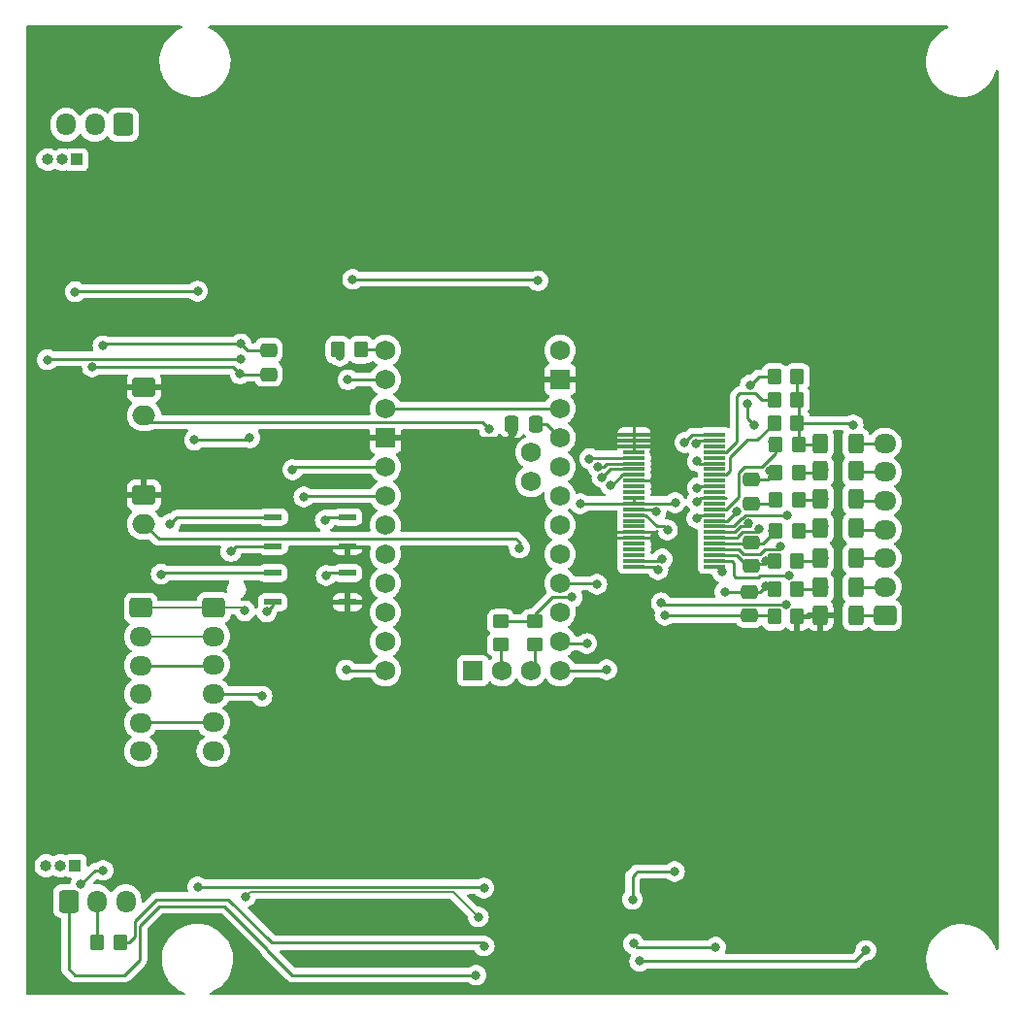
<source format=gbr>
%TF.GenerationSoftware,KiCad,Pcbnew,7.0.9*%
%TF.CreationDate,2024-01-08T18:18:13+05:30*%
%TF.ProjectId,BMS LTC6804-2,424d5320-4c54-4433-9638-30342d322e6b,rev?*%
%TF.SameCoordinates,Original*%
%TF.FileFunction,Copper,L2,Bot*%
%TF.FilePolarity,Positive*%
%FSLAX46Y46*%
G04 Gerber Fmt 4.6, Leading zero omitted, Abs format (unit mm)*
G04 Created by KiCad (PCBNEW 7.0.9) date 2024-01-08 18:18:13*
%MOMM*%
%LPD*%
G01*
G04 APERTURE LIST*
G04 Aperture macros list*
%AMRoundRect*
0 Rectangle with rounded corners*
0 $1 Rounding radius*
0 $2 $3 $4 $5 $6 $7 $8 $9 X,Y pos of 4 corners*
0 Add a 4 corners polygon primitive as box body*
4,1,4,$2,$3,$4,$5,$6,$7,$8,$9,$2,$3,0*
0 Add four circle primitives for the rounded corners*
1,1,$1+$1,$2,$3*
1,1,$1+$1,$4,$5*
1,1,$1+$1,$6,$7*
1,1,$1+$1,$8,$9*
0 Add four rect primitives between the rounded corners*
20,1,$1+$1,$2,$3,$4,$5,0*
20,1,$1+$1,$4,$5,$6,$7,0*
20,1,$1+$1,$6,$7,$8,$9,0*
20,1,$1+$1,$8,$9,$2,$3,0*%
G04 Aperture macros list end*
%TA.AperFunction,ComponentPad*%
%ADD10C,1.727200*%
%TD*%
%TA.AperFunction,ComponentPad*%
%ADD11R,1.727200X1.727200*%
%TD*%
%TA.AperFunction,ComponentPad*%
%ADD12RoundRect,0.250000X-0.725000X0.600000X-0.725000X-0.600000X0.725000X-0.600000X0.725000X0.600000X0*%
%TD*%
%TA.AperFunction,ComponentPad*%
%ADD13O,1.950000X1.700000*%
%TD*%
%TA.AperFunction,ComponentPad*%
%ADD14RoundRect,0.250000X0.600000X0.725000X-0.600000X0.725000X-0.600000X-0.725000X0.600000X-0.725000X0*%
%TD*%
%TA.AperFunction,ComponentPad*%
%ADD15O,1.700000X1.950000*%
%TD*%
%TA.AperFunction,ComponentPad*%
%ADD16RoundRect,0.250000X-0.750000X0.600000X-0.750000X-0.600000X0.750000X-0.600000X0.750000X0.600000X0*%
%TD*%
%TA.AperFunction,ComponentPad*%
%ADD17O,2.000000X1.700000*%
%TD*%
%TA.AperFunction,ComponentPad*%
%ADD18RoundRect,0.250000X0.725000X-0.600000X0.725000X0.600000X-0.725000X0.600000X-0.725000X-0.600000X0*%
%TD*%
%TA.AperFunction,ComponentPad*%
%ADD19RoundRect,0.250000X-0.600000X-0.725000X0.600000X-0.725000X0.600000X0.725000X-0.600000X0.725000X0*%
%TD*%
%TA.AperFunction,SMDPad,CuDef*%
%ADD20RoundRect,0.137500X0.662500X0.137500X-0.662500X0.137500X-0.662500X-0.137500X0.662500X-0.137500X0*%
%TD*%
%TA.AperFunction,ComponentPad*%
%ADD21R,1.000000X1.000000*%
%TD*%
%TA.AperFunction,ComponentPad*%
%ADD22O,1.000000X1.000000*%
%TD*%
%TA.AperFunction,SMDPad,CuDef*%
%ADD23RoundRect,0.075000X0.875000X0.075000X-0.875000X0.075000X-0.875000X-0.075000X0.875000X-0.075000X0*%
%TD*%
%TA.AperFunction,SMDPad,CuDef*%
%ADD24RoundRect,0.250000X0.350000X0.450000X-0.350000X0.450000X-0.350000X-0.450000X0.350000X-0.450000X0*%
%TD*%
%TA.AperFunction,SMDPad,CuDef*%
%ADD25RoundRect,0.250000X-0.400000X-0.625000X0.400000X-0.625000X0.400000X0.625000X-0.400000X0.625000X0*%
%TD*%
%TA.AperFunction,SMDPad,CuDef*%
%ADD26RoundRect,0.250000X-0.350000X-0.450000X0.350000X-0.450000X0.350000X0.450000X-0.350000X0.450000X0*%
%TD*%
%TA.AperFunction,SMDPad,CuDef*%
%ADD27RoundRect,0.250000X0.475000X-0.337500X0.475000X0.337500X-0.475000X0.337500X-0.475000X-0.337500X0*%
%TD*%
%TA.AperFunction,SMDPad,CuDef*%
%ADD28RoundRect,0.250000X-0.450000X0.350000X-0.450000X-0.350000X0.450000X-0.350000X0.450000X0.350000X0*%
%TD*%
%TA.AperFunction,SMDPad,CuDef*%
%ADD29RoundRect,0.250000X-0.475000X0.337500X-0.475000X-0.337500X0.475000X-0.337500X0.475000X0.337500X0*%
%TD*%
%TA.AperFunction,SMDPad,CuDef*%
%ADD30RoundRect,0.250000X0.337500X0.475000X-0.337500X0.475000X-0.337500X-0.475000X0.337500X-0.475000X0*%
%TD*%
%TA.AperFunction,ViaPad*%
%ADD31C,0.800000*%
%TD*%
%TA.AperFunction,Conductor*%
%ADD32C,0.250000*%
%TD*%
%TA.AperFunction,Conductor*%
%ADD33C,0.200000*%
%TD*%
G04 APERTURE END LIST*
D10*
%TO.P,A1,A0,A0*%
%TO.N,unconnected-(A1-PadA0)*%
X69215000Y-62103000D03*
%TO.P,A1,A1,A1*%
%TO.N,unconnected-(A1-PadA1)*%
X69215000Y-59563000D03*
%TO.P,A1,A2,A2*%
%TO.N,unconnected-(A1-PadA2)*%
X69215000Y-57023000D03*
%TO.P,A1,A3,A3*%
%TO.N,unconnected-(A1-PadA3)*%
X69215000Y-54483000D03*
%TO.P,A1,A4,A4/SDA*%
%TO.N,unconnected-(A1-A4{slash}SDA-PadA4)*%
X66675000Y-55753000D03*
%TO.P,A1,A5,A5/SCL*%
%TO.N,unconnected-(A1-A5{slash}SCL-PadA5)*%
X66675000Y-53213000D03*
%TO.P,A1,A6,A6*%
%TO.N,A6*%
X64135000Y-72263000D03*
%TO.P,A1,A7,A7*%
%TO.N,A7*%
X66675000Y-72263000D03*
%TO.P,A1,D0,D0/RX*%
%TO.N,DRX*%
X53975000Y-46863000D03*
%TO.P,A1,D1,D1/TX*%
%TO.N,DTX*%
X53975000Y-44323000D03*
%TO.P,A1,D2,D2_INT0*%
%TO.N,CHARGEALLOW*%
X53975000Y-54483000D03*
%TO.P,A1,D3,D3_INT1*%
%TO.N,DISCHARGEALLOW*%
X53975000Y-57023000D03*
%TO.P,A1,D4,D4*%
%TO.N,unconnected-(A1-PadD4)*%
X53975000Y-59563000D03*
%TO.P,A1,D5,D5*%
%TO.N,unconnected-(A1-PadD5)*%
X53975000Y-62103000D03*
%TO.P,A1,D6,D6*%
%TO.N,unconnected-(A1-PadD6)*%
X53975000Y-64643000D03*
%TO.P,A1,D7,D7*%
%TO.N,unconnected-(A1-PadD7)*%
X53975000Y-67183000D03*
%TO.P,A1,D8,D8*%
%TO.N,unconnected-(A1-PadD8)*%
X53975000Y-69723000D03*
%TO.P,A1,D9,D9*%
%TO.N,DCHG*%
X53975000Y-72263000D03*
%TO.P,A1,D10,D10_CS*%
%TO.N,SS*%
X69215000Y-72263000D03*
%TO.P,A1,D11,D11_MOSI*%
%TO.N,MOSI*%
X69215000Y-69723000D03*
%TO.P,A1,D12,D12_MISO*%
%TO.N,MISO*%
X69215000Y-67183000D03*
%TO.P,A1,D13,D13_SCK*%
%TO.N,SCK*%
X69215000Y-64643000D03*
D11*
%TO.P,A1,GND1,GND*%
%TO.N,B0*%
X53975000Y-51943000D03*
%TO.P,A1,GND2,GND*%
X69215000Y-46863000D03*
%TO.P,A1,GND3*%
%TO.N,N/C*%
X61595000Y-72263000D03*
D10*
%TO.P,A1,RAW,RAW*%
%TO.N,unconnected-(A1-PadRAW)*%
X69215000Y-44323000D03*
%TO.P,A1,RST1,RESET*%
%TO.N,Net-(A1-RESET-PadRST1)*%
X53975000Y-49403000D03*
%TO.P,A1,RST2,RESET*%
X69215000Y-49403000D03*
%TO.P,A1,Vcc1,Vcc*%
%TO.N,5V*%
X69215000Y-51943000D03*
%TD*%
D12*
%TO.P,J1,1,Pin_1*%
%TO.N,CHGDT-*%
X32639000Y-66802000D03*
D13*
%TO.P,J1,2,Pin_2*%
%TO.N,CHGDT+*%
X32639000Y-69302000D03*
%TO.P,J1,3,Pin_3*%
%TO.N,Net-(J1-Pin_3)*%
X32639000Y-71802000D03*
%TO.P,J1,4,Pin_4*%
%TO.N,Net-(J1-Pin_4)*%
X32639000Y-74302000D03*
%TO.P,J1,5,Pin_5*%
%TO.N,Net-(J1-Pin_5)*%
X32639000Y-76802000D03*
%TO.P,J1,6,Pin_6*%
%TO.N,Net-(J1-Pin_6)*%
X32639000Y-79302000D03*
%TD*%
D14*
%TO.P,J4,1,Pin_1*%
%TO.N,DIN_GND*%
X31115000Y-24638000D03*
D15*
%TO.P,J4,2,Pin_2*%
%TO.N,DIN_VCC*%
X28615000Y-24638000D03*
%TO.P,J4,3,Pin_3*%
%TO.N,Net-(J4-Pin_3)*%
X26115000Y-24638000D03*
%TD*%
D16*
%TO.P,J7,1,Pin_1*%
%TO.N,B0*%
X32914000Y-47518000D03*
D17*
%TO.P,J7,2,Pin_2*%
%TO.N,A6*%
X32914000Y-50018000D03*
%TD*%
D16*
%TO.P,J8,1,Pin_1*%
%TO.N,B0*%
X32914000Y-56968000D03*
D17*
%TO.P,J8,2,Pin_2*%
%TO.N,A7*%
X32914000Y-59468000D03*
%TD*%
D18*
%TO.P,J9,1,Pin_1*%
%TO.N,Net-(J9-Pin_1)*%
X97536000Y-67451000D03*
D13*
%TO.P,J9,2,Pin_2*%
%TO.N,Net-(J9-Pin_2)*%
X97536000Y-64951000D03*
%TO.P,J9,3,Pin_3*%
%TO.N,Net-(J9-Pin_3)*%
X97536000Y-62451000D03*
%TO.P,J9,4,Pin_4*%
%TO.N,Net-(J9-Pin_4)*%
X97536000Y-59951000D03*
%TO.P,J9,5,Pin_5*%
%TO.N,Net-(J9-Pin_5)*%
X97536000Y-57451000D03*
%TO.P,J9,6,Pin_6*%
%TO.N,Net-(J9-Pin_6)*%
X97536000Y-54951000D03*
%TO.P,J9,7,Pin_7*%
%TO.N,Net-(J9-Pin_7)*%
X97536000Y-52451000D03*
%TD*%
D19*
%TO.P,J3,1,Pin_1*%
%TO.N,DIN_GND*%
X26329000Y-92384000D03*
D15*
%TO.P,J3,2,Pin_2*%
%TO.N,DIN_VCC*%
X28829000Y-92384000D03*
%TO.P,J3,3,Pin_3*%
%TO.N,Net-(J3-Pin_3)*%
X31329000Y-92384000D03*
%TD*%
D20*
%TO.P,U3,1*%
%TO.N,Net-(R10-Pad1)*%
X50671800Y-58877200D03*
%TO.P,U3,3*%
%TO.N,B0*%
X50671800Y-61417200D03*
%TO.P,U3,4*%
%TO.N,Net-(J2-Pin_6)*%
X44171800Y-61417200D03*
%TO.P,U3,6*%
%TO.N,Net-(J1-Pin_6)*%
X44171800Y-58877200D03*
%TD*%
D21*
%TO.P,J6,1,Pin_1*%
%TO.N,DIN*%
X26908000Y-89281000D03*
D22*
%TO.P,J6,2,Pin_2*%
%TO.N,Net-(J3-Pin_3)*%
X25638000Y-89281000D03*
%TO.P,J6,3,Pin_3*%
%TO.N,DOUT*%
X24368000Y-89281000D03*
%TD*%
D23*
%TO.P,U9,1,V+*%
%TO.N,POW*%
X82677000Y-51690000D03*
%TO.P,U9,2,C12*%
%TO.N,Net-(U9-C12)*%
X82677000Y-52190000D03*
%TO.P,U9,3,S12*%
%TO.N,unconnected-(U9-S12-Pad3)*%
X82677000Y-52690000D03*
%TO.P,U9,4,C11*%
%TO.N,Net-(U9-C11)*%
X82677000Y-53190000D03*
%TO.P,U9,5,S11*%
%TO.N,unconnected-(U9-S11-Pad5)*%
X82677000Y-53690000D03*
%TO.P,U9,6,C10*%
%TO.N,Net-(U9-C10)*%
X82677000Y-54190000D03*
%TO.P,U9,7,S10*%
%TO.N,unconnected-(U9-S10-Pad7)*%
X82677000Y-54690000D03*
%TO.P,U9,8,C9*%
%TO.N,Net-(U9-C9)*%
X82677000Y-55190000D03*
%TO.P,U9,9,S9*%
%TO.N,unconnected-(U9-S9-Pad9)*%
X82677000Y-55690000D03*
%TO.P,U9,10,C8*%
%TO.N,Net-(U9-C8)*%
X82677000Y-56190000D03*
%TO.P,U9,11,S8*%
%TO.N,unconnected-(U9-S8-Pad11)*%
X82677000Y-56690000D03*
%TO.P,U9,12,C7*%
%TO.N,Net-(U9-C7)*%
X82677000Y-57190000D03*
%TO.P,U9,13,S7*%
%TO.N,unconnected-(U9-S7-Pad13)*%
X82677000Y-57690000D03*
%TO.P,U9,14,C6*%
%TO.N,Net-(U9-C6)*%
X82677000Y-58190000D03*
%TO.P,U9,15,S6*%
%TO.N,Net-(U9-S6)*%
X82677000Y-58690000D03*
%TO.P,U9,16,C5*%
%TO.N,Net-(U9-C5)*%
X82677000Y-59190000D03*
%TO.P,U9,17,S5*%
%TO.N,Net-(U9-S5)*%
X82677000Y-59690000D03*
%TO.P,U9,18,C4*%
%TO.N,Net-(U9-C4)*%
X82677000Y-60190000D03*
%TO.P,U9,19,S4*%
%TO.N,Net-(U9-S4)*%
X82677000Y-60690000D03*
%TO.P,U9,20,C3*%
%TO.N,Net-(U9-C3)*%
X82677000Y-61190000D03*
%TO.P,U9,21,S3*%
%TO.N,Net-(U9-S3)*%
X82677000Y-61690000D03*
%TO.P,U9,22,C2*%
%TO.N,Net-(U9-C2)*%
X82677000Y-62190000D03*
%TO.P,U9,23,S2*%
%TO.N,Net-(U9-S2)*%
X82677000Y-62690000D03*
%TO.P,U9,24,C1*%
%TO.N,Net-(U9-C1)*%
X82677000Y-63190000D03*
%TO.P,U9,25,S1*%
%TO.N,Net-(U9-S1)*%
X75677000Y-63190000D03*
%TO.P,U9,26,C0*%
%TO.N,Net-(U9-C0)*%
X75677000Y-62690000D03*
%TO.P,U9,27,GPIO1*%
%TO.N,unconnected-(U9-GPIO1-Pad27)*%
X75677000Y-62190000D03*
%TO.P,U9,28,GPIO2*%
%TO.N,unconnected-(U9-GPIO2-Pad28)*%
X75677000Y-61690000D03*
%TO.P,U9,29,GPIO3*%
%TO.N,unconnected-(U9-GPIO3-Pad29)*%
X75677000Y-61190000D03*
%TO.P,U9,30,V-*%
%TO.N,B0*%
X75677000Y-60690000D03*
%TO.P,U9,31,V-*%
X75677000Y-60190000D03*
%TO.P,U9,32,GPIO4*%
%TO.N,unconnected-(U9-GPIO4-Pad32)*%
X75677000Y-59690000D03*
%TO.P,U9,33,GPIO5*%
%TO.N,unconnected-(U9-GPIO5-Pad33)*%
X75677000Y-59190000D03*
%TO.P,U9,34,VREF2*%
%TO.N,Net-(U9-VREF2)*%
X75677000Y-58690000D03*
%TO.P,U9,35,VREF1*%
%TO.N,Net-(U9-VREF1)*%
X75677000Y-58190000D03*
%TO.P,U9,36,SWTEN*%
%TO.N,5V*%
X75677000Y-57690000D03*
%TO.P,U9,37,VREG*%
X75677000Y-57190000D03*
%TO.P,U9,38,DRIVE*%
%TO.N,unconnected-(U9-DRIVE-Pad38)*%
X75677000Y-56690000D03*
%TO.P,U9,39,WDT*%
%TO.N,unconnected-(U9-WDT-Pad39)*%
X75677000Y-56190000D03*
%TO.P,U9,40,ISOMD*%
%TO.N,B0*%
X75677000Y-55690000D03*
%TO.P,U9,41,CSB(IMA)*%
%TO.N,SS*%
X75677000Y-55190000D03*
%TO.P,U9,42,SCK(IPA)*%
%TO.N,SCK*%
X75677000Y-54690000D03*
%TO.P,U9,43,SDI(NC)*%
%TO.N,MOSI*%
X75677000Y-54190000D03*
%TO.P,U9,44,SDO(NC)*%
%TO.N,MISO*%
X75677000Y-53690000D03*
%TO.P,U9,45,IBIAS*%
%TO.N,B0*%
X75677000Y-53190000D03*
%TO.P,U9,46,ICMP*%
X75677000Y-52690000D03*
%TO.P,U9,47,IMB*%
X75677000Y-52190000D03*
%TO.P,U9,48,IPB*%
X75677000Y-51690000D03*
%TD*%
D24*
%TO.P,R12,1*%
%TO.N,B0*%
X89900000Y-67564000D03*
%TO.P,R12,2*%
%TO.N,Net-(U9-C0)*%
X87900000Y-67564000D03*
%TD*%
%TO.P,R16,1*%
%TO.N,B4*%
X90027000Y-57404000D03*
%TO.P,R16,2*%
%TO.N,Net-(U9-C4)*%
X88027000Y-57404000D03*
%TD*%
%TO.P,R17,1*%
%TO.N,B5*%
X90027000Y-54991000D03*
%TO.P,R17,2*%
%TO.N,Net-(U9-C5)*%
X88027000Y-54991000D03*
%TD*%
D25*
%TO.P,F2,1*%
%TO.N,B5*%
X91922000Y-54864000D03*
%TO.P,F2,2*%
%TO.N,Net-(J9-Pin_6)*%
X95022000Y-54864000D03*
%TD*%
D26*
%TO.P,R9,1*%
%TO.N,Net-(U7-A)*%
X49850800Y-44272200D03*
%TO.P,R9,2*%
%TO.N,DTX*%
X51850800Y-44272200D03*
%TD*%
D24*
%TO.P,R13,1*%
%TO.N,B1*%
X89900000Y-65151000D03*
%TO.P,R13,2*%
%TO.N,Net-(U9-C1)*%
X87900000Y-65151000D03*
%TD*%
D27*
%TO.P,C7,1*%
%TO.N,DIN_VCC*%
X43764200Y-46401900D03*
%TO.P,C7,2*%
%TO.N,DIN_GND*%
X43764200Y-44326900D03*
%TD*%
D28*
%TO.P,R33,1*%
%TO.N,5V*%
X66979800Y-67986400D03*
%TO.P,R33,2*%
%TO.N,A7*%
X66979800Y-69986400D03*
%TD*%
D24*
%TO.P,R27,1*%
%TO.N,B6*%
X89900000Y-50673000D03*
%TO.P,R27,2*%
%TO.N,Net-(U9-C9)*%
X87900000Y-50673000D03*
%TD*%
%TO.P,R29,1*%
%TO.N,B6*%
X89900000Y-48641000D03*
%TO.P,R29,2*%
%TO.N,Net-(U9-C11)*%
X87900000Y-48641000D03*
%TD*%
D29*
%TO.P,C18,1*%
%TO.N,Net-(U9-C3)*%
X85852000Y-61065500D03*
%TO.P,C18,2*%
%TO.N,Net-(U9-C2)*%
X85852000Y-63140500D03*
%TD*%
D25*
%TO.P,F4,1*%
%TO.N,B3*%
X91922000Y-59817000D03*
%TO.P,F4,2*%
%TO.N,Net-(J9-Pin_4)*%
X95022000Y-59817000D03*
%TD*%
D24*
%TO.P,R14,1*%
%TO.N,B2*%
X89900000Y-62738000D03*
%TO.P,R14,2*%
%TO.N,Net-(U9-C2)*%
X87900000Y-62738000D03*
%TD*%
%TO.P,R2,1*%
%TO.N,Net-(R2-Pad1)*%
X30845000Y-96012000D03*
%TO.P,R2,2*%
%TO.N,DIN_VCC*%
X28845000Y-96012000D03*
%TD*%
D25*
%TO.P,F1,1*%
%TO.N,B6*%
X91922000Y-52451000D03*
%TO.P,F1,2*%
%TO.N,Net-(J9-Pin_7)*%
X95022000Y-52451000D03*
%TD*%
D12*
%TO.P,J2,1,Pin_1*%
%TO.N,CHGDT-*%
X38972000Y-66775000D03*
D13*
%TO.P,J2,2,Pin_2*%
%TO.N,CHGDT+*%
X38972000Y-69275000D03*
%TO.P,J2,3,Pin_3*%
%TO.N,Net-(J1-Pin_3)*%
X38972000Y-71775000D03*
%TO.P,J2,4,Pin_4*%
%TO.N,Net-(J2-Pin_4)*%
X38972000Y-74275000D03*
%TO.P,J2,5,Pin_5*%
%TO.N,Net-(J1-Pin_5)*%
X38972000Y-76775000D03*
%TO.P,J2,6,Pin_6*%
%TO.N,Net-(J2-Pin_6)*%
X38972000Y-79275000D03*
%TD*%
D29*
%TO.P,C20,1*%
%TO.N,Net-(U9-C1)*%
X85725000Y-65383500D03*
%TO.P,C20,2*%
%TO.N,Net-(U9-C0)*%
X85725000Y-67458500D03*
%TD*%
D24*
%TO.P,R15,1*%
%TO.N,B3*%
X90027000Y-60071000D03*
%TO.P,R15,2*%
%TO.N,Net-(U9-C3)*%
X88027000Y-60071000D03*
%TD*%
D21*
%TO.P,J5,1,Pin_1*%
%TO.N,DIN*%
X27051000Y-27686000D03*
D22*
%TO.P,J5,2,Pin_2*%
%TO.N,Net-(J4-Pin_3)*%
X25781000Y-27686000D03*
%TO.P,J5,3,Pin_3*%
%TO.N,DOUT*%
X24511000Y-27686000D03*
%TD*%
D29*
%TO.P,C16,1*%
%TO.N,Net-(U9-C5)*%
X85852000Y-55604500D03*
%TO.P,C16,2*%
%TO.N,Net-(U9-C4)*%
X85852000Y-57679500D03*
%TD*%
D20*
%TO.P,U5,1*%
%TO.N,Net-(R11-Pad2)*%
X50646400Y-63754000D03*
%TO.P,U5,3*%
%TO.N,B0*%
X50646400Y-66294000D03*
%TO.P,U5,4*%
%TO.N,Net-(J2-Pin_4)*%
X44146400Y-66294000D03*
%TO.P,U5,6*%
%TO.N,Net-(J1-Pin_4)*%
X44146400Y-63754000D03*
%TD*%
D25*
%TO.P,F7,1*%
%TO.N,B0*%
X91896000Y-67437000D03*
%TO.P,F7,2*%
%TO.N,Net-(J9-Pin_1)*%
X94996000Y-67437000D03*
%TD*%
D24*
%TO.P,R26,1*%
%TO.N,B6*%
X89900000Y-46609000D03*
%TO.P,R26,2*%
%TO.N,Net-(U9-C8)*%
X87900000Y-46609000D03*
%TD*%
D25*
%TO.P,F3,1*%
%TO.N,B4*%
X91922000Y-57277000D03*
%TO.P,F3,2*%
%TO.N,Net-(J9-Pin_5)*%
X95022000Y-57277000D03*
%TD*%
%TO.P,F5,1*%
%TO.N,B2*%
X91922000Y-62484000D03*
%TO.P,F5,2*%
%TO.N,Net-(J9-Pin_3)*%
X95022000Y-62484000D03*
%TD*%
%TO.P,F6,1*%
%TO.N,B1*%
X91922000Y-65024000D03*
%TO.P,F6,2*%
%TO.N,Net-(J9-Pin_2)*%
X95022000Y-65024000D03*
%TD*%
D28*
%TO.P,R32,1*%
%TO.N,5V*%
X64029800Y-67986400D03*
%TO.P,R32,2*%
%TO.N,A6*%
X64029800Y-69986400D03*
%TD*%
D24*
%TO.P,R18,1*%
%TO.N,B6*%
X90027000Y-52578000D03*
%TO.P,R18,2*%
%TO.N,Net-(U9-C6)*%
X88027000Y-52578000D03*
%TD*%
D30*
%TO.P,C12,1*%
%TO.N,5V*%
X67077500Y-50749200D03*
%TO.P,C12,2*%
%TO.N,B0*%
X65002500Y-50749200D03*
%TD*%
D31*
%TO.N,A6*%
X63042800Y-51206400D03*
%TO.N,A7*%
X65659000Y-61569600D03*
%TO.N,DRX*%
X50698400Y-46888400D03*
%TO.N,CHARGEALLOW*%
X45872400Y-54737000D03*
%TO.N,DISCHARGEALLOW*%
X46863000Y-57099200D03*
%TO.N,DCHG*%
X50546000Y-72212200D03*
%TO.N,SS*%
X73279000Y-72186800D03*
X73609200Y-56083200D03*
%TO.N,MOSI*%
X72501428Y-54463987D03*
X71551800Y-69900800D03*
%TO.N,MISO*%
X71780400Y-53771800D03*
%TO.N,SCK*%
X72415400Y-64719200D03*
X72860662Y-55396702D03*
%TO.N,B0*%
X25654000Y-84836000D03*
X27787600Y-84480400D03*
X65024000Y-51485800D03*
X65405000Y-46863000D03*
X92202000Y-67437000D03*
X27863800Y-42646600D03*
%TO.N,5V*%
X75615800Y-96088200D03*
X51104800Y-38125400D03*
X82778600Y-96393000D03*
X70954300Y-57708800D03*
X67284600Y-38252400D03*
X70256400Y-65862200D03*
X75514200Y-92227400D03*
X79197200Y-89789000D03*
X79248500Y-57607200D03*
%TO.N,B5*%
X92202000Y-54737000D03*
%TO.N,B6*%
X94767400Y-50825400D03*
X91922000Y-52451000D03*
X95885000Y-96672400D03*
X76149200Y-97612200D03*
%TO.N,B4*%
X92202000Y-57277000D03*
%TO.N,B3*%
X92202000Y-59690000D03*
%TO.N,B2*%
X92202000Y-62484000D03*
%TO.N,B1*%
X92202000Y-65024000D03*
%TO.N,DIN_VCC*%
X28409300Y-45784100D03*
X41300400Y-46380400D03*
%TO.N,DIN_GND*%
X29339500Y-43916600D03*
X27381200Y-90932000D03*
X61874400Y-98831400D03*
X41376600Y-43764200D03*
X29339500Y-89687400D03*
%TO.N,POW*%
X80083411Y-52366023D03*
%TO.N,Net-(U9-VREF1)*%
X77571600Y-58414500D03*
%TO.N,Net-(U9-VREF2)*%
X78583700Y-59994800D03*
%TO.N,Net-(U9-C6)*%
X87757000Y-52324000D03*
%TO.N,Net-(U9-C5)*%
X84592032Y-58396957D03*
X87503000Y-54864000D03*
%TO.N,Net-(U9-C4)*%
X87884000Y-57277000D03*
X85648800Y-59410600D03*
%TO.N,Net-(U9-C3)*%
X87757000Y-60071000D03*
%TO.N,Net-(U9-C2)*%
X87122000Y-62738000D03*
%TO.N,Net-(U9-C1)*%
X87122000Y-64897000D03*
X83312000Y-63627000D03*
X83566000Y-65405000D03*
%TO.N,Net-(U9-C0)*%
X78359000Y-67437000D03*
X78121785Y-62521657D03*
%TO.N,CHGDT-*%
X62077600Y-93751400D03*
X41706800Y-67056000D03*
X41783000Y-91973400D03*
%TO.N,Net-(J1-Pin_4)*%
X34417000Y-63855600D03*
%TO.N,Net-(J1-Pin_6)*%
X35153600Y-59486800D03*
%TO.N,Net-(J2-Pin_4)*%
X43611800Y-67132200D03*
X43205400Y-74498200D03*
%TO.N,Net-(J2-Pin_6)*%
X40487600Y-61874400D03*
%TO.N,DIN*%
X37592000Y-39166800D03*
X26908000Y-39217600D03*
%TO.N,DOUT*%
X24485600Y-45135800D03*
X41325800Y-45059600D03*
%TO.N,Net-(R1-Pad1)*%
X37592000Y-91135200D03*
X42141000Y-51968400D03*
X62561400Y-91236800D03*
X37312600Y-52146200D03*
%TO.N,Net-(R2-Pad1)*%
X62586800Y-96291400D03*
%TO.N,Net-(U7-A)*%
X49987200Y-44831000D03*
%TO.N,Net-(R10-Pad1)*%
X48726600Y-59131200D03*
%TO.N,Net-(R11-Pad2)*%
X48802800Y-63957200D03*
%TO.N,Net-(U9-S1)*%
X78028800Y-66344800D03*
X77749400Y-63449200D03*
X88922199Y-66534898D03*
%TO.N,Net-(U9-S2)*%
X89156362Y-63944772D03*
%TO.N,Net-(U9-S3)*%
X88452994Y-61462235D03*
%TO.N,Net-(U9-S4)*%
X86520929Y-59900431D03*
%TO.N,Net-(U9-S5)*%
X88987830Y-58753097D03*
%TO.N,Net-(U9-S6)*%
X81140208Y-58984679D03*
%TO.N,Net-(U9-C7)*%
X81137603Y-57498014D03*
%TO.N,Net-(U9-C8)*%
X86106000Y-50825400D03*
X85521800Y-48945800D03*
X85801200Y-47333500D03*
X81178400Y-56311800D03*
%TO.N,Net-(U9-C10)*%
X81169585Y-54003592D03*
%TO.N,Net-(U9-C12)*%
X81076800Y-52476400D03*
%TD*%
D32*
%TO.N,A6*%
X33487600Y-50591600D02*
X62428000Y-50591600D01*
X64029800Y-72157800D02*
X64135000Y-72263000D01*
X62428000Y-50591600D02*
X63042800Y-51206400D01*
X64029800Y-69986400D02*
X64029800Y-72157800D01*
X32914000Y-50018000D02*
X33487600Y-50591600D01*
%TO.N,A7*%
X65659000Y-61163200D02*
X65659000Y-61569600D01*
X65709800Y-61112400D02*
X65659000Y-61163200D01*
X66979800Y-69986400D02*
X66979800Y-71958200D01*
X66979800Y-71958200D02*
X66675000Y-72263000D01*
X34197600Y-60751600D02*
X65349000Y-60751600D01*
X65349000Y-60751600D02*
X65709800Y-61112400D01*
X32914000Y-59468000D02*
X34197600Y-60751600D01*
%TO.N,DRX*%
X50723800Y-46863000D02*
X53975000Y-46863000D01*
X50698400Y-46888400D02*
X50723800Y-46863000D01*
%TO.N,DTX*%
X51850800Y-44272200D02*
X53924200Y-44272200D01*
X53924200Y-44272200D02*
X53975000Y-44323000D01*
%TO.N,CHARGEALLOW*%
X46126400Y-54483000D02*
X53975000Y-54483000D01*
X45872400Y-54737000D02*
X46126400Y-54483000D01*
%TO.N,DISCHARGEALLOW*%
X46863000Y-57099200D02*
X46939200Y-57023000D01*
X46939200Y-57023000D02*
X53975000Y-57023000D01*
%TO.N,DCHG*%
X50596800Y-72263000D02*
X53975000Y-72263000D01*
X50546000Y-72212200D02*
X50596800Y-72263000D01*
%TO.N,SS*%
X73202800Y-72263000D02*
X69215000Y-72263000D01*
X73279000Y-72186800D02*
X73202800Y-72263000D01*
X74659236Y-55190000D02*
X73766036Y-56083200D01*
X73766036Y-56083200D02*
X73609200Y-56083200D01*
X75677000Y-55190000D02*
X74659236Y-55190000D01*
%TO.N,MOSI*%
X73010584Y-54463987D02*
X73284571Y-54190000D01*
X69392800Y-69900800D02*
X69215000Y-69723000D01*
X71551800Y-69900800D02*
X69392800Y-69900800D01*
X73284571Y-54190000D02*
X75677000Y-54190000D01*
X72501428Y-54463987D02*
X73010584Y-54463987D01*
%TO.N,MISO*%
X71862200Y-53690000D02*
X75677000Y-53690000D01*
X71780400Y-53771800D02*
X71862200Y-53690000D01*
%TO.N,SCK*%
X72415400Y-64719200D02*
X72339200Y-64643000D01*
X72860662Y-55396702D02*
X73567364Y-54690000D01*
X72339200Y-64643000D02*
X69215000Y-64643000D01*
X73567364Y-54690000D02*
X75677000Y-54690000D01*
%TO.N,B0*%
X64566800Y-51943000D02*
X65024000Y-51485800D01*
X75677000Y-60690000D02*
X73872600Y-60690000D01*
X77554200Y-60190000D02*
X77647800Y-60096400D01*
X77054200Y-60690000D02*
X77554200Y-60190000D01*
X78272400Y-52690000D02*
X75677000Y-52690000D01*
X75677000Y-60190000D02*
X74193400Y-60190000D01*
X74007600Y-60190000D02*
X73939400Y-60121800D01*
X75677000Y-52690000D02*
X75677000Y-52527200D01*
X78333600Y-55422800D02*
X78333600Y-52628800D01*
X89900000Y-67564000D02*
X90043000Y-67564000D01*
X78333600Y-52628800D02*
X78272400Y-52690000D01*
X75677000Y-52527200D02*
X75677000Y-51690000D01*
X73872600Y-60690000D02*
X73837800Y-60655200D01*
X75677000Y-60690000D02*
X77054200Y-60690000D01*
X75677000Y-60190000D02*
X77554200Y-60190000D01*
X89900000Y-67580000D02*
X89916000Y-67564000D01*
X90043000Y-67564000D02*
X91769000Y-67564000D01*
X75677000Y-55690000D02*
X78066400Y-55690000D01*
X92202000Y-67437000D02*
X91896000Y-67437000D01*
X65405000Y-46863000D02*
X69215000Y-46863000D01*
X53975000Y-51943000D02*
X64566800Y-51943000D01*
X75677000Y-53190000D02*
X75677000Y-52527200D01*
X91769000Y-67564000D02*
X92202000Y-67437000D01*
X78066400Y-55690000D02*
X78333600Y-55422800D01*
%TO.N,Net-(A1-RESET-PadRST1)*%
X53975000Y-49403000D02*
X69215000Y-49403000D01*
%TO.N,5V*%
X75920600Y-89789000D02*
X79197200Y-89789000D01*
X66979800Y-67986400D02*
X64029800Y-67986400D01*
X75920600Y-96393000D02*
X75615800Y-96088200D01*
X75514200Y-90195400D02*
X75768200Y-89941400D01*
X66979800Y-67386400D02*
X68504000Y-65862200D01*
X79248500Y-57607200D02*
X79165700Y-57690000D01*
X75514200Y-90805000D02*
X75514200Y-90195400D01*
X68504000Y-65862200D02*
X70256400Y-65862200D01*
X75514200Y-92227400D02*
X75514200Y-90805000D01*
X67157600Y-38125400D02*
X67284600Y-38252400D01*
X79165700Y-57690000D02*
X75677000Y-57690000D01*
X68021200Y-50749200D02*
X69215000Y-51943000D01*
X75768200Y-89941400D02*
X75920600Y-89789000D01*
X70973100Y-57690000D02*
X70954300Y-57708800D01*
X75677000Y-57690000D02*
X70973100Y-57690000D01*
X82778600Y-96393000D02*
X75920600Y-96393000D01*
X66979800Y-67986400D02*
X66979800Y-67386400D01*
X67077500Y-50749200D02*
X68021200Y-50749200D01*
X75677000Y-57190000D02*
X75677000Y-57690000D01*
X51104800Y-38125400D02*
X67157600Y-38125400D01*
%TO.N,B5*%
X90297000Y-54991000D02*
X91795000Y-54991000D01*
X90170000Y-54864000D02*
X90297000Y-54991000D01*
X91795000Y-54991000D02*
X92202000Y-54737000D01*
X92202000Y-54737000D02*
X91922000Y-54864000D01*
X90027000Y-54991000D02*
X90043000Y-54991000D01*
X90043000Y-54991000D02*
X90170000Y-54864000D01*
%TO.N,B6*%
X94945200Y-97612200D02*
X95885000Y-96672400D01*
X90027000Y-52578000D02*
X91795000Y-52578000D01*
X90027000Y-52578000D02*
X90027000Y-48768000D01*
X94767400Y-50825400D02*
X94615000Y-50673000D01*
X76149200Y-97612200D02*
X94945200Y-97612200D01*
X91795000Y-52578000D02*
X91922000Y-52451000D01*
X90027000Y-48768000D02*
X89900000Y-48641000D01*
X89900000Y-46609000D02*
X89900000Y-48641000D01*
X94615000Y-50673000D02*
X89900000Y-50673000D01*
%TO.N,B4*%
X92202000Y-57277000D02*
X91922000Y-57277000D01*
X91795000Y-57404000D02*
X92202000Y-57277000D01*
X90027000Y-57404000D02*
X90043000Y-57404000D01*
X90297000Y-57404000D02*
X91795000Y-57404000D01*
X90043000Y-57404000D02*
X90170000Y-57277000D01*
X90170000Y-57277000D02*
X90297000Y-57404000D01*
%TO.N,B3*%
X90170000Y-59944000D02*
X90297000Y-60071000D01*
X90297000Y-60071000D02*
X91668000Y-60071000D01*
X91668000Y-60071000D02*
X92202000Y-59690000D01*
X90043000Y-60071000D02*
X90170000Y-59944000D01*
X92202000Y-59690000D02*
X91922000Y-59817000D01*
X90027000Y-60071000D02*
X90043000Y-60071000D01*
%TO.N,B2*%
X89900000Y-62738000D02*
X89916000Y-62738000D01*
X90043000Y-62611000D02*
X90170000Y-62738000D01*
X89916000Y-62738000D02*
X90043000Y-62611000D01*
X92202000Y-62484000D02*
X91922000Y-62484000D01*
X91668000Y-62738000D02*
X92202000Y-62484000D01*
X90170000Y-62738000D02*
X91668000Y-62738000D01*
%TO.N,B1*%
X90043000Y-65151000D02*
X91795000Y-65151000D01*
X91795000Y-65151000D02*
X92202000Y-65024000D01*
X89900000Y-65151000D02*
X90043000Y-65151000D01*
X92202000Y-65024000D02*
X91922000Y-65024000D01*
%TO.N,DIN_VCC*%
X41300400Y-46380400D02*
X40704100Y-45784100D01*
X43764200Y-46401900D02*
X41321900Y-46401900D01*
X28829000Y-95996000D02*
X28845000Y-96012000D01*
X41321900Y-46401900D02*
X41300400Y-46380400D01*
X40704100Y-45784100D02*
X28409300Y-45784100D01*
X28829000Y-92384000D02*
X28829000Y-95996000D01*
%TO.N,DIN_GND*%
X26329000Y-92384000D02*
X26329000Y-98287200D01*
X26873200Y-98831400D02*
X31191200Y-98831400D01*
X41939300Y-44326900D02*
X41376600Y-43764200D01*
X29339500Y-89687400D02*
X28625800Y-89687400D01*
X43662600Y-96545400D02*
X43662600Y-96621600D01*
X39928800Y-92811600D02*
X43662600Y-96545400D01*
X32555600Y-94495200D02*
X34239200Y-92811600D01*
X32555600Y-97467000D02*
X32555600Y-94495200D01*
X41376600Y-43764200D02*
X29491900Y-43764200D01*
X45872400Y-98831400D02*
X61874400Y-98831400D01*
X43764200Y-44326900D02*
X41939300Y-44326900D01*
X29491900Y-43764200D02*
X29339500Y-43916600D01*
X31191200Y-98831400D02*
X32555600Y-97467000D01*
X34239200Y-92811600D02*
X39928800Y-92811600D01*
X43662600Y-96621600D02*
X45872400Y-98831400D01*
X28625800Y-89687400D02*
X27381200Y-90932000D01*
X26329000Y-98287200D02*
X26873200Y-98831400D01*
%TO.N,POW*%
X80083411Y-52366023D02*
X80759434Y-51690000D01*
X80759434Y-51690000D02*
X82677000Y-51690000D01*
%TO.N,Net-(U9-VREF1)*%
X77347100Y-58190000D02*
X75677000Y-58190000D01*
X77571600Y-58414500D02*
X77347100Y-58190000D01*
%TO.N,Net-(U9-VREF2)*%
X76694764Y-58690000D02*
X77651164Y-59646400D01*
X75677000Y-58690000D02*
X76694764Y-58690000D01*
X77651164Y-59646400D02*
X78235300Y-59646400D01*
X78235300Y-59646400D02*
X78583700Y-59994800D01*
%TO.N,Net-(U9-C6)*%
X82677000Y-58190000D02*
X83694764Y-58190000D01*
X85320153Y-54503747D02*
X86837948Y-54503747D01*
X84802000Y-55021900D02*
X85320153Y-54503747D01*
X88027000Y-53314695D02*
X88027000Y-52578000D01*
X86837948Y-54503747D02*
X88027000Y-53314695D01*
X84802000Y-57082764D02*
X84802000Y-55021900D01*
X83694764Y-58190000D02*
X84802000Y-57082764D01*
%TO.N,Net-(U9-C5)*%
X84592032Y-58396957D02*
X83798989Y-59190000D01*
X85852000Y-55604500D02*
X87413500Y-55604500D01*
X87503000Y-54864000D02*
X88027000Y-54991000D01*
X83798989Y-59190000D02*
X82677000Y-59190000D01*
X87413500Y-55604500D02*
X87503000Y-54864000D01*
%TO.N,Net-(U9-C4)*%
X85852000Y-57679500D02*
X87481500Y-57679500D01*
X87481500Y-57679500D02*
X87884000Y-57277000D01*
X85795929Y-59600126D02*
X85648800Y-59410600D01*
X85795929Y-59690000D02*
X84958504Y-59690000D01*
X84958504Y-59690000D02*
X84458504Y-60190000D01*
X84458504Y-60190000D02*
X82677000Y-60190000D01*
X85648800Y-59410600D02*
X85795929Y-59690000D01*
%TO.N,Net-(U9-C3)*%
X85727500Y-61190000D02*
X85852000Y-61065500D01*
X82677000Y-61190000D02*
X85727500Y-61190000D01*
X87757000Y-60341000D02*
X87757000Y-60071000D01*
X87757000Y-60071000D02*
X88027000Y-60071000D01*
X88027000Y-60071000D02*
X88027000Y-60071000D01*
X85725000Y-61192500D02*
X86905500Y-61192500D01*
X86905500Y-61192500D02*
X87757000Y-60341000D01*
%TO.N,Net-(U9-C2)*%
X85725000Y-63267500D02*
X84647500Y-62190000D01*
X86868000Y-62992000D02*
X87122000Y-62738000D01*
X86614000Y-62992000D02*
X86868000Y-62992000D01*
X84647500Y-62190000D02*
X82677000Y-62190000D01*
X86106000Y-63246000D02*
X86614000Y-62992000D01*
X87122000Y-62738000D02*
X87900000Y-62738000D01*
%TO.N,Net-(U9-C1)*%
X85725000Y-65383500D02*
X86000500Y-65383500D01*
X87608500Y-65383500D02*
X87667500Y-65383500D01*
X86635500Y-65383500D02*
X87122000Y-64897000D01*
X82875000Y-63190000D02*
X83312000Y-63627000D01*
X87122000Y-64897000D02*
X87608500Y-65383500D01*
X86211500Y-65383500D02*
X86635500Y-65383500D01*
X86000500Y-65383500D02*
X86106000Y-65278000D01*
X87667500Y-65383500D02*
X87900000Y-65151000D01*
X82677000Y-63190000D02*
X82875000Y-63190000D01*
X83587500Y-65383500D02*
X83566000Y-65405000D01*
X86106000Y-65278000D02*
X86211500Y-65383500D01*
X85725000Y-65383500D02*
X83587500Y-65383500D01*
%TO.N,Net-(U9-C0)*%
X87794500Y-67458500D02*
X87900000Y-67564000D01*
X78380500Y-67458500D02*
X85725000Y-67458500D01*
X78359000Y-67437000D02*
X78380500Y-67458500D01*
X78121785Y-62521657D02*
X77953442Y-62690000D01*
X77953442Y-62690000D02*
X75677000Y-62690000D01*
X85725000Y-67458500D02*
X87794500Y-67458500D01*
%TO.N,Net-(J9-Pin_7)*%
X97536000Y-52451000D02*
X95022000Y-52451000D01*
%TO.N,Net-(J9-Pin_6)*%
X97536000Y-54951000D02*
X95109000Y-54951000D01*
X95109000Y-54951000D02*
X95022000Y-54864000D01*
%TO.N,Net-(J9-Pin_5)*%
X95196000Y-57451000D02*
X95022000Y-57277000D01*
X97536000Y-57451000D02*
X95196000Y-57451000D01*
%TO.N,Net-(J9-Pin_4)*%
X97536000Y-59951000D02*
X95156000Y-59951000D01*
X95156000Y-59951000D02*
X95022000Y-59817000D01*
%TO.N,Net-(J9-Pin_3)*%
X95055000Y-62451000D02*
X95022000Y-62484000D01*
X97536000Y-62451000D02*
X95055000Y-62451000D01*
%TO.N,Net-(J9-Pin_2)*%
X97536000Y-64951000D02*
X95095000Y-64951000D01*
X95095000Y-64951000D02*
X95022000Y-65024000D01*
%TO.N,Net-(J9-Pin_1)*%
X95010000Y-67451000D02*
X94996000Y-67437000D01*
X97536000Y-67451000D02*
X95010000Y-67451000D01*
D33*
%TO.N,CHGDT-*%
X41706800Y-67056000D02*
X41425800Y-66775000D01*
X32639000Y-66802000D02*
X38945000Y-66802000D01*
X41425800Y-66775000D02*
X38972000Y-66775000D01*
X59886400Y-91560200D02*
X42196200Y-91560200D01*
X62077600Y-93751400D02*
X59886400Y-91560200D01*
X38945000Y-66802000D02*
X38972000Y-66775000D01*
X42196200Y-91560200D02*
X41783000Y-91973400D01*
%TO.N,CHGDT+*%
X32666000Y-69275000D02*
X32639000Y-69302000D01*
X38972000Y-69275000D02*
X32666000Y-69275000D01*
D32*
%TO.N,Net-(J1-Pin_3)*%
X32639000Y-71802000D02*
X38945000Y-71802000D01*
X38945000Y-71802000D02*
X38972000Y-71775000D01*
%TO.N,Net-(J1-Pin_4)*%
X44146400Y-63754000D02*
X34518600Y-63754000D01*
X34518600Y-63754000D02*
X34417000Y-63855600D01*
%TO.N,Net-(J1-Pin_5)*%
X32666000Y-76775000D02*
X32639000Y-76802000D01*
X38972000Y-76775000D02*
X32666000Y-76775000D01*
%TO.N,Net-(J1-Pin_6)*%
X35763200Y-58877200D02*
X35153600Y-59486800D01*
X44171800Y-58877200D02*
X35763200Y-58877200D01*
%TO.N,Net-(J2-Pin_4)*%
X43205400Y-74498200D02*
X42982200Y-74275000D01*
X42982200Y-74275000D02*
X38972000Y-74275000D01*
X44146400Y-66597600D02*
X43611800Y-67132200D01*
X44146400Y-66294000D02*
X44146400Y-66597600D01*
%TO.N,Net-(J2-Pin_6)*%
X44171800Y-61417200D02*
X40944800Y-61417200D01*
X40944800Y-61417200D02*
X40487600Y-61874400D01*
%TO.N,DIN*%
X37592000Y-39166800D02*
X26958800Y-39166800D01*
X26958800Y-39166800D02*
X26908000Y-39217600D01*
%TO.N,DOUT*%
X24561800Y-45059600D02*
X24485600Y-45135800D01*
X41325800Y-45059600D02*
X24561800Y-45059600D01*
%TO.N,Net-(R1-Pad1)*%
X62459800Y-91135200D02*
X62561400Y-91236800D01*
X37592000Y-91135200D02*
X62459800Y-91135200D01*
X41963200Y-52146200D02*
X42141000Y-51968400D01*
X37312600Y-52146200D02*
X41963200Y-52146200D01*
%TO.N,Net-(R2-Pad1)*%
X32105600Y-95478600D02*
X32105600Y-94132400D01*
X62307400Y-96012000D02*
X62586800Y-96291400D01*
X40284400Y-92227400D02*
X44069000Y-96012000D01*
X32105600Y-94132400D02*
X34010600Y-92227400D01*
X30845000Y-96012000D02*
X31572200Y-96012000D01*
X44069000Y-96012000D02*
X62307400Y-96012000D01*
X34010600Y-92227400D02*
X40284400Y-92227400D01*
X31572200Y-96012000D02*
X32105600Y-95478600D01*
%TO.N,Net-(U7-A)*%
X49850800Y-44272200D02*
X49850800Y-44694600D01*
X49850800Y-44694600D02*
X49987200Y-44831000D01*
%TO.N,Net-(R10-Pad1)*%
X50671800Y-58877200D02*
X48980600Y-58877200D01*
X48980600Y-58877200D02*
X48726600Y-59131200D01*
%TO.N,Net-(R11-Pad2)*%
X49006000Y-63754000D02*
X48802800Y-63957200D01*
X50646400Y-63754000D02*
X49006000Y-63754000D01*
%TO.N,Net-(U9-S1)*%
X78028800Y-66344800D02*
X78218898Y-66534898D01*
X78218898Y-66534898D02*
X88922199Y-66534898D01*
X77749400Y-63449200D02*
X77490200Y-63190000D01*
X77490200Y-63190000D02*
X75677000Y-63190000D01*
%TO.N,Net-(U9-S2)*%
X84500000Y-64180000D02*
X84328000Y-64008000D01*
X86445100Y-64180000D02*
X84500000Y-64180000D01*
X84328000Y-64008000D02*
X84328000Y-62865000D01*
X84328000Y-62865000D02*
X84153000Y-62690000D01*
X84153000Y-62690000D02*
X82677000Y-62690000D01*
X86680328Y-63944772D02*
X86445100Y-64180000D01*
X89156362Y-63944772D02*
X86680328Y-63944772D01*
%TO.N,Net-(U9-S3)*%
X84643000Y-61690000D02*
X82677000Y-61690000D01*
X85198896Y-62105000D02*
X84815896Y-61722000D01*
X86629396Y-62105000D02*
X85198896Y-62105000D01*
X88272729Y-61642500D02*
X87091896Y-61642500D01*
X87091896Y-61642500D02*
X86629396Y-62105000D01*
X84815896Y-61722000D02*
X84675000Y-61722000D01*
X84675000Y-61722000D02*
X84643000Y-61690000D01*
X88452994Y-61462235D02*
X88272729Y-61642500D01*
%TO.N,Net-(U9-S4)*%
X84693000Y-60690000D02*
X82677000Y-60690000D01*
X86520929Y-59900431D02*
X86268360Y-60153000D01*
X84709000Y-60575900D02*
X84709000Y-60706000D01*
X84709000Y-60706000D02*
X84693000Y-60690000D01*
X86268360Y-60153000D02*
X85131900Y-60153000D01*
X85131900Y-60153000D02*
X84709000Y-60575900D01*
%TO.N,Net-(U9-S5)*%
X88920333Y-58685600D02*
X88987830Y-58753097D01*
X85348495Y-58685600D02*
X88920333Y-58685600D01*
X85098047Y-58936047D02*
X85348495Y-58685600D01*
X84322108Y-59690000D02*
X85076061Y-58936047D01*
X85076061Y-58936047D02*
X85098047Y-58936047D01*
X82677000Y-59690000D02*
X84322108Y-59690000D01*
%TO.N,Net-(U9-S6)*%
X81434887Y-58690000D02*
X82677000Y-58690000D01*
X81140208Y-58984679D02*
X81434887Y-58690000D01*
%TO.N,Net-(U9-C7)*%
X81445617Y-57190000D02*
X81137603Y-57498014D01*
X82677000Y-57190000D02*
X81445617Y-57190000D01*
X82677000Y-57190000D02*
X83694764Y-57190000D01*
%TO.N,Net-(U9-C8)*%
X85521800Y-48945800D02*
X85521800Y-50241200D01*
X81178400Y-56311800D02*
X81300200Y-56190000D01*
X87900000Y-46609000D02*
X86525700Y-46609000D01*
X85521800Y-50241200D02*
X86106000Y-50825400D01*
X81300200Y-56190000D02*
X82677000Y-56190000D01*
X86525700Y-46609000D02*
X85801200Y-47333500D01*
%TO.N,Net-(U9-C9)*%
X84048600Y-53644800D02*
X85547200Y-52146200D01*
X82677000Y-55190000D02*
X83694764Y-55190000D01*
X83694764Y-55190000D02*
X84048600Y-54836164D01*
X84048600Y-54836164D02*
X84048600Y-53644800D01*
X86426800Y-52146200D02*
X87900000Y-50673000D01*
X85547200Y-52146200D02*
X86426800Y-52146200D01*
%TO.N,Net-(U9-C10)*%
X81169585Y-54003592D02*
X81355993Y-54190000D01*
X81355993Y-54190000D02*
X82677000Y-54190000D01*
%TO.N,Net-(U9-C11)*%
X86791800Y-48641000D02*
X87900000Y-48641000D01*
X84632800Y-52251964D02*
X84632800Y-48336200D01*
X86233000Y-48082200D02*
X86791800Y-48641000D01*
X83694764Y-53190000D02*
X84632800Y-52251964D01*
X84632800Y-48336200D02*
X84886800Y-48082200D01*
X82677000Y-53190000D02*
X83694764Y-53190000D01*
X84886800Y-48082200D02*
X86233000Y-48082200D01*
%TO.N,Net-(U9-C12)*%
X81363200Y-52190000D02*
X81076800Y-52476400D01*
X82677000Y-52190000D02*
X81363200Y-52190000D01*
%TD*%
%TA.AperFunction,Conductor*%
%TO.N,B0*%
G36*
X36186210Y-16021685D02*
G01*
X36231965Y-16074489D01*
X36241909Y-16143647D01*
X36212884Y-16207203D01*
X36167441Y-16240218D01*
X36019832Y-16302598D01*
X35993166Y-16313868D01*
X35993161Y-16313870D01*
X35684405Y-16488231D01*
X35684402Y-16488233D01*
X35397538Y-16696653D01*
X35136301Y-16936415D01*
X35136300Y-16936416D01*
X34904095Y-17204393D01*
X34703955Y-17497088D01*
X34703948Y-17497099D01*
X34538485Y-17810689D01*
X34538475Y-17810711D01*
X34409829Y-18141133D01*
X34319690Y-18484060D01*
X34269228Y-18835033D01*
X34269226Y-18835053D01*
X34259100Y-19189471D01*
X34259100Y-19189478D01*
X34289444Y-19542761D01*
X34289447Y-19542783D01*
X34359859Y-19890279D01*
X34359865Y-19890301D01*
X34469438Y-20227529D01*
X34616733Y-20550061D01*
X34616738Y-20550071D01*
X34799834Y-20853701D01*
X34799838Y-20853706D01*
X34799843Y-20853715D01*
X34799848Y-20853721D01*
X35016363Y-21134504D01*
X35016375Y-21134518D01*
X35263486Y-21388788D01*
X35263495Y-21388797D01*
X35537995Y-21613255D01*
X35537997Y-21613256D01*
X35836275Y-21804950D01*
X35836281Y-21804953D01*
X35836283Y-21804954D01*
X35836291Y-21804959D01*
X36154496Y-21961409D01*
X36488461Y-22080568D01*
X36833832Y-22160880D01*
X37120353Y-22193755D01*
X37186105Y-22201300D01*
X37186107Y-22201300D01*
X37451978Y-22201300D01*
X37540453Y-22196240D01*
X37717408Y-22186122D01*
X38066800Y-22125657D01*
X38407023Y-22025759D01*
X38733641Y-21887729D01*
X39042395Y-21713368D01*
X39329261Y-21504947D01*
X39590499Y-21265185D01*
X39822704Y-20997207D01*
X40022848Y-20704506D01*
X40188321Y-20390898D01*
X40316968Y-20060472D01*
X40337919Y-19980768D01*
X40407109Y-19717539D01*
X40407110Y-19717536D01*
X40457573Y-19366559D01*
X40467699Y-19012117D01*
X40437355Y-18658832D01*
X40437352Y-18658816D01*
X40366940Y-18311320D01*
X40366934Y-18311298D01*
X40311642Y-18141128D01*
X40257364Y-17974077D01*
X40182757Y-17810711D01*
X40110066Y-17651538D01*
X40110061Y-17651528D01*
X39926965Y-17347898D01*
X39926963Y-17347896D01*
X39926957Y-17347885D01*
X39816308Y-17204393D01*
X39710436Y-17067095D01*
X39710424Y-17067081D01*
X39463313Y-16812811D01*
X39463310Y-16812808D01*
X39463305Y-16812803D01*
X39188805Y-16588345D01*
X39188802Y-16588343D01*
X38890524Y-16396649D01*
X38890518Y-16396646D01*
X38890512Y-16396643D01*
X38890509Y-16396641D01*
X38572304Y-16240191D01*
X38572296Y-16240188D01*
X38569125Y-16238629D01*
X38569496Y-16237873D01*
X38518275Y-16195981D01*
X38496690Y-16129529D01*
X38514459Y-16061957D01*
X38565939Y-16014717D01*
X38620640Y-16002000D01*
X102971971Y-16002000D01*
X103039010Y-16021685D01*
X103084765Y-16074489D01*
X103094709Y-16143647D01*
X103065684Y-16207203D01*
X103020241Y-16240218D01*
X102872632Y-16302598D01*
X102845966Y-16313868D01*
X102845961Y-16313870D01*
X102537205Y-16488231D01*
X102537202Y-16488233D01*
X102250338Y-16696653D01*
X101989101Y-16936415D01*
X101989100Y-16936416D01*
X101756895Y-17204393D01*
X101556755Y-17497088D01*
X101556748Y-17497099D01*
X101391285Y-17810689D01*
X101391275Y-17810711D01*
X101262629Y-18141133D01*
X101172490Y-18484060D01*
X101122028Y-18835033D01*
X101122026Y-18835053D01*
X101111900Y-19189471D01*
X101111900Y-19189478D01*
X101142244Y-19542761D01*
X101142247Y-19542783D01*
X101212659Y-19890279D01*
X101212665Y-19890301D01*
X101322238Y-20227529D01*
X101469533Y-20550061D01*
X101469538Y-20550071D01*
X101652634Y-20853701D01*
X101652638Y-20853706D01*
X101652643Y-20853715D01*
X101652648Y-20853721D01*
X101869163Y-21134504D01*
X101869175Y-21134518D01*
X102116286Y-21388788D01*
X102116295Y-21388797D01*
X102390795Y-21613255D01*
X102390797Y-21613256D01*
X102689075Y-21804950D01*
X102689081Y-21804953D01*
X102689083Y-21804954D01*
X102689091Y-21804959D01*
X103007296Y-21961409D01*
X103341261Y-22080568D01*
X103686632Y-22160880D01*
X103973153Y-22193755D01*
X104038905Y-22201300D01*
X104038907Y-22201300D01*
X104304778Y-22201300D01*
X104393253Y-22196240D01*
X104570208Y-22186122D01*
X104919600Y-22125657D01*
X105259823Y-22025759D01*
X105586441Y-21887729D01*
X105895195Y-21713368D01*
X106182061Y-21504947D01*
X106443299Y-21265185D01*
X106675504Y-20997207D01*
X106875648Y-20704506D01*
X107041121Y-20390898D01*
X107169768Y-20060472D01*
X107190719Y-19980768D01*
X107198074Y-19952786D01*
X107234154Y-19892953D01*
X107296855Y-19862125D01*
X107366269Y-19870090D01*
X107420358Y-19914318D01*
X107441949Y-19980768D01*
X107442000Y-19984309D01*
X107442000Y-96518684D01*
X107422315Y-96585723D01*
X107369511Y-96631478D01*
X107300353Y-96641422D01*
X107236797Y-96612397D01*
X107200069Y-96557002D01*
X107146781Y-96393000D01*
X107135564Y-96358477D01*
X107098106Y-96276456D01*
X106988266Y-96035938D01*
X106988261Y-96035928D01*
X106805165Y-95732298D01*
X106805163Y-95732296D01*
X106805157Y-95732285D01*
X106669209Y-95555985D01*
X106588636Y-95451495D01*
X106588624Y-95451481D01*
X106341513Y-95197211D01*
X106341510Y-95197208D01*
X106341505Y-95197203D01*
X106067005Y-94972745D01*
X106067002Y-94972743D01*
X105768724Y-94781049D01*
X105768718Y-94781046D01*
X105768712Y-94781043D01*
X105768709Y-94781041D01*
X105450504Y-94624591D01*
X105450500Y-94624589D01*
X105450499Y-94624589D01*
X105116540Y-94505432D01*
X104922631Y-94460341D01*
X104771168Y-94425120D01*
X104653743Y-94411646D01*
X104418895Y-94384700D01*
X104418893Y-94384700D01*
X104153024Y-94384700D01*
X104153022Y-94384700D01*
X103887595Y-94399877D01*
X103538208Y-94460341D01*
X103538191Y-94460345D01*
X103197980Y-94560240D01*
X103197977Y-94560241D01*
X103045707Y-94624591D01*
X102871366Y-94698268D01*
X102871361Y-94698270D01*
X102562605Y-94872631D01*
X102562602Y-94872633D01*
X102275738Y-95081053D01*
X102014501Y-95320815D01*
X102014500Y-95320816D01*
X101782295Y-95588793D01*
X101582155Y-95881488D01*
X101582148Y-95881499D01*
X101416685Y-96195089D01*
X101416675Y-96195111D01*
X101288029Y-96525533D01*
X101197890Y-96868460D01*
X101147428Y-97219433D01*
X101147426Y-97219453D01*
X101137300Y-97573871D01*
X101137300Y-97573878D01*
X101167644Y-97927161D01*
X101167647Y-97927183D01*
X101238059Y-98274679D01*
X101238065Y-98274701D01*
X101347638Y-98611929D01*
X101494933Y-98934461D01*
X101494938Y-98934471D01*
X101678034Y-99238101D01*
X101678038Y-99238106D01*
X101678043Y-99238115D01*
X101691132Y-99255089D01*
X101894563Y-99518904D01*
X101894575Y-99518918D01*
X102117001Y-99747788D01*
X102141695Y-99773197D01*
X102416195Y-99997655D01*
X102416197Y-99997656D01*
X102714475Y-100189350D01*
X102714481Y-100189353D01*
X102714483Y-100189354D01*
X102714491Y-100189359D01*
X103032696Y-100345809D01*
X103032703Y-100345811D01*
X103035875Y-100347371D01*
X103035503Y-100348126D01*
X103086725Y-100390019D01*
X103108310Y-100456471D01*
X103090541Y-100524043D01*
X103039061Y-100571283D01*
X102984360Y-100584000D01*
X38750725Y-100584000D01*
X38683686Y-100564315D01*
X38637931Y-100511511D01*
X38627987Y-100442353D01*
X38657012Y-100378797D01*
X38702453Y-100345781D01*
X38936841Y-100246729D01*
X39245595Y-100072368D01*
X39532461Y-99863947D01*
X39793699Y-99624185D01*
X40025904Y-99356207D01*
X40226048Y-99063506D01*
X40391521Y-98749898D01*
X40520168Y-98419472D01*
X40526246Y-98396351D01*
X40595182Y-98134088D01*
X40610310Y-98076536D01*
X40660773Y-97725559D01*
X40669390Y-97423940D01*
X40670899Y-97371128D01*
X40670899Y-97371117D01*
X40640555Y-97017832D01*
X40638566Y-97008016D01*
X40570140Y-96670320D01*
X40570134Y-96670298D01*
X40514842Y-96500128D01*
X40460564Y-96333077D01*
X40401956Y-96204744D01*
X40313266Y-96010538D01*
X40313261Y-96010528D01*
X40130165Y-95706898D01*
X40130163Y-95706896D01*
X40130157Y-95706885D01*
X39995190Y-95531857D01*
X39913636Y-95426095D01*
X39913624Y-95426081D01*
X39666513Y-95171811D01*
X39666510Y-95171808D01*
X39666505Y-95171803D01*
X39392005Y-94947345D01*
X39392002Y-94947343D01*
X39093724Y-94755649D01*
X39093718Y-94755646D01*
X39093712Y-94755643D01*
X39093709Y-94755641D01*
X38775504Y-94599191D01*
X38775500Y-94599189D01*
X38775499Y-94599189D01*
X38441540Y-94480032D01*
X38201819Y-94424288D01*
X38096168Y-94399720D01*
X37965263Y-94384700D01*
X37743895Y-94359300D01*
X37743893Y-94359300D01*
X37478024Y-94359300D01*
X37478022Y-94359300D01*
X37212595Y-94374477D01*
X36863208Y-94434941D01*
X36863191Y-94434945D01*
X36522980Y-94534840D01*
X36522977Y-94534841D01*
X36339110Y-94612544D01*
X36196366Y-94672868D01*
X36196361Y-94672870D01*
X35887605Y-94847231D01*
X35887602Y-94847233D01*
X35600738Y-95055653D01*
X35339501Y-95295415D01*
X35339500Y-95295416D01*
X35107295Y-95563393D01*
X34907155Y-95856088D01*
X34907148Y-95856099D01*
X34741685Y-96169689D01*
X34741675Y-96169711D01*
X34613029Y-96500133D01*
X34522890Y-96843060D01*
X34472428Y-97194033D01*
X34472426Y-97194053D01*
X34462300Y-97548471D01*
X34462300Y-97548478D01*
X34492644Y-97901761D01*
X34492647Y-97901783D01*
X34563059Y-98249279D01*
X34563065Y-98249301D01*
X34672638Y-98586529D01*
X34819933Y-98909061D01*
X34819938Y-98909071D01*
X35003034Y-99212701D01*
X35003038Y-99212706D01*
X35003043Y-99212715D01*
X35022634Y-99238121D01*
X35219563Y-99493504D01*
X35219575Y-99493518D01*
X35466686Y-99747788D01*
X35466695Y-99747797D01*
X35741195Y-99972255D01*
X35741197Y-99972256D01*
X36039475Y-100163950D01*
X36039481Y-100163953D01*
X36039483Y-100163954D01*
X36039491Y-100163959D01*
X36357696Y-100320409D01*
X36421605Y-100343211D01*
X36478130Y-100384280D01*
X36503479Y-100449389D01*
X36489604Y-100517867D01*
X36440909Y-100567973D01*
X36379934Y-100584000D01*
X22730000Y-100584000D01*
X22662961Y-100564315D01*
X22617206Y-100511511D01*
X22606000Y-100460000D01*
X22606000Y-89281000D01*
X23362659Y-89281000D01*
X23381975Y-89477129D01*
X23439188Y-89665733D01*
X23532086Y-89839532D01*
X23532090Y-89839539D01*
X23657116Y-89991883D01*
X23809460Y-90116909D01*
X23809467Y-90116913D01*
X23983266Y-90209811D01*
X23983269Y-90209811D01*
X23983273Y-90209814D01*
X24171868Y-90267024D01*
X24368000Y-90286341D01*
X24564132Y-90267024D01*
X24752727Y-90209814D01*
X24926538Y-90116910D01*
X24926544Y-90116904D01*
X24931607Y-90113523D01*
X24932703Y-90115164D01*
X24988639Y-90091405D01*
X25057507Y-90103194D01*
X25074148Y-90113888D01*
X25074393Y-90113523D01*
X25079458Y-90116907D01*
X25079462Y-90116910D01*
X25189252Y-90175594D01*
X25251147Y-90208678D01*
X25253273Y-90209814D01*
X25441868Y-90267024D01*
X25638000Y-90286341D01*
X25834132Y-90267024D01*
X26022727Y-90209814D01*
X26024853Y-90208677D01*
X26026095Y-90208418D01*
X26028355Y-90207483D01*
X26028532Y-90207911D01*
X26093254Y-90194435D01*
X26157615Y-90218767D01*
X26165669Y-90224796D01*
X26300517Y-90275091D01*
X26360127Y-90281500D01*
X26502185Y-90281499D01*
X26569223Y-90301183D01*
X26614978Y-90353987D01*
X26624922Y-90423145D01*
X26609572Y-90467498D01*
X26554020Y-90563718D01*
X26554018Y-90563722D01*
X26495527Y-90743739D01*
X26495527Y-90743740D01*
X26495526Y-90743744D01*
X26493090Y-90766922D01*
X26489880Y-90797463D01*
X26463295Y-90862077D01*
X26405997Y-90902061D01*
X26366559Y-90908500D01*
X25678998Y-90908500D01*
X25678980Y-90908501D01*
X25576203Y-90919000D01*
X25576200Y-90919001D01*
X25409668Y-90974185D01*
X25409663Y-90974187D01*
X25260342Y-91066289D01*
X25136289Y-91190342D01*
X25044187Y-91339663D01*
X25044185Y-91339668D01*
X25016349Y-91423670D01*
X24989001Y-91506203D01*
X24989001Y-91506204D01*
X24989000Y-91506204D01*
X24978500Y-91608983D01*
X24978500Y-93159001D01*
X24978501Y-93159018D01*
X24989000Y-93261796D01*
X24989001Y-93261799D01*
X25044185Y-93428331D01*
X25044187Y-93428336D01*
X25071994Y-93473419D01*
X25136288Y-93577656D01*
X25260344Y-93701712D01*
X25409666Y-93793814D01*
X25576203Y-93848999D01*
X25592101Y-93850623D01*
X25656793Y-93877018D01*
X25696945Y-93934198D01*
X25703500Y-93973981D01*
X25703500Y-98204455D01*
X25701775Y-98220072D01*
X25702061Y-98220099D01*
X25701326Y-98227865D01*
X25703500Y-98297014D01*
X25703500Y-98326543D01*
X25703501Y-98326560D01*
X25704368Y-98333431D01*
X25704826Y-98339250D01*
X25706290Y-98385824D01*
X25706291Y-98385827D01*
X25711880Y-98405067D01*
X25715824Y-98424111D01*
X25718336Y-98443992D01*
X25729956Y-98473342D01*
X25735490Y-98487319D01*
X25737382Y-98492847D01*
X25750381Y-98537588D01*
X25760580Y-98554834D01*
X25769138Y-98572303D01*
X25776514Y-98590932D01*
X25803898Y-98628623D01*
X25807106Y-98633507D01*
X25830827Y-98673616D01*
X25830833Y-98673624D01*
X25844990Y-98687780D01*
X25857628Y-98702576D01*
X25869405Y-98718786D01*
X25869406Y-98718787D01*
X25905309Y-98748488D01*
X25909620Y-98752410D01*
X26356886Y-99199677D01*
X26372397Y-99215188D01*
X26382222Y-99227451D01*
X26382443Y-99227269D01*
X26387414Y-99233278D01*
X26408243Y-99252837D01*
X26437835Y-99280626D01*
X26458729Y-99301520D01*
X26464211Y-99305773D01*
X26468643Y-99309557D01*
X26502618Y-99341462D01*
X26520176Y-99351114D01*
X26536433Y-99361793D01*
X26552264Y-99374073D01*
X26569672Y-99381606D01*
X26595033Y-99392582D01*
X26600277Y-99395150D01*
X26641108Y-99417597D01*
X26653723Y-99420835D01*
X26660505Y-99422577D01*
X26678919Y-99428881D01*
X26697304Y-99436838D01*
X26743357Y-99444132D01*
X26749026Y-99445306D01*
X26794181Y-99456900D01*
X26814216Y-99456900D01*
X26833613Y-99458426D01*
X26853396Y-99461560D01*
X26899784Y-99457175D01*
X26905622Y-99456900D01*
X31108457Y-99456900D01*
X31124077Y-99458624D01*
X31124104Y-99458339D01*
X31131860Y-99459071D01*
X31131867Y-99459073D01*
X31201014Y-99456900D01*
X31230550Y-99456900D01*
X31237428Y-99456030D01*
X31243241Y-99455572D01*
X31289827Y-99454109D01*
X31309069Y-99448517D01*
X31328112Y-99444574D01*
X31347992Y-99442064D01*
X31391322Y-99424907D01*
X31396846Y-99423017D01*
X31400596Y-99421927D01*
X31441590Y-99410018D01*
X31458829Y-99399822D01*
X31476303Y-99391262D01*
X31494927Y-99383888D01*
X31494927Y-99383887D01*
X31494932Y-99383886D01*
X31532649Y-99356482D01*
X31537505Y-99353292D01*
X31577620Y-99329570D01*
X31591789Y-99315399D01*
X31606579Y-99302768D01*
X31622787Y-99290994D01*
X31652499Y-99255076D01*
X31656412Y-99250776D01*
X32939387Y-97967802D01*
X32951642Y-97957986D01*
X32951459Y-97957764D01*
X32957466Y-97952792D01*
X32957477Y-97952786D01*
X32988375Y-97919882D01*
X33004827Y-97902364D01*
X33015271Y-97891918D01*
X33025720Y-97881471D01*
X33029979Y-97875978D01*
X33033752Y-97871561D01*
X33065662Y-97837582D01*
X33075315Y-97820020D01*
X33085989Y-97803770D01*
X33098273Y-97787936D01*
X33116780Y-97745167D01*
X33119349Y-97739924D01*
X33141796Y-97699093D01*
X33141797Y-97699092D01*
X33146777Y-97679691D01*
X33153078Y-97661288D01*
X33161038Y-97642896D01*
X33168330Y-97596849D01*
X33169511Y-97591152D01*
X33173945Y-97573883D01*
X33181100Y-97546019D01*
X33181100Y-97525983D01*
X33182627Y-97506582D01*
X33185760Y-97486804D01*
X33181375Y-97440415D01*
X33181100Y-97434577D01*
X33181100Y-94805652D01*
X33200785Y-94738613D01*
X33217419Y-94717971D01*
X34461972Y-93473419D01*
X34523295Y-93439934D01*
X34549653Y-93437100D01*
X39618348Y-93437100D01*
X39685387Y-93456785D01*
X39706029Y-93473419D01*
X43053025Y-96820415D01*
X43079620Y-96865379D01*
X43080885Y-96864832D01*
X43083982Y-96871991D01*
X43094180Y-96889234D01*
X43102738Y-96906703D01*
X43110114Y-96925332D01*
X43137498Y-96963023D01*
X43140706Y-96967907D01*
X43164427Y-97008016D01*
X43164433Y-97008024D01*
X43178590Y-97022180D01*
X43191227Y-97036975D01*
X43203006Y-97053187D01*
X43235398Y-97079984D01*
X43238909Y-97082888D01*
X43243220Y-97086810D01*
X44844189Y-98687780D01*
X45371597Y-99215188D01*
X45381422Y-99227451D01*
X45381643Y-99227269D01*
X45386614Y-99233278D01*
X45407443Y-99252837D01*
X45437035Y-99280626D01*
X45457929Y-99301520D01*
X45463411Y-99305773D01*
X45467843Y-99309557D01*
X45501818Y-99341462D01*
X45519376Y-99351114D01*
X45535635Y-99361795D01*
X45551464Y-99374073D01*
X45594238Y-99392582D01*
X45599456Y-99395138D01*
X45640308Y-99417597D01*
X45659716Y-99422580D01*
X45678117Y-99428880D01*
X45696504Y-99436837D01*
X45739888Y-99443708D01*
X45742519Y-99444125D01*
X45748239Y-99445309D01*
X45793381Y-99456900D01*
X45813416Y-99456900D01*
X45832814Y-99458426D01*
X45852594Y-99461559D01*
X45852595Y-99461560D01*
X45852595Y-99461559D01*
X45852596Y-99461560D01*
X45898984Y-99457175D01*
X45904822Y-99456900D01*
X61170652Y-99456900D01*
X61237691Y-99476585D01*
X61262800Y-99497926D01*
X61268526Y-99504285D01*
X61268530Y-99504289D01*
X61421665Y-99615548D01*
X61421670Y-99615551D01*
X61594592Y-99692542D01*
X61594597Y-99692544D01*
X61779754Y-99731900D01*
X61779755Y-99731900D01*
X61969044Y-99731900D01*
X61969046Y-99731900D01*
X62154203Y-99692544D01*
X62327130Y-99615551D01*
X62480271Y-99504288D01*
X62606933Y-99363616D01*
X62701579Y-99199684D01*
X62760074Y-99019656D01*
X62779860Y-98831400D01*
X62760074Y-98643144D01*
X62701579Y-98463116D01*
X62606933Y-98299184D01*
X62480271Y-98158512D01*
X62480270Y-98158511D01*
X62327134Y-98047251D01*
X62327129Y-98047248D01*
X62154207Y-97970257D01*
X62154202Y-97970255D01*
X62008401Y-97939265D01*
X61969046Y-97930900D01*
X61779754Y-97930900D01*
X61747297Y-97937798D01*
X61594597Y-97970255D01*
X61594592Y-97970257D01*
X61421670Y-98047248D01*
X61421665Y-98047251D01*
X61268530Y-98158510D01*
X61268526Y-98158514D01*
X61262800Y-98164874D01*
X61203313Y-98201521D01*
X61170652Y-98205900D01*
X46182853Y-98205900D01*
X46115814Y-98186215D01*
X46095172Y-98169581D01*
X44774772Y-96849181D01*
X44741287Y-96787858D01*
X44746271Y-96718166D01*
X44788143Y-96662233D01*
X44853607Y-96637816D01*
X44862453Y-96637500D01*
X61675222Y-96637500D01*
X61742261Y-96657185D01*
X61782608Y-96699499D01*
X61854267Y-96823616D01*
X61952350Y-96932548D01*
X61980929Y-96964288D01*
X62134065Y-97075548D01*
X62134070Y-97075551D01*
X62306992Y-97152542D01*
X62306997Y-97152544D01*
X62492154Y-97191900D01*
X62492155Y-97191900D01*
X62681444Y-97191900D01*
X62681446Y-97191900D01*
X62866603Y-97152544D01*
X63039530Y-97075551D01*
X63192671Y-96964288D01*
X63319333Y-96823616D01*
X63413979Y-96659684D01*
X63472474Y-96479656D01*
X63492260Y-96291400D01*
X63472474Y-96103144D01*
X63467618Y-96088200D01*
X74710340Y-96088200D01*
X74730126Y-96276456D01*
X74730127Y-96276459D01*
X74788618Y-96456477D01*
X74788621Y-96456484D01*
X74883267Y-96620416D01*
X74971282Y-96718166D01*
X75009929Y-96761088D01*
X75163065Y-96872348D01*
X75163070Y-96872351D01*
X75334363Y-96948617D01*
X75387600Y-96993867D01*
X75407921Y-97060716D01*
X75391314Y-97123895D01*
X75322023Y-97243910D01*
X75322018Y-97243922D01*
X75263527Y-97423940D01*
X75263526Y-97423944D01*
X75243740Y-97612200D01*
X75263526Y-97800456D01*
X75263527Y-97800459D01*
X75322018Y-97980477D01*
X75322021Y-97980484D01*
X75416667Y-98144416D01*
X75537601Y-98278726D01*
X75543329Y-98285088D01*
X75696465Y-98396348D01*
X75696470Y-98396351D01*
X75869392Y-98473342D01*
X75869397Y-98473344D01*
X76054554Y-98512700D01*
X76054555Y-98512700D01*
X76243844Y-98512700D01*
X76243846Y-98512700D01*
X76429003Y-98473344D01*
X76601930Y-98396351D01*
X76755071Y-98285088D01*
X76757988Y-98281847D01*
X76760800Y-98278726D01*
X76820287Y-98242079D01*
X76852948Y-98237700D01*
X94862457Y-98237700D01*
X94878077Y-98239424D01*
X94878104Y-98239139D01*
X94885860Y-98239871D01*
X94885867Y-98239873D01*
X94955014Y-98237700D01*
X94984550Y-98237700D01*
X94991428Y-98236830D01*
X94997241Y-98236372D01*
X95043827Y-98234909D01*
X95063069Y-98229317D01*
X95082112Y-98225374D01*
X95101992Y-98222864D01*
X95145322Y-98205707D01*
X95150846Y-98203817D01*
X95158749Y-98201521D01*
X95195590Y-98190818D01*
X95212829Y-98180622D01*
X95230303Y-98172062D01*
X95248927Y-98164688D01*
X95248927Y-98164687D01*
X95248932Y-98164686D01*
X95286649Y-98137282D01*
X95291505Y-98134092D01*
X95331620Y-98110370D01*
X95345789Y-98096199D01*
X95360579Y-98083568D01*
X95376787Y-98071794D01*
X95406499Y-98035876D01*
X95410412Y-98031576D01*
X95832773Y-97609216D01*
X95894095Y-97575734D01*
X95920453Y-97572900D01*
X95979644Y-97572900D01*
X95979646Y-97572900D01*
X96164803Y-97533544D01*
X96337730Y-97456551D01*
X96490871Y-97345288D01*
X96617533Y-97204616D01*
X96712179Y-97040684D01*
X96770674Y-96860656D01*
X96790460Y-96672400D01*
X96770674Y-96484144D01*
X96712179Y-96304116D01*
X96617533Y-96140184D01*
X96490871Y-95999512D01*
X96490870Y-95999511D01*
X96337734Y-95888251D01*
X96337729Y-95888248D01*
X96164807Y-95811257D01*
X96164802Y-95811255D01*
X96019001Y-95780265D01*
X95979646Y-95771900D01*
X95790354Y-95771900D01*
X95757897Y-95778798D01*
X95605197Y-95811255D01*
X95605192Y-95811257D01*
X95432270Y-95888248D01*
X95432265Y-95888251D01*
X95279129Y-95999511D01*
X95152466Y-96140185D01*
X95057821Y-96304115D01*
X95057818Y-96304122D01*
X95008313Y-96456484D01*
X94999326Y-96484144D01*
X94983841Y-96631478D01*
X94981679Y-96652050D01*
X94955094Y-96716664D01*
X94946039Y-96726769D01*
X94722428Y-96950381D01*
X94661105Y-96983866D01*
X94634747Y-96986700D01*
X83690409Y-96986700D01*
X83623370Y-96967015D01*
X83577615Y-96914211D01*
X83567671Y-96845053D01*
X83583022Y-96800700D01*
X83605779Y-96761284D01*
X83664274Y-96581256D01*
X83684060Y-96393000D01*
X83664274Y-96204744D01*
X83605779Y-96024716D01*
X83511133Y-95860784D01*
X83384471Y-95720112D01*
X83384470Y-95720111D01*
X83231334Y-95608851D01*
X83231329Y-95608848D01*
X83058407Y-95531857D01*
X83058402Y-95531855D01*
X82912601Y-95500865D01*
X82873246Y-95492500D01*
X82683954Y-95492500D01*
X82651497Y-95499398D01*
X82498797Y-95531855D01*
X82498792Y-95531857D01*
X82325870Y-95608848D01*
X82325865Y-95608851D01*
X82172730Y-95720110D01*
X82172726Y-95720114D01*
X82167000Y-95726474D01*
X82107513Y-95763121D01*
X82074852Y-95767500D01*
X76542043Y-95767500D01*
X76475004Y-95747815D01*
X76434656Y-95705500D01*
X76384433Y-95618511D01*
X76348333Y-95555984D01*
X76221671Y-95415312D01*
X76201529Y-95400678D01*
X76068534Y-95304051D01*
X76068529Y-95304048D01*
X75895607Y-95227057D01*
X75895602Y-95227055D01*
X75749801Y-95196065D01*
X75710446Y-95187700D01*
X75521154Y-95187700D01*
X75488697Y-95194598D01*
X75335997Y-95227055D01*
X75335992Y-95227057D01*
X75163070Y-95304048D01*
X75163065Y-95304051D01*
X75009929Y-95415311D01*
X74883266Y-95555985D01*
X74788621Y-95719915D01*
X74788618Y-95719922D01*
X74736119Y-95881499D01*
X74730126Y-95899944D01*
X74710340Y-96088200D01*
X63467618Y-96088200D01*
X63413979Y-95923116D01*
X63319333Y-95759184D01*
X63192671Y-95618512D01*
X63179370Y-95608848D01*
X63039534Y-95507251D01*
X63039529Y-95507248D01*
X62866607Y-95430257D01*
X62866602Y-95430255D01*
X62701469Y-95395156D01*
X62681446Y-95390900D01*
X62492154Y-95390900D01*
X62492153Y-95390900D01*
X62472125Y-95395156D01*
X62415517Y-95393969D01*
X62386428Y-95386501D01*
X62386419Y-95386500D01*
X62386418Y-95386500D01*
X62366384Y-95386500D01*
X62346986Y-95384973D01*
X62339562Y-95383797D01*
X62327205Y-95381840D01*
X62327204Y-95381840D01*
X62280816Y-95386225D01*
X62274978Y-95386500D01*
X44379452Y-95386500D01*
X44312413Y-95366815D01*
X44291771Y-95350181D01*
X41987875Y-93046284D01*
X41954390Y-92984961D01*
X41959374Y-92915269D01*
X42001246Y-92859336D01*
X42049773Y-92837313D01*
X42062803Y-92834544D01*
X42235730Y-92757551D01*
X42388871Y-92646288D01*
X42515533Y-92505616D01*
X42610179Y-92341684D01*
X42641145Y-92246382D01*
X42680583Y-92188706D01*
X42744941Y-92161508D01*
X42759076Y-92160700D01*
X59586303Y-92160700D01*
X59653342Y-92180385D01*
X59673984Y-92197019D01*
X61135821Y-93658856D01*
X61169306Y-93720179D01*
X61172140Y-93746537D01*
X61172140Y-93751397D01*
X61172140Y-93751400D01*
X61191926Y-93939656D01*
X61191927Y-93939659D01*
X61250418Y-94119677D01*
X61250421Y-94119684D01*
X61345067Y-94283616D01*
X61426879Y-94374477D01*
X61471729Y-94424288D01*
X61624865Y-94535548D01*
X61624870Y-94535551D01*
X61797792Y-94612542D01*
X61797797Y-94612544D01*
X61982954Y-94651900D01*
X61982955Y-94651900D01*
X62172244Y-94651900D01*
X62172246Y-94651900D01*
X62357403Y-94612544D01*
X62530330Y-94535551D01*
X62683471Y-94424288D01*
X62810133Y-94283616D01*
X62904779Y-94119684D01*
X62963274Y-93939656D01*
X62983060Y-93751400D01*
X62963274Y-93563144D01*
X62904779Y-93383116D01*
X62810133Y-93219184D01*
X62683471Y-93078512D01*
X62639113Y-93046284D01*
X62530334Y-92967251D01*
X62530329Y-92967248D01*
X62357407Y-92890257D01*
X62357402Y-92890255D01*
X62211601Y-92859265D01*
X62172246Y-92850900D01*
X62172245Y-92850900D01*
X62077697Y-92850900D01*
X62010658Y-92831215D01*
X61990016Y-92814581D01*
X61402835Y-92227400D01*
X74608740Y-92227400D01*
X74628526Y-92415656D01*
X74628527Y-92415659D01*
X74687018Y-92595677D01*
X74687021Y-92595684D01*
X74781667Y-92759616D01*
X74849131Y-92834542D01*
X74908329Y-92900288D01*
X75061465Y-93011548D01*
X75061470Y-93011551D01*
X75234392Y-93088542D01*
X75234397Y-93088544D01*
X75419554Y-93127900D01*
X75419555Y-93127900D01*
X75608844Y-93127900D01*
X75608846Y-93127900D01*
X75794003Y-93088544D01*
X75966930Y-93011551D01*
X76120071Y-92900288D01*
X76246733Y-92759616D01*
X76341379Y-92595684D01*
X76399874Y-92415656D01*
X76419660Y-92227400D01*
X76399874Y-92039144D01*
X76341379Y-91859116D01*
X76246733Y-91695184D01*
X76171550Y-91611684D01*
X76141320Y-91548692D01*
X76139700Y-91528712D01*
X76139700Y-90538500D01*
X76159385Y-90471461D01*
X76212189Y-90425706D01*
X76263700Y-90414500D01*
X78493452Y-90414500D01*
X78560491Y-90434185D01*
X78585600Y-90455526D01*
X78591326Y-90461885D01*
X78591330Y-90461889D01*
X78744465Y-90573148D01*
X78744470Y-90573151D01*
X78917392Y-90650142D01*
X78917397Y-90650144D01*
X79102554Y-90689500D01*
X79102555Y-90689500D01*
X79291844Y-90689500D01*
X79291846Y-90689500D01*
X79477003Y-90650144D01*
X79649930Y-90573151D01*
X79803071Y-90461888D01*
X79929733Y-90321216D01*
X80024379Y-90157284D01*
X80082874Y-89977256D01*
X80102660Y-89789000D01*
X80082874Y-89600744D01*
X80024379Y-89420716D01*
X79929733Y-89256784D01*
X79803071Y-89116112D01*
X79803070Y-89116111D01*
X79649934Y-89004851D01*
X79649929Y-89004848D01*
X79477007Y-88927857D01*
X79477002Y-88927855D01*
X79328382Y-88896266D01*
X79291846Y-88888500D01*
X79102554Y-88888500D01*
X79070097Y-88895398D01*
X78917397Y-88927855D01*
X78917392Y-88927857D01*
X78744470Y-89004848D01*
X78744465Y-89004851D01*
X78591330Y-89116110D01*
X78591326Y-89116114D01*
X78585600Y-89122474D01*
X78526113Y-89159121D01*
X78493452Y-89163500D01*
X76003338Y-89163500D01*
X75987721Y-89161776D01*
X75987694Y-89162062D01*
X75979932Y-89161327D01*
X75910804Y-89163500D01*
X75881250Y-89163500D01*
X75880529Y-89163590D01*
X75874357Y-89164369D01*
X75868545Y-89164826D01*
X75821973Y-89166290D01*
X75821972Y-89166290D01*
X75802729Y-89171881D01*
X75783679Y-89175825D01*
X75763811Y-89178334D01*
X75763809Y-89178335D01*
X75720484Y-89195488D01*
X75714957Y-89197380D01*
X75670210Y-89210381D01*
X75670209Y-89210382D01*
X75652967Y-89220579D01*
X75635499Y-89229137D01*
X75616869Y-89236513D01*
X75616867Y-89236514D01*
X75579176Y-89263898D01*
X75574294Y-89267105D01*
X75534179Y-89290830D01*
X75520008Y-89305000D01*
X75505223Y-89317628D01*
X75489011Y-89329407D01*
X75489009Y-89329410D01*
X75459313Y-89365305D01*
X75455382Y-89369624D01*
X75381780Y-89443229D01*
X75130408Y-89694600D01*
X75118151Y-89704420D01*
X75118334Y-89704641D01*
X75112323Y-89709613D01*
X75064972Y-89760036D01*
X75044089Y-89780919D01*
X75044077Y-89780932D01*
X75039821Y-89786417D01*
X75036037Y-89790847D01*
X75004137Y-89824818D01*
X75004136Y-89824820D01*
X74994484Y-89842376D01*
X74983810Y-89858626D01*
X74971529Y-89874461D01*
X74971524Y-89874468D01*
X74953015Y-89917238D01*
X74950445Y-89922484D01*
X74928003Y-89963306D01*
X74923022Y-89982707D01*
X74916721Y-90001110D01*
X74908762Y-90019502D01*
X74908761Y-90019505D01*
X74901471Y-90065527D01*
X74900287Y-90071246D01*
X74888701Y-90116372D01*
X74888700Y-90116382D01*
X74888700Y-90136416D01*
X74887173Y-90155815D01*
X74884040Y-90175594D01*
X74884040Y-90175595D01*
X74888425Y-90221983D01*
X74888700Y-90227821D01*
X74888700Y-91528712D01*
X74869015Y-91595751D01*
X74856850Y-91611684D01*
X74781666Y-91695184D01*
X74687021Y-91859115D01*
X74687018Y-91859122D01*
X74634438Y-92020948D01*
X74628526Y-92039144D01*
X74608740Y-92227400D01*
X61402835Y-92227400D01*
X61147816Y-91972381D01*
X61114331Y-91911058D01*
X61119315Y-91841366D01*
X61161187Y-91785433D01*
X61226651Y-91761016D01*
X61235497Y-91760700D01*
X61766171Y-91760700D01*
X61833210Y-91780385D01*
X61858321Y-91801728D01*
X61955529Y-91909688D01*
X62108665Y-92020948D01*
X62108670Y-92020951D01*
X62281592Y-92097942D01*
X62281597Y-92097944D01*
X62466754Y-92137300D01*
X62466755Y-92137300D01*
X62656044Y-92137300D01*
X62656046Y-92137300D01*
X62841203Y-92097944D01*
X63014130Y-92020951D01*
X63167271Y-91909688D01*
X63293933Y-91769016D01*
X63388579Y-91605084D01*
X63447074Y-91425056D01*
X63466860Y-91236800D01*
X63447074Y-91048544D01*
X63388579Y-90868516D01*
X63293933Y-90704584D01*
X63167271Y-90563912D01*
X63167270Y-90563911D01*
X63014134Y-90452651D01*
X63014129Y-90452648D01*
X62841207Y-90375657D01*
X62841202Y-90375655D01*
X62695401Y-90344665D01*
X62656046Y-90336300D01*
X62466754Y-90336300D01*
X62434297Y-90343198D01*
X62281597Y-90375655D01*
X62281592Y-90375657D01*
X62108670Y-90452648D01*
X62075137Y-90477011D01*
X62062741Y-90486018D01*
X61996935Y-90509498D01*
X61989856Y-90509700D01*
X38295748Y-90509700D01*
X38228709Y-90490015D01*
X38203600Y-90468674D01*
X38197873Y-90462314D01*
X38197869Y-90462310D01*
X38044734Y-90351051D01*
X38044729Y-90351048D01*
X37871807Y-90274057D01*
X37871802Y-90274055D01*
X37726001Y-90243065D01*
X37686646Y-90234700D01*
X37497354Y-90234700D01*
X37464897Y-90241598D01*
X37312197Y-90274055D01*
X37312192Y-90274057D01*
X37139270Y-90351048D01*
X37139265Y-90351051D01*
X36986129Y-90462311D01*
X36859466Y-90602985D01*
X36764821Y-90766915D01*
X36764818Y-90766922D01*
X36706327Y-90946940D01*
X36706326Y-90946944D01*
X36686540Y-91135200D01*
X36706326Y-91323456D01*
X36727167Y-91387599D01*
X36744058Y-91439582D01*
X36746053Y-91509423D01*
X36709973Y-91569256D01*
X36647272Y-91600084D01*
X36626127Y-91601900D01*
X34093343Y-91601900D01*
X34077722Y-91600175D01*
X34077696Y-91600461D01*
X34069934Y-91599727D01*
X34069933Y-91599727D01*
X34000786Y-91601900D01*
X33971249Y-91601900D01*
X33964366Y-91602769D01*
X33958549Y-91603226D01*
X33911973Y-91604690D01*
X33892729Y-91610281D01*
X33873679Y-91614225D01*
X33853811Y-91616734D01*
X33810484Y-91633888D01*
X33804958Y-91635779D01*
X33760214Y-91648779D01*
X33760210Y-91648781D01*
X33742966Y-91658979D01*
X33725505Y-91667533D01*
X33706874Y-91674910D01*
X33706862Y-91674917D01*
X33669170Y-91702302D01*
X33664287Y-91705509D01*
X33624180Y-91729229D01*
X33610014Y-91743395D01*
X33595224Y-91756027D01*
X33579014Y-91767804D01*
X33579011Y-91767807D01*
X33549310Y-91803709D01*
X33545377Y-91808031D01*
X32891181Y-92462228D01*
X32829858Y-92495713D01*
X32760167Y-92490729D01*
X32704233Y-92448858D01*
X32679816Y-92383393D01*
X32679500Y-92374547D01*
X32679500Y-92200034D01*
X32670568Y-92097942D01*
X32664063Y-92023592D01*
X32605146Y-91803709D01*
X32602905Y-91795344D01*
X32602904Y-91795343D01*
X32602903Y-91795337D01*
X32503035Y-91581171D01*
X32490936Y-91563891D01*
X32367494Y-91387597D01*
X32200402Y-91220506D01*
X32200395Y-91220501D01*
X32006834Y-91084967D01*
X32006830Y-91084965D01*
X31928725Y-91048544D01*
X31792663Y-90985097D01*
X31792659Y-90985096D01*
X31792655Y-90985094D01*
X31564413Y-90923938D01*
X31564403Y-90923936D01*
X31329001Y-90903341D01*
X31328999Y-90903341D01*
X31093596Y-90923936D01*
X31093586Y-90923938D01*
X30865344Y-90985094D01*
X30865335Y-90985098D01*
X30651171Y-91084964D01*
X30651169Y-91084965D01*
X30457597Y-91220505D01*
X30290505Y-91387597D01*
X30180575Y-91544595D01*
X30125998Y-91588220D01*
X30056500Y-91595414D01*
X29994145Y-91563891D01*
X29977425Y-91544595D01*
X29867494Y-91387597D01*
X29700402Y-91220506D01*
X29700395Y-91220501D01*
X29506834Y-91084967D01*
X29506830Y-91084965D01*
X29428725Y-91048544D01*
X29292663Y-90985097D01*
X29292659Y-90985096D01*
X29292655Y-90985094D01*
X29064413Y-90923938D01*
X29064403Y-90923936D01*
X28829001Y-90903341D01*
X28828999Y-90903341D01*
X28593591Y-90923937D01*
X28592702Y-90924094D01*
X28592305Y-90924049D01*
X28588199Y-90924409D01*
X28588126Y-90923583D01*
X28523263Y-90916347D01*
X28469036Y-90872289D01*
X28447236Y-90805907D01*
X28464786Y-90738277D01*
X28483490Y-90714298D01*
X28718906Y-90478882D01*
X28780227Y-90445399D01*
X28849918Y-90450383D01*
X28879470Y-90466247D01*
X28886770Y-90471551D01*
X28972453Y-90509700D01*
X29059692Y-90548542D01*
X29059697Y-90548544D01*
X29244854Y-90587900D01*
X29244855Y-90587900D01*
X29434144Y-90587900D01*
X29434146Y-90587900D01*
X29619303Y-90548544D01*
X29792230Y-90471551D01*
X29945371Y-90360288D01*
X30072033Y-90219616D01*
X30166679Y-90055684D01*
X30225174Y-89875656D01*
X30244960Y-89687400D01*
X30225174Y-89499144D01*
X30166679Y-89319116D01*
X30072033Y-89155184D01*
X29945371Y-89014512D01*
X29932070Y-89004848D01*
X29792234Y-88903251D01*
X29792229Y-88903248D01*
X29619307Y-88826257D01*
X29619302Y-88826255D01*
X29473501Y-88795265D01*
X29434146Y-88786900D01*
X29244854Y-88786900D01*
X29212397Y-88793798D01*
X29059697Y-88826255D01*
X29059692Y-88826257D01*
X28886770Y-88903248D01*
X28886765Y-88903251D01*
X28733635Y-89014506D01*
X28733631Y-89014509D01*
X28728532Y-89020173D01*
X28669044Y-89056820D01*
X28640281Y-89061137D01*
X28619344Y-89061794D01*
X28616003Y-89061900D01*
X28586450Y-89061900D01*
X28585729Y-89061990D01*
X28579557Y-89062769D01*
X28573745Y-89063226D01*
X28527173Y-89064690D01*
X28527172Y-89064690D01*
X28507929Y-89070281D01*
X28488879Y-89074225D01*
X28469011Y-89076734D01*
X28469009Y-89076735D01*
X28425684Y-89093888D01*
X28420157Y-89095780D01*
X28375410Y-89108781D01*
X28375409Y-89108782D01*
X28358167Y-89118979D01*
X28340699Y-89127537D01*
X28322069Y-89134913D01*
X28322067Y-89134914D01*
X28284376Y-89162298D01*
X28279494Y-89165505D01*
X28239379Y-89189230D01*
X28225208Y-89203400D01*
X28210423Y-89216028D01*
X28194212Y-89227807D01*
X28164509Y-89263710D01*
X28160578Y-89268030D01*
X28120181Y-89308427D01*
X28058859Y-89341913D01*
X27989167Y-89336929D01*
X27933233Y-89295059D01*
X27908815Y-89229595D01*
X27908499Y-89220747D01*
X27908499Y-88733129D01*
X27908498Y-88733123D01*
X27902091Y-88673516D01*
X27851797Y-88538671D01*
X27851793Y-88538664D01*
X27765547Y-88423455D01*
X27765544Y-88423452D01*
X27650335Y-88337206D01*
X27650328Y-88337202D01*
X27515482Y-88286908D01*
X27515483Y-88286908D01*
X27455883Y-88280501D01*
X27455881Y-88280500D01*
X27455873Y-88280500D01*
X27455864Y-88280500D01*
X26360129Y-88280500D01*
X26360123Y-88280501D01*
X26300516Y-88286908D01*
X26165671Y-88337202D01*
X26165666Y-88337205D01*
X26157614Y-88343233D01*
X26092149Y-88367648D01*
X26028530Y-88354104D01*
X26028359Y-88354518D01*
X26026123Y-88353592D01*
X26024850Y-88353321D01*
X26022729Y-88352187D01*
X26022728Y-88352186D01*
X26022727Y-88352186D01*
X25834132Y-88294976D01*
X25834129Y-88294975D01*
X25638000Y-88275659D01*
X25441870Y-88294975D01*
X25253266Y-88352188D01*
X25079467Y-88445086D01*
X25074399Y-88448473D01*
X25073305Y-88446836D01*
X25017337Y-88470596D01*
X24948471Y-88458795D01*
X24931843Y-88448109D01*
X24931601Y-88448473D01*
X24926532Y-88445086D01*
X24752733Y-88352188D01*
X24752727Y-88352186D01*
X24564132Y-88294976D01*
X24564129Y-88294975D01*
X24368000Y-88275659D01*
X24171870Y-88294975D01*
X23983266Y-88352188D01*
X23809467Y-88445086D01*
X23809460Y-88445090D01*
X23657116Y-88570116D01*
X23532090Y-88722460D01*
X23532086Y-88722467D01*
X23439188Y-88896266D01*
X23381975Y-89084870D01*
X23362659Y-89281000D01*
X22606000Y-89281000D01*
X22606000Y-79302000D01*
X31158341Y-79302000D01*
X31178936Y-79537403D01*
X31178938Y-79537413D01*
X31240094Y-79765655D01*
X31240096Y-79765659D01*
X31240097Y-79765663D01*
X31290031Y-79872746D01*
X31339964Y-79979828D01*
X31339965Y-79979830D01*
X31475505Y-80173402D01*
X31642597Y-80340494D01*
X31836169Y-80476034D01*
X31836171Y-80476035D01*
X32050337Y-80575903D01*
X32278592Y-80637063D01*
X32455034Y-80652500D01*
X32822966Y-80652500D01*
X32999408Y-80637063D01*
X33227663Y-80575903D01*
X33441829Y-80476035D01*
X33635401Y-80340495D01*
X33802495Y-80173401D01*
X33938035Y-79979830D01*
X34037903Y-79765663D01*
X34099063Y-79537408D01*
X34119659Y-79302000D01*
X34099063Y-79066592D01*
X34037903Y-78838337D01*
X33938035Y-78624171D01*
X33938034Y-78624169D01*
X33802494Y-78430597D01*
X33635403Y-78263506D01*
X33579187Y-78224144D01*
X33478401Y-78153573D01*
X33434778Y-78098999D01*
X33427584Y-78029500D01*
X33459106Y-77967145D01*
X33478398Y-77950428D01*
X33635401Y-77840495D01*
X33802495Y-77673401D01*
X33938035Y-77479830D01*
X33941643Y-77472091D01*
X33987817Y-77419654D01*
X34054024Y-77400500D01*
X37571773Y-77400500D01*
X37638812Y-77420185D01*
X37673348Y-77453377D01*
X37808505Y-77646402D01*
X37975597Y-77813494D01*
X38132595Y-77923425D01*
X38176220Y-77978002D01*
X38183414Y-78047500D01*
X38151891Y-78109855D01*
X38132595Y-78126575D01*
X37975597Y-78236505D01*
X37808506Y-78403597D01*
X37808501Y-78403604D01*
X37672967Y-78597165D01*
X37672965Y-78597169D01*
X37573098Y-78811335D01*
X37573094Y-78811344D01*
X37511938Y-79039586D01*
X37511936Y-79039596D01*
X37491341Y-79274999D01*
X37491341Y-79275000D01*
X37511936Y-79510403D01*
X37511938Y-79510413D01*
X37573094Y-79738655D01*
X37573096Y-79738659D01*
X37573097Y-79738663D01*
X37585688Y-79765664D01*
X37672964Y-79952828D01*
X37672965Y-79952830D01*
X37808505Y-80146402D01*
X37975597Y-80313494D01*
X38169169Y-80449034D01*
X38169171Y-80449035D01*
X38383337Y-80548903D01*
X38611592Y-80610063D01*
X38788034Y-80625500D01*
X39155966Y-80625500D01*
X39332408Y-80610063D01*
X39560663Y-80548903D01*
X39774829Y-80449035D01*
X39968401Y-80313495D01*
X40135495Y-80146401D01*
X40271035Y-79952830D01*
X40370903Y-79738663D01*
X40432063Y-79510408D01*
X40452659Y-79275000D01*
X40432063Y-79039592D01*
X40370903Y-78811337D01*
X40271035Y-78597171D01*
X40271034Y-78597169D01*
X40135494Y-78403597D01*
X39968403Y-78236506D01*
X39826085Y-78136855D01*
X39811401Y-78126573D01*
X39767778Y-78071999D01*
X39760584Y-78002500D01*
X39792106Y-77940145D01*
X39811398Y-77923428D01*
X39968401Y-77813495D01*
X40135495Y-77646401D01*
X40271035Y-77452830D01*
X40370903Y-77238663D01*
X40432063Y-77010408D01*
X40452659Y-76775000D01*
X40432063Y-76539592D01*
X40370903Y-76311337D01*
X40271035Y-76097171D01*
X40271034Y-76097169D01*
X40135494Y-75903597D01*
X39968403Y-75736506D01*
X39826085Y-75636855D01*
X39811401Y-75626573D01*
X39767778Y-75571999D01*
X39760584Y-75502500D01*
X39792106Y-75440145D01*
X39811398Y-75423428D01*
X39968401Y-75313495D01*
X40135495Y-75146401D01*
X40270652Y-74953377D01*
X40325229Y-74909752D01*
X40372227Y-74900500D01*
X42326269Y-74900500D01*
X42393308Y-74920185D01*
X42433655Y-74962499D01*
X42472866Y-75030414D01*
X42472867Y-75030416D01*
X42599529Y-75171088D01*
X42752665Y-75282348D01*
X42752670Y-75282351D01*
X42925592Y-75359342D01*
X42925597Y-75359344D01*
X43110754Y-75398700D01*
X43110755Y-75398700D01*
X43300044Y-75398700D01*
X43300046Y-75398700D01*
X43485203Y-75359344D01*
X43658130Y-75282351D01*
X43811271Y-75171088D01*
X43937933Y-75030416D01*
X44032579Y-74866484D01*
X44091074Y-74686456D01*
X44110860Y-74498200D01*
X44091074Y-74309944D01*
X44032579Y-74129916D01*
X43937933Y-73965984D01*
X43811271Y-73825312D01*
X43792036Y-73811337D01*
X43658134Y-73714051D01*
X43658129Y-73714048D01*
X43485207Y-73637057D01*
X43485202Y-73637055D01*
X43339401Y-73606065D01*
X43300046Y-73597700D01*
X43110754Y-73597700D01*
X43078297Y-73604598D01*
X42925597Y-73637055D01*
X42921727Y-73638779D01*
X42871290Y-73649500D01*
X40372227Y-73649500D01*
X40305188Y-73629815D01*
X40270652Y-73596623D01*
X40135494Y-73403597D01*
X39968403Y-73236506D01*
X39879814Y-73174476D01*
X39811401Y-73126573D01*
X39767778Y-73071999D01*
X39760584Y-73002500D01*
X39792106Y-72940145D01*
X39811398Y-72923428D01*
X39968401Y-72813495D01*
X40135495Y-72646401D01*
X40271035Y-72452830D01*
X40370903Y-72238663D01*
X40432063Y-72010408D01*
X40452659Y-71775000D01*
X40432063Y-71539592D01*
X40374740Y-71325656D01*
X40370905Y-71311344D01*
X40370904Y-71311343D01*
X40370903Y-71311337D01*
X40271035Y-71097171D01*
X40271034Y-71097169D01*
X40135494Y-70903597D01*
X39968403Y-70736506D01*
X39894774Y-70684951D01*
X39811401Y-70626573D01*
X39767778Y-70571999D01*
X39760584Y-70502500D01*
X39792106Y-70440145D01*
X39811398Y-70423428D01*
X39968401Y-70313495D01*
X40135495Y-70146401D01*
X40271035Y-69952830D01*
X40370903Y-69738663D01*
X40432063Y-69510408D01*
X40452659Y-69275000D01*
X40432063Y-69039592D01*
X40371214Y-68812498D01*
X40370905Y-68811344D01*
X40370904Y-68811343D01*
X40370903Y-68811337D01*
X40271035Y-68597171D01*
X40271034Y-68597169D01*
X40135494Y-68403597D01*
X39988295Y-68256398D01*
X39954810Y-68195075D01*
X39959794Y-68125383D01*
X40001666Y-68069450D01*
X40010880Y-68063178D01*
X40060293Y-68032700D01*
X40165656Y-67967712D01*
X40289712Y-67843656D01*
X40381814Y-67694334D01*
X40436999Y-67527797D01*
X40441177Y-67486896D01*
X40467573Y-67422207D01*
X40524753Y-67382055D01*
X40564535Y-67375500D01*
X40779864Y-67375500D01*
X40846903Y-67395185D01*
X40887251Y-67437500D01*
X40974267Y-67588216D01*
X41069818Y-67694336D01*
X41100929Y-67728888D01*
X41254065Y-67840148D01*
X41254070Y-67840151D01*
X41426992Y-67917142D01*
X41426997Y-67917144D01*
X41612154Y-67956500D01*
X41612155Y-67956500D01*
X41801444Y-67956500D01*
X41801446Y-67956500D01*
X41986603Y-67917144D01*
X42159530Y-67840151D01*
X42312671Y-67728888D01*
X42439333Y-67588216D01*
X42533979Y-67424284D01*
X42533979Y-67424282D01*
X42537228Y-67418656D01*
X42538749Y-67419534D01*
X42578410Y-67372861D01*
X42645256Y-67352530D01*
X42712483Y-67371566D01*
X42758746Y-67423926D01*
X42764385Y-67438205D01*
X42784619Y-67500480D01*
X42784621Y-67500484D01*
X42879267Y-67664416D01*
X43003863Y-67802794D01*
X43005929Y-67805088D01*
X43159065Y-67916348D01*
X43159070Y-67916351D01*
X43331992Y-67993342D01*
X43331997Y-67993344D01*
X43517154Y-68032700D01*
X43517155Y-68032700D01*
X43706444Y-68032700D01*
X43706446Y-68032700D01*
X43891603Y-67993344D01*
X44064530Y-67916351D01*
X44217671Y-67805088D01*
X44344333Y-67664416D01*
X44438979Y-67500484D01*
X44497474Y-67320456D01*
X44512179Y-67180536D01*
X44538763Y-67115923D01*
X44596061Y-67075938D01*
X44635500Y-67069499D01*
X44873334Y-67069499D01*
X44909498Y-67066654D01*
X45064294Y-67021681D01*
X45203043Y-66939626D01*
X45317026Y-66825643D01*
X45399081Y-66686894D01*
X45440596Y-66544000D01*
X49352726Y-66544000D01*
X49394181Y-66686694D01*
X49394181Y-66686695D01*
X49476170Y-66825331D01*
X49476176Y-66825339D01*
X49590060Y-66939223D01*
X49590068Y-66939229D01*
X49728707Y-67021219D01*
X49728710Y-67021220D01*
X49883375Y-67066155D01*
X49883381Y-67066156D01*
X49919515Y-67069000D01*
X50396399Y-67068999D01*
X50396400Y-67068998D01*
X50396400Y-66544000D01*
X50896400Y-66544000D01*
X50896400Y-67068999D01*
X51373283Y-67068999D01*
X51409421Y-67066155D01*
X51564089Y-67021220D01*
X51564092Y-67021219D01*
X51702731Y-66939229D01*
X51702739Y-66939223D01*
X51816623Y-66825339D01*
X51816629Y-66825331D01*
X51898618Y-66686695D01*
X51898618Y-66686694D01*
X51940074Y-66544000D01*
X50896400Y-66544000D01*
X50396400Y-66544000D01*
X49352726Y-66544000D01*
X45440596Y-66544000D01*
X45444054Y-66532098D01*
X45446900Y-66495935D01*
X45446899Y-66092066D01*
X45444054Y-66055902D01*
X45440596Y-66044000D01*
X49352726Y-66044000D01*
X50396400Y-66044000D01*
X50396400Y-65519000D01*
X50896400Y-65519000D01*
X50896400Y-66044000D01*
X51940074Y-66044000D01*
X51898618Y-65901305D01*
X51898618Y-65901304D01*
X51816629Y-65762668D01*
X51816623Y-65762660D01*
X51702739Y-65648776D01*
X51702731Y-65648770D01*
X51564092Y-65566780D01*
X51564089Y-65566779D01*
X51409424Y-65521844D01*
X51409418Y-65521843D01*
X51373285Y-65519000D01*
X50896400Y-65519000D01*
X50396400Y-65519000D01*
X50396399Y-65519000D01*
X49919517Y-65519001D01*
X49883378Y-65521844D01*
X49728710Y-65566779D01*
X49728707Y-65566780D01*
X49590068Y-65648770D01*
X49590060Y-65648776D01*
X49476176Y-65762660D01*
X49476170Y-65762668D01*
X49394181Y-65901304D01*
X49394181Y-65901305D01*
X49352726Y-66044000D01*
X45440596Y-66044000D01*
X45399081Y-65901106D01*
X45347550Y-65813971D01*
X45317030Y-65762363D01*
X45317021Y-65762351D01*
X45203048Y-65648378D01*
X45203036Y-65648369D01*
X45064296Y-65566320D01*
X45064289Y-65566317D01*
X44909502Y-65521346D01*
X44909496Y-65521345D01*
X44873337Y-65518500D01*
X44873335Y-65518500D01*
X43419466Y-65518501D01*
X43383301Y-65521346D01*
X43228510Y-65566317D01*
X43228503Y-65566320D01*
X43089763Y-65648369D01*
X43089751Y-65648378D01*
X42975778Y-65762351D01*
X42975769Y-65762363D01*
X42893720Y-65901103D01*
X42893717Y-65901110D01*
X42848746Y-66055897D01*
X42848745Y-66055903D01*
X42845900Y-66092063D01*
X42845901Y-66495934D01*
X42848746Y-66532098D01*
X42857327Y-66561637D01*
X42857126Y-66631506D01*
X42845638Y-66658228D01*
X42781372Y-66769543D01*
X42779853Y-66768666D01*
X42740170Y-66815349D01*
X42673320Y-66835668D01*
X42606097Y-66816620D01*
X42559844Y-66764252D01*
X42554214Y-66749992D01*
X42533981Y-66687721D01*
X42533978Y-66687715D01*
X42439333Y-66523784D01*
X42312671Y-66383112D01*
X42311613Y-66382343D01*
X42159534Y-66271851D01*
X42159529Y-66271848D01*
X41986607Y-66194857D01*
X41986602Y-66194855D01*
X41812351Y-66157818D01*
X41801446Y-66155500D01*
X41612154Y-66155500D01*
X41560623Y-66166453D01*
X41521572Y-66174753D01*
X41479609Y-66176401D01*
X41425803Y-66169318D01*
X41417673Y-66169318D01*
X41417673Y-66166453D01*
X41362317Y-66157818D01*
X41310064Y-66111435D01*
X41291182Y-66044165D01*
X41311666Y-65977366D01*
X41351245Y-65939397D01*
X41455358Y-65876754D01*
X41489736Y-65856070D01*
X41624041Y-65728849D01*
X41727858Y-65575730D01*
X41731425Y-65566779D01*
X41777355Y-65451501D01*
X41796331Y-65403875D01*
X41826260Y-65221317D01*
X41816245Y-65036593D01*
X41812749Y-65024000D01*
X41766755Y-64858343D01*
X41766752Y-64858337D01*
X41680101Y-64694897D01*
X41585714Y-64583776D01*
X41557316Y-64519937D01*
X41567941Y-64450880D01*
X41614213Y-64398529D01*
X41680222Y-64379500D01*
X43021803Y-64379500D01*
X43084923Y-64396768D01*
X43157328Y-64439587D01*
X43228506Y-64481681D01*
X43255123Y-64489414D01*
X43383297Y-64526653D01*
X43383300Y-64526653D01*
X43383302Y-64526654D01*
X43394052Y-64527500D01*
X43419463Y-64529500D01*
X43419464Y-64529499D01*
X43419465Y-64529500D01*
X44873334Y-64529499D01*
X44909498Y-64526654D01*
X45064294Y-64481681D01*
X45203043Y-64399626D01*
X45317026Y-64285643D01*
X45399081Y-64146894D01*
X45442393Y-63997815D01*
X45444053Y-63992102D01*
X45444054Y-63992096D01*
X45446801Y-63957200D01*
X47897340Y-63957200D01*
X47917126Y-64145456D01*
X47917127Y-64145459D01*
X47975618Y-64325477D01*
X47975621Y-64325484D01*
X48070267Y-64489416D01*
X48156064Y-64584703D01*
X48196929Y-64630088D01*
X48350065Y-64741348D01*
X48350070Y-64741351D01*
X48522992Y-64818342D01*
X48522997Y-64818344D01*
X48708154Y-64857700D01*
X48708155Y-64857700D01*
X48897444Y-64857700D01*
X48897446Y-64857700D01*
X49082603Y-64818344D01*
X49255530Y-64741351D01*
X49408671Y-64630088D01*
X49535333Y-64489416D01*
X49535332Y-64489416D01*
X49539088Y-64485246D01*
X49598575Y-64448597D01*
X49668432Y-64449928D01*
X49694350Y-64461481D01*
X49728506Y-64481681D01*
X49728509Y-64481681D01*
X49728511Y-64481683D01*
X49883297Y-64526653D01*
X49883300Y-64526653D01*
X49883302Y-64526654D01*
X49894052Y-64527500D01*
X49919463Y-64529500D01*
X49919464Y-64529499D01*
X49919465Y-64529500D01*
X51373334Y-64529499D01*
X51409498Y-64526654D01*
X51564294Y-64481681D01*
X51703043Y-64399626D01*
X51817026Y-64285643D01*
X51899081Y-64146894D01*
X51942393Y-63997815D01*
X51944053Y-63992102D01*
X51944054Y-63992096D01*
X51946900Y-63955937D01*
X51946899Y-63552066D01*
X51946498Y-63546974D01*
X51944054Y-63515902D01*
X51899081Y-63361106D01*
X51853665Y-63284311D01*
X51817030Y-63222363D01*
X51817021Y-63222351D01*
X51703048Y-63108378D01*
X51703036Y-63108369D01*
X51564296Y-63026320D01*
X51564289Y-63026317D01*
X51409502Y-62981346D01*
X51409496Y-62981345D01*
X51373337Y-62978500D01*
X51373335Y-62978500D01*
X49919466Y-62978501D01*
X49883301Y-62981346D01*
X49728510Y-63026317D01*
X49728503Y-63026320D01*
X49584923Y-63111232D01*
X49521803Y-63128500D01*
X49181831Y-63128500D01*
X49131396Y-63117780D01*
X49082602Y-63096055D01*
X48936801Y-63065065D01*
X48897446Y-63056700D01*
X48708154Y-63056700D01*
X48675697Y-63063598D01*
X48522997Y-63096055D01*
X48522992Y-63096057D01*
X48350070Y-63173048D01*
X48350065Y-63173051D01*
X48196929Y-63284311D01*
X48070266Y-63424985D01*
X47975621Y-63588915D01*
X47975618Y-63588922D01*
X47917127Y-63768940D01*
X47917126Y-63768944D01*
X47897340Y-63957200D01*
X45446801Y-63957200D01*
X45446900Y-63955937D01*
X45446899Y-63552066D01*
X45446498Y-63546974D01*
X45444054Y-63515902D01*
X45399081Y-63361106D01*
X45353665Y-63284311D01*
X45317030Y-63222363D01*
X45317021Y-63222351D01*
X45203048Y-63108378D01*
X45203036Y-63108369D01*
X45064296Y-63026320D01*
X45064289Y-63026317D01*
X44909502Y-62981346D01*
X44909496Y-62981345D01*
X44873337Y-62978500D01*
X44873335Y-62978500D01*
X43419466Y-62978501D01*
X43383301Y-62981346D01*
X43228510Y-63026317D01*
X43228503Y-63026320D01*
X43084923Y-63111232D01*
X43021803Y-63128500D01*
X34988544Y-63128500D01*
X34921505Y-63108815D01*
X34915666Y-63104823D01*
X34869730Y-63071449D01*
X34869729Y-63071448D01*
X34696807Y-62994457D01*
X34696802Y-62994455D01*
X34551001Y-62963465D01*
X34511646Y-62955100D01*
X34322354Y-62955100D01*
X34289897Y-62961998D01*
X34137197Y-62994455D01*
X34137192Y-62994457D01*
X33964270Y-63071448D01*
X33964265Y-63071451D01*
X33811129Y-63182711D01*
X33684466Y-63323385D01*
X33589821Y-63487315D01*
X33589818Y-63487322D01*
X33533209Y-63661549D01*
X33531326Y-63667344D01*
X33511540Y-63855600D01*
X33531326Y-64043856D01*
X33531327Y-64043859D01*
X33589818Y-64223877D01*
X33589821Y-64223884D01*
X33684467Y-64387816D01*
X33780013Y-64493930D01*
X33811129Y-64528488D01*
X33964265Y-64639748D01*
X33964270Y-64639751D01*
X34137192Y-64716742D01*
X34137197Y-64716744D01*
X34322354Y-64756100D01*
X34322355Y-64756100D01*
X34511644Y-64756100D01*
X34511646Y-64756100D01*
X34696803Y-64716744D01*
X34869730Y-64639751D01*
X35022871Y-64528488D01*
X35120079Y-64420528D01*
X35179566Y-64383879D01*
X35212229Y-64379500D01*
X40263850Y-64379500D01*
X40330889Y-64399185D01*
X40376644Y-64451989D01*
X40386588Y-64521147D01*
X40357563Y-64584703D01*
X40349125Y-64593523D01*
X40319959Y-64621149D01*
X40216138Y-64774276D01*
X40147669Y-64946122D01*
X40134902Y-65024000D01*
X40124496Y-65087477D01*
X40117740Y-65128685D01*
X40127755Y-65313406D01*
X40127755Y-65313411D01*
X40130906Y-65324759D01*
X40129872Y-65394621D01*
X40091231Y-65452834D01*
X40027253Y-65480915D01*
X39972422Y-65475635D01*
X39849797Y-65435001D01*
X39849795Y-65435000D01*
X39747010Y-65424500D01*
X38196998Y-65424500D01*
X38196981Y-65424501D01*
X38094203Y-65435000D01*
X38094200Y-65435001D01*
X37927668Y-65490185D01*
X37927663Y-65490187D01*
X37778342Y-65582289D01*
X37654289Y-65706342D01*
X37562187Y-65855663D01*
X37562185Y-65855668D01*
X37547127Y-65901110D01*
X37510875Y-66010514D01*
X37507001Y-66022204D01*
X37507000Y-66022205D01*
X37500064Y-66090103D01*
X37473668Y-66154795D01*
X37416487Y-66194946D01*
X37376706Y-66201500D01*
X34231535Y-66201500D01*
X34164496Y-66181815D01*
X34118741Y-66129011D01*
X34108177Y-66090102D01*
X34104683Y-66055902D01*
X34103999Y-66049203D01*
X34048814Y-65882666D01*
X33956712Y-65733344D01*
X33832656Y-65609288D01*
X33690886Y-65521844D01*
X33683336Y-65517187D01*
X33683331Y-65517185D01*
X33681862Y-65516698D01*
X33516797Y-65462001D01*
X33516795Y-65462000D01*
X33414010Y-65451500D01*
X31863998Y-65451500D01*
X31863981Y-65451501D01*
X31761203Y-65462000D01*
X31761200Y-65462001D01*
X31594668Y-65517185D01*
X31594663Y-65517187D01*
X31445342Y-65609289D01*
X31321289Y-65733342D01*
X31229187Y-65882663D01*
X31229185Y-65882668D01*
X31220773Y-65908054D01*
X31174001Y-66049203D01*
X31174001Y-66049204D01*
X31174000Y-66049204D01*
X31163500Y-66151983D01*
X31163500Y-67452001D01*
X31163501Y-67452018D01*
X31174000Y-67554796D01*
X31174001Y-67554799D01*
X31210325Y-67664416D01*
X31229186Y-67721334D01*
X31304634Y-67843656D01*
X31321289Y-67870657D01*
X31445344Y-67994712D01*
X31600120Y-68090178D01*
X31646845Y-68142126D01*
X31658068Y-68211088D01*
X31630224Y-68275171D01*
X31622706Y-68283398D01*
X31475501Y-68430603D01*
X31475501Y-68430604D01*
X31339967Y-68624165D01*
X31339965Y-68624169D01*
X31240098Y-68838335D01*
X31240094Y-68838344D01*
X31178938Y-69066586D01*
X31178936Y-69066596D01*
X31158341Y-69301999D01*
X31158341Y-69302000D01*
X31178936Y-69537403D01*
X31178938Y-69537413D01*
X31240094Y-69765655D01*
X31240096Y-69765659D01*
X31240097Y-69765663D01*
X31290031Y-69872746D01*
X31339964Y-69979828D01*
X31339965Y-69979830D01*
X31475505Y-70173402D01*
X31642597Y-70340494D01*
X31799595Y-70450425D01*
X31843220Y-70505002D01*
X31850414Y-70574500D01*
X31818891Y-70636855D01*
X31799595Y-70653575D01*
X31642597Y-70763505D01*
X31475506Y-70930597D01*
X31475501Y-70930604D01*
X31339967Y-71124165D01*
X31339965Y-71124169D01*
X31240098Y-71338335D01*
X31240094Y-71338344D01*
X31178938Y-71566586D01*
X31178936Y-71566596D01*
X31158341Y-71801999D01*
X31158341Y-71802000D01*
X31178936Y-72037403D01*
X31178938Y-72037413D01*
X31240094Y-72265655D01*
X31240096Y-72265659D01*
X31240097Y-72265663D01*
X31290031Y-72372746D01*
X31339964Y-72479828D01*
X31339965Y-72479830D01*
X31475505Y-72673402D01*
X31642597Y-72840494D01*
X31799595Y-72950425D01*
X31843220Y-73005002D01*
X31850414Y-73074500D01*
X31818891Y-73136855D01*
X31799595Y-73153575D01*
X31642597Y-73263505D01*
X31475506Y-73430597D01*
X31475501Y-73430604D01*
X31339967Y-73624165D01*
X31339965Y-73624169D01*
X31240098Y-73838335D01*
X31240094Y-73838344D01*
X31178938Y-74066586D01*
X31178936Y-74066596D01*
X31158341Y-74301999D01*
X31158341Y-74302000D01*
X31178936Y-74537403D01*
X31178938Y-74537413D01*
X31240094Y-74765655D01*
X31240096Y-74765659D01*
X31240097Y-74765663D01*
X31287108Y-74866477D01*
X31339964Y-74979828D01*
X31339965Y-74979830D01*
X31475505Y-75173402D01*
X31642597Y-75340494D01*
X31799595Y-75450425D01*
X31843220Y-75505002D01*
X31850414Y-75574500D01*
X31818891Y-75636855D01*
X31799595Y-75653575D01*
X31642597Y-75763505D01*
X31475506Y-75930597D01*
X31475501Y-75930604D01*
X31339967Y-76124165D01*
X31339965Y-76124169D01*
X31240098Y-76338335D01*
X31240094Y-76338344D01*
X31178938Y-76566586D01*
X31178936Y-76566596D01*
X31158341Y-76801999D01*
X31158341Y-76802000D01*
X31178936Y-77037403D01*
X31178938Y-77037413D01*
X31240094Y-77265655D01*
X31240096Y-77265659D01*
X31240097Y-77265663D01*
X31290031Y-77372746D01*
X31339964Y-77479828D01*
X31339965Y-77479830D01*
X31475505Y-77673402D01*
X31642597Y-77840494D01*
X31799595Y-77950425D01*
X31843220Y-78005002D01*
X31850414Y-78074500D01*
X31818891Y-78136855D01*
X31799595Y-78153575D01*
X31642597Y-78263505D01*
X31475506Y-78430597D01*
X31475501Y-78430604D01*
X31339967Y-78624165D01*
X31339965Y-78624169D01*
X31240098Y-78838335D01*
X31240094Y-78838344D01*
X31178938Y-79066586D01*
X31178936Y-79066596D01*
X31158341Y-79301999D01*
X31158341Y-79302000D01*
X22606000Y-79302000D01*
X22606000Y-45135800D01*
X23580140Y-45135800D01*
X23599926Y-45324056D01*
X23599927Y-45324059D01*
X23658418Y-45504077D01*
X23658421Y-45504084D01*
X23753067Y-45668016D01*
X23833471Y-45757313D01*
X23879729Y-45808688D01*
X24032865Y-45919948D01*
X24032870Y-45919951D01*
X24205792Y-45996942D01*
X24205797Y-45996944D01*
X24390954Y-46036300D01*
X24390955Y-46036300D01*
X24580244Y-46036300D01*
X24580246Y-46036300D01*
X24765403Y-45996944D01*
X24938330Y-45919951D01*
X25091471Y-45808688D01*
X25091476Y-45808683D01*
X25165809Y-45726128D01*
X25225295Y-45689479D01*
X25257959Y-45685100D01*
X27381785Y-45685100D01*
X27448824Y-45704785D01*
X27494579Y-45757589D01*
X27505104Y-45796134D01*
X27523626Y-45972356D01*
X27523627Y-45972359D01*
X27582118Y-46152377D01*
X27582121Y-46152384D01*
X27676767Y-46316316D01*
X27768827Y-46418559D01*
X27803429Y-46456988D01*
X27956565Y-46568248D01*
X27956570Y-46568251D01*
X28129492Y-46645242D01*
X28129497Y-46645244D01*
X28314654Y-46684600D01*
X28314655Y-46684600D01*
X28503944Y-46684600D01*
X28503946Y-46684600D01*
X28689103Y-46645244D01*
X28862030Y-46568251D01*
X29015171Y-46456988D01*
X29018088Y-46453747D01*
X29020900Y-46450626D01*
X29080387Y-46413979D01*
X29113048Y-46409600D01*
X31374215Y-46409600D01*
X31441254Y-46429285D01*
X31487009Y-46482089D01*
X31496953Y-46551247D01*
X31482153Y-46592077D01*
X31482696Y-46592330D01*
X31479848Y-46598436D01*
X31479755Y-46598695D01*
X31479645Y-46598873D01*
X31479641Y-46598880D01*
X31424494Y-46765302D01*
X31424493Y-46765309D01*
X31414000Y-46868013D01*
X31414000Y-47268000D01*
X32480314Y-47268000D01*
X32454507Y-47308156D01*
X32414000Y-47446111D01*
X32414000Y-47589889D01*
X32454507Y-47727844D01*
X32480314Y-47768000D01*
X31414001Y-47768000D01*
X31414001Y-48167986D01*
X31424494Y-48270697D01*
X31479641Y-48437119D01*
X31479643Y-48437124D01*
X31571684Y-48586345D01*
X31695654Y-48710315D01*
X31850484Y-48805815D01*
X31897208Y-48857763D01*
X31908431Y-48926726D01*
X31880587Y-48990808D01*
X31873069Y-48999035D01*
X31725501Y-49146603D01*
X31725501Y-49146604D01*
X31589967Y-49340165D01*
X31589965Y-49340169D01*
X31490098Y-49554335D01*
X31490094Y-49554344D01*
X31428938Y-49782586D01*
X31428936Y-49782596D01*
X31408341Y-50017999D01*
X31408341Y-50018000D01*
X31428936Y-50253403D01*
X31428938Y-50253413D01*
X31490094Y-50481655D01*
X31490096Y-50481659D01*
X31490097Y-50481663D01*
X31514275Y-50533512D01*
X31589964Y-50695828D01*
X31589965Y-50695830D01*
X31725505Y-50889402D01*
X31892597Y-51056494D01*
X32086169Y-51192034D01*
X32086171Y-51192035D01*
X32300337Y-51291903D01*
X32300343Y-51291904D01*
X32300344Y-51291905D01*
X32355285Y-51306626D01*
X32528592Y-51353063D01*
X32705034Y-51368500D01*
X33122966Y-51368500D01*
X33299408Y-51353063D01*
X33527663Y-51291903D01*
X33663162Y-51228717D01*
X33715567Y-51217100D01*
X36677742Y-51217100D01*
X36744781Y-51236785D01*
X36790536Y-51289589D01*
X36800480Y-51358747D01*
X36771455Y-51422303D01*
X36750627Y-51441418D01*
X36706729Y-51473311D01*
X36580066Y-51613985D01*
X36485421Y-51777915D01*
X36485418Y-51777922D01*
X36427285Y-51956839D01*
X36426926Y-51957944D01*
X36407140Y-52146200D01*
X36426926Y-52334456D01*
X36426927Y-52334459D01*
X36485418Y-52514477D01*
X36485421Y-52514484D01*
X36580067Y-52678416D01*
X36673714Y-52782421D01*
X36706729Y-52819088D01*
X36859865Y-52930348D01*
X36859870Y-52930351D01*
X37032792Y-53007342D01*
X37032797Y-53007344D01*
X37217954Y-53046700D01*
X37217955Y-53046700D01*
X37407244Y-53046700D01*
X37407246Y-53046700D01*
X37592403Y-53007344D01*
X37765330Y-52930351D01*
X37918471Y-52819088D01*
X37921388Y-52815847D01*
X37924200Y-52812726D01*
X37983687Y-52776079D01*
X38016348Y-52771700D01*
X41704922Y-52771700D01*
X41755358Y-52782421D01*
X41794100Y-52799670D01*
X41861197Y-52829544D01*
X42046354Y-52868900D01*
X42046355Y-52868900D01*
X42235644Y-52868900D01*
X42235646Y-52868900D01*
X42420803Y-52829544D01*
X42593730Y-52752551D01*
X42746871Y-52641288D01*
X42873533Y-52500616D01*
X42968179Y-52336684D01*
X43026674Y-52156656D01*
X43046460Y-51968400D01*
X43026674Y-51780144D01*
X42968179Y-51600116D01*
X42873533Y-51436184D01*
X42862627Y-51424072D01*
X42832398Y-51361082D01*
X42841022Y-51291746D01*
X42885763Y-51238080D01*
X42952415Y-51217122D01*
X42954777Y-51217100D01*
X52487400Y-51217100D01*
X52554439Y-51236785D01*
X52600194Y-51289589D01*
X52611400Y-51341100D01*
X52611400Y-51693000D01*
X53531804Y-51693000D01*
X53508155Y-51729799D01*
X53467000Y-51869961D01*
X53467000Y-52016039D01*
X53508155Y-52156201D01*
X53531804Y-52193000D01*
X52611400Y-52193000D01*
X52611400Y-52854444D01*
X52617801Y-52913972D01*
X52617803Y-52913979D01*
X52668045Y-53048686D01*
X52668049Y-53048693D01*
X52754209Y-53163787D01*
X52754212Y-53163790D01*
X52869306Y-53249950D01*
X52869313Y-53249954D01*
X52984348Y-53292859D01*
X53040282Y-53334730D01*
X53064699Y-53400194D01*
X53049848Y-53468467D01*
X53032245Y-53493024D01*
X52894845Y-53642279D01*
X52894842Y-53642283D01*
X52790937Y-53801322D01*
X52737791Y-53846678D01*
X52687129Y-53857500D01*
X46209137Y-53857500D01*
X46193520Y-53855776D01*
X46193493Y-53856062D01*
X46185731Y-53855327D01*
X46116603Y-53857500D01*
X46083156Y-53857500D01*
X46083156Y-53857136D01*
X46054074Y-53854998D01*
X45967046Y-53836500D01*
X45777754Y-53836500D01*
X45752217Y-53841928D01*
X45592597Y-53875855D01*
X45592592Y-53875857D01*
X45419670Y-53952848D01*
X45419665Y-53952851D01*
X45266529Y-54064111D01*
X45139866Y-54204785D01*
X45045221Y-54368715D01*
X45045218Y-54368722D01*
X44986727Y-54548740D01*
X44986726Y-54548744D01*
X44966940Y-54737000D01*
X44986726Y-54925256D01*
X44986727Y-54925259D01*
X45045218Y-55105277D01*
X45045221Y-55105284D01*
X45139867Y-55269216D01*
X45254655Y-55396701D01*
X45266529Y-55409888D01*
X45419665Y-55521148D01*
X45419670Y-55521151D01*
X45592592Y-55598142D01*
X45592597Y-55598144D01*
X45777754Y-55637500D01*
X45777755Y-55637500D01*
X45967044Y-55637500D01*
X45967046Y-55637500D01*
X46152203Y-55598144D01*
X46325130Y-55521151D01*
X46478271Y-55409888D01*
X46604933Y-55269216D01*
X46639803Y-55208819D01*
X46661927Y-55170500D01*
X46712494Y-55122284D01*
X46769314Y-55108500D01*
X52687129Y-55108500D01*
X52754168Y-55128185D01*
X52790937Y-55164678D01*
X52894842Y-55323716D01*
X52894850Y-55323727D01*
X53047950Y-55490036D01*
X53047954Y-55490040D01*
X53226351Y-55628893D01*
X53254165Y-55643945D01*
X53303755Y-55693165D01*
X53318863Y-55761382D01*
X53294692Y-55826937D01*
X53254165Y-55862055D01*
X53226352Y-55877106D01*
X53047955Y-56015959D01*
X53047950Y-56015963D01*
X52894850Y-56182272D01*
X52894842Y-56182283D01*
X52790937Y-56341322D01*
X52737791Y-56386678D01*
X52687129Y-56397500D01*
X47469504Y-56397500D01*
X47402465Y-56377815D01*
X47396639Y-56373832D01*
X47334391Y-56328607D01*
X47315729Y-56315048D01*
X47142807Y-56238057D01*
X47142802Y-56238055D01*
X46980228Y-56203500D01*
X46957646Y-56198700D01*
X46768354Y-56198700D01*
X46745772Y-56203500D01*
X46583197Y-56238055D01*
X46583192Y-56238057D01*
X46410270Y-56315048D01*
X46410265Y-56315051D01*
X46257129Y-56426311D01*
X46130466Y-56566985D01*
X46035821Y-56730915D01*
X46035818Y-56730922D01*
X45977327Y-56910940D01*
X45977326Y-56910944D01*
X45957540Y-57099200D01*
X45977326Y-57287456D01*
X45977327Y-57287459D01*
X46035818Y-57467477D01*
X46035821Y-57467484D01*
X46130467Y-57631416D01*
X46196433Y-57704678D01*
X46257129Y-57772088D01*
X46410265Y-57883348D01*
X46410270Y-57883351D01*
X46583192Y-57960342D01*
X46583197Y-57960344D01*
X46768354Y-57999700D01*
X46768355Y-57999700D01*
X46957644Y-57999700D01*
X46957646Y-57999700D01*
X47142803Y-57960344D01*
X47315730Y-57883351D01*
X47468871Y-57772088D01*
X47515144Y-57720697D01*
X47543209Y-57689528D01*
X47602695Y-57652879D01*
X47635359Y-57648500D01*
X52687129Y-57648500D01*
X52754168Y-57668185D01*
X52790937Y-57704678D01*
X52894842Y-57863716D01*
X52894850Y-57863727D01*
X53047950Y-58030036D01*
X53047954Y-58030040D01*
X53226351Y-58168893D01*
X53239386Y-58175947D01*
X53254165Y-58183945D01*
X53303755Y-58233165D01*
X53318863Y-58301382D01*
X53294692Y-58366937D01*
X53254165Y-58402055D01*
X53226352Y-58417106D01*
X53047955Y-58555959D01*
X53047950Y-58555963D01*
X52894850Y-58722272D01*
X52894842Y-58722283D01*
X52771198Y-58911533D01*
X52680388Y-59118560D01*
X52624892Y-59337710D01*
X52606225Y-59562993D01*
X52606225Y-59563006D01*
X52624892Y-59788289D01*
X52671328Y-59971660D01*
X52668703Y-60041480D01*
X52628747Y-60098798D01*
X52564145Y-60125414D01*
X52551122Y-60126100D01*
X49270892Y-60126100D01*
X49203853Y-60106415D01*
X49158098Y-60053611D01*
X49148154Y-59984453D01*
X49177179Y-59920897D01*
X49198007Y-59901782D01*
X49275030Y-59845821D01*
X49332471Y-59804088D01*
X49459133Y-59663416D01*
X49496703Y-59598341D01*
X49547269Y-59550127D01*
X49615876Y-59536903D01*
X49667209Y-59553609D01*
X49753906Y-59604881D01*
X49784392Y-59613738D01*
X49908697Y-59649853D01*
X49908700Y-59649853D01*
X49908702Y-59649854D01*
X49920756Y-59650802D01*
X49944863Y-59652700D01*
X49944864Y-59652699D01*
X49944865Y-59652700D01*
X51398734Y-59652699D01*
X51434898Y-59649854D01*
X51589694Y-59604881D01*
X51728443Y-59522826D01*
X51842426Y-59408843D01*
X51924481Y-59270094D01*
X51964120Y-59133657D01*
X51969453Y-59115302D01*
X51969454Y-59115296D01*
X51972300Y-59079137D01*
X51972299Y-58675266D01*
X51970626Y-58654002D01*
X51969454Y-58639102D01*
X51924481Y-58484306D01*
X51884740Y-58417107D01*
X51842430Y-58345563D01*
X51842421Y-58345551D01*
X51728448Y-58231578D01*
X51728436Y-58231569D01*
X51589696Y-58149520D01*
X51589689Y-58149517D01*
X51434902Y-58104546D01*
X51434896Y-58104545D01*
X51398737Y-58101700D01*
X51398735Y-58101700D01*
X49944866Y-58101701D01*
X49908701Y-58104546D01*
X49753910Y-58149517D01*
X49753903Y-58149520D01*
X49610323Y-58234432D01*
X49547203Y-58251700D01*
X49063337Y-58251700D01*
X49047720Y-58249976D01*
X49047693Y-58250262D01*
X49039931Y-58249527D01*
X48970803Y-58251700D01*
X48937356Y-58251700D01*
X48937356Y-58251336D01*
X48908274Y-58249198D01*
X48821246Y-58230700D01*
X48631954Y-58230700D01*
X48599497Y-58237598D01*
X48446797Y-58270055D01*
X48446792Y-58270057D01*
X48273870Y-58347048D01*
X48273865Y-58347051D01*
X48120729Y-58458311D01*
X47994066Y-58598985D01*
X47899421Y-58762915D01*
X47899418Y-58762922D01*
X47840927Y-58942940D01*
X47840926Y-58942944D01*
X47821140Y-59131200D01*
X47840926Y-59319456D01*
X47840927Y-59319459D01*
X47899418Y-59499477D01*
X47899421Y-59499484D01*
X47994067Y-59663416D01*
X48106507Y-59788293D01*
X48120729Y-59804088D01*
X48255193Y-59901782D01*
X48297859Y-59957112D01*
X48303838Y-60026725D01*
X48271232Y-60088520D01*
X48210394Y-60122877D01*
X48182308Y-60126100D01*
X36039082Y-60126100D01*
X35972043Y-60106415D01*
X35926288Y-60053611D01*
X35916344Y-59984453D01*
X35931695Y-59940100D01*
X35931753Y-59940000D01*
X35980779Y-59855084D01*
X36039274Y-59675056D01*
X36045718Y-59613735D01*
X36072303Y-59549124D01*
X36129600Y-59509139D01*
X36169039Y-59502700D01*
X43047203Y-59502700D01*
X43110323Y-59519968D01*
X43167210Y-59553610D01*
X43253906Y-59604881D01*
X43284392Y-59613738D01*
X43408697Y-59649853D01*
X43408700Y-59649853D01*
X43408702Y-59649854D01*
X43420756Y-59650802D01*
X43444863Y-59652700D01*
X43444864Y-59652699D01*
X43444865Y-59652700D01*
X44898734Y-59652699D01*
X44934898Y-59649854D01*
X45089694Y-59604881D01*
X45228443Y-59522826D01*
X45342426Y-59408843D01*
X45424481Y-59270094D01*
X45464120Y-59133657D01*
X45469453Y-59115302D01*
X45469454Y-59115296D01*
X45472300Y-59079137D01*
X45472299Y-58675266D01*
X45470626Y-58654002D01*
X45469454Y-58639102D01*
X45424481Y-58484306D01*
X45384740Y-58417107D01*
X45342430Y-58345563D01*
X45342421Y-58345551D01*
X45228448Y-58231578D01*
X45228436Y-58231569D01*
X45089696Y-58149520D01*
X45089689Y-58149517D01*
X44934902Y-58104546D01*
X44934896Y-58104545D01*
X44898737Y-58101700D01*
X44898735Y-58101700D01*
X43444866Y-58101701D01*
X43408701Y-58104546D01*
X43253910Y-58149517D01*
X43253903Y-58149520D01*
X43110323Y-58234432D01*
X43047203Y-58251700D01*
X35845943Y-58251700D01*
X35830322Y-58249975D01*
X35830295Y-58250261D01*
X35822533Y-58249526D01*
X35753372Y-58251700D01*
X35723849Y-58251700D01*
X35716978Y-58252567D01*
X35711159Y-58253025D01*
X35664574Y-58254489D01*
X35664568Y-58254490D01*
X35645326Y-58260080D01*
X35626287Y-58264023D01*
X35606417Y-58266534D01*
X35606403Y-58266537D01*
X35563083Y-58283688D01*
X35557558Y-58285580D01*
X35512813Y-58298580D01*
X35512810Y-58298581D01*
X35495566Y-58308779D01*
X35478105Y-58317333D01*
X35459474Y-58324710D01*
X35459462Y-58324717D01*
X35421770Y-58352102D01*
X35416887Y-58355309D01*
X35376780Y-58379029D01*
X35362614Y-58393195D01*
X35347824Y-58405827D01*
X35331614Y-58417604D01*
X35331611Y-58417607D01*
X35301914Y-58453504D01*
X35297982Y-58457825D01*
X35205829Y-58549980D01*
X35144506Y-58583466D01*
X35118147Y-58586300D01*
X35058954Y-58586300D01*
X35039924Y-58590345D01*
X34873797Y-58625655D01*
X34873792Y-58625657D01*
X34700870Y-58702648D01*
X34700865Y-58702651D01*
X34547729Y-58813911D01*
X34547728Y-58813912D01*
X34476349Y-58893186D01*
X34416862Y-58929834D01*
X34347005Y-58928503D01*
X34288957Y-58889616D01*
X34271818Y-58862618D01*
X34238035Y-58790171D01*
X34238034Y-58790169D01*
X34102494Y-58596597D01*
X33954932Y-58449035D01*
X33921447Y-58387712D01*
X33926431Y-58318020D01*
X33968303Y-58262087D01*
X33977516Y-58255815D01*
X34132345Y-58160315D01*
X34256315Y-58036345D01*
X34348356Y-57887124D01*
X34348358Y-57887119D01*
X34403505Y-57720697D01*
X34403506Y-57720690D01*
X34413999Y-57617986D01*
X34414000Y-57617973D01*
X34414000Y-57218000D01*
X33347686Y-57218000D01*
X33373493Y-57177844D01*
X33414000Y-57039889D01*
X33414000Y-56896111D01*
X33373493Y-56758156D01*
X33347686Y-56718000D01*
X34413999Y-56718000D01*
X34413999Y-56318028D01*
X34413998Y-56318013D01*
X34403505Y-56215302D01*
X34348358Y-56048880D01*
X34348356Y-56048875D01*
X34256315Y-55899654D01*
X34132345Y-55775684D01*
X33983124Y-55683643D01*
X33983119Y-55683641D01*
X33816697Y-55628494D01*
X33816690Y-55628493D01*
X33713986Y-55618000D01*
X33164000Y-55618000D01*
X33164000Y-56532498D01*
X33056315Y-56483320D01*
X32949763Y-56468000D01*
X32878237Y-56468000D01*
X32771685Y-56483320D01*
X32664000Y-56532498D01*
X32664000Y-55618000D01*
X32114028Y-55618000D01*
X32114012Y-55618001D01*
X32011302Y-55628494D01*
X31844880Y-55683641D01*
X31844875Y-55683643D01*
X31695654Y-55775684D01*
X31571684Y-55899654D01*
X31479643Y-56048875D01*
X31479641Y-56048880D01*
X31424494Y-56215302D01*
X31424493Y-56215309D01*
X31414000Y-56318013D01*
X31414000Y-56718000D01*
X32480314Y-56718000D01*
X32454507Y-56758156D01*
X32414000Y-56896111D01*
X32414000Y-57039889D01*
X32454507Y-57177844D01*
X32480314Y-57218000D01*
X31414001Y-57218000D01*
X31414001Y-57617986D01*
X31424494Y-57720697D01*
X31479641Y-57887119D01*
X31479643Y-57887124D01*
X31571684Y-58036345D01*
X31695654Y-58160315D01*
X31850484Y-58255815D01*
X31897208Y-58307763D01*
X31908431Y-58376726D01*
X31880587Y-58440808D01*
X31873069Y-58449035D01*
X31725501Y-58596603D01*
X31725501Y-58596604D01*
X31589967Y-58790165D01*
X31589965Y-58790169D01*
X31490098Y-59004335D01*
X31490094Y-59004344D01*
X31428938Y-59232586D01*
X31428936Y-59232596D01*
X31408341Y-59467999D01*
X31408341Y-59468000D01*
X31428936Y-59703403D01*
X31428938Y-59703413D01*
X31490094Y-59931655D01*
X31490096Y-59931659D01*
X31490097Y-59931663D01*
X31536745Y-60031700D01*
X31589964Y-60145828D01*
X31589965Y-60145830D01*
X31725505Y-60339402D01*
X31892597Y-60506494D01*
X32086169Y-60642034D01*
X32086171Y-60642035D01*
X32300337Y-60741903D01*
X32528592Y-60803063D01*
X32705034Y-60818500D01*
X33122966Y-60818500D01*
X33299408Y-60803063D01*
X33299414Y-60803061D01*
X33301635Y-60802867D01*
X33370135Y-60816633D01*
X33400124Y-60838714D01*
X33696794Y-61135384D01*
X33706619Y-61147648D01*
X33706840Y-61147466D01*
X33711810Y-61153473D01*
X33711813Y-61153476D01*
X33711814Y-61153477D01*
X33762251Y-61200841D01*
X33783130Y-61221720D01*
X33788604Y-61225966D01*
X33793042Y-61229756D01*
X33827018Y-61261662D01*
X33838892Y-61268190D01*
X33844573Y-61271313D01*
X33860831Y-61281992D01*
X33876664Y-61294274D01*
X33898615Y-61303772D01*
X33919437Y-61312783D01*
X33924681Y-61315352D01*
X33965508Y-61337797D01*
X33984912Y-61342779D01*
X34003310Y-61349078D01*
X34021705Y-61357038D01*
X34067729Y-61364326D01*
X34073432Y-61365507D01*
X34118581Y-61377100D01*
X34138616Y-61377100D01*
X34158013Y-61378626D01*
X34177796Y-61381760D01*
X34224184Y-61377375D01*
X34230022Y-61377100D01*
X39531669Y-61377100D01*
X39598708Y-61396785D01*
X39644463Y-61449589D01*
X39654407Y-61518747D01*
X39649600Y-61539418D01*
X39601927Y-61686140D01*
X39601926Y-61686144D01*
X39582140Y-61874400D01*
X39601926Y-62062656D01*
X39601927Y-62062659D01*
X39660418Y-62242677D01*
X39660421Y-62242684D01*
X39755067Y-62406616D01*
X39824744Y-62484000D01*
X39881729Y-62547288D01*
X40034865Y-62658548D01*
X40034870Y-62658551D01*
X40207792Y-62735542D01*
X40207797Y-62735544D01*
X40392954Y-62774900D01*
X40392955Y-62774900D01*
X40582244Y-62774900D01*
X40582246Y-62774900D01*
X40767403Y-62735544D01*
X40940330Y-62658551D01*
X41093471Y-62547288D01*
X41220133Y-62406616D01*
X41314779Y-62242684D01*
X41351918Y-62128381D01*
X41391355Y-62070707D01*
X41455714Y-62043508D01*
X41469849Y-62042700D01*
X43047203Y-62042700D01*
X43110323Y-62059968D01*
X43181086Y-62101816D01*
X43253906Y-62144881D01*
X43283132Y-62153372D01*
X43408697Y-62189853D01*
X43408700Y-62189853D01*
X43408702Y-62189854D01*
X43420756Y-62190802D01*
X43444863Y-62192700D01*
X43444864Y-62192699D01*
X43444865Y-62192700D01*
X44898734Y-62192699D01*
X44934898Y-62189854D01*
X45089694Y-62144881D01*
X45228443Y-62062826D01*
X45342426Y-61948843D01*
X45424481Y-61810094D01*
X45465996Y-61667200D01*
X49378126Y-61667200D01*
X49419581Y-61809894D01*
X49419581Y-61809895D01*
X49501570Y-61948531D01*
X49501576Y-61948539D01*
X49615460Y-62062423D01*
X49615468Y-62062429D01*
X49754107Y-62144419D01*
X49754110Y-62144420D01*
X49908775Y-62189355D01*
X49908781Y-62189356D01*
X49944915Y-62192200D01*
X50421799Y-62192199D01*
X50421800Y-62192198D01*
X50421800Y-61667200D01*
X50921800Y-61667200D01*
X50921800Y-62192199D01*
X51398683Y-62192199D01*
X51434821Y-62189355D01*
X51589489Y-62144420D01*
X51589492Y-62144419D01*
X51728131Y-62062429D01*
X51728139Y-62062423D01*
X51842023Y-61948539D01*
X51842029Y-61948531D01*
X51924018Y-61809895D01*
X51924018Y-61809894D01*
X51965474Y-61667200D01*
X50921800Y-61667200D01*
X50421800Y-61667200D01*
X49378126Y-61667200D01*
X45465996Y-61667200D01*
X45469454Y-61655298D01*
X45472300Y-61619135D01*
X45472300Y-61501100D01*
X45491985Y-61434061D01*
X45544789Y-61388306D01*
X45596300Y-61377100D01*
X52614052Y-61377100D01*
X52681091Y-61396785D01*
X52726846Y-61449589D01*
X52736790Y-61518747D01*
X52727608Y-61550910D01*
X52680388Y-61658560D01*
X52624892Y-61877710D01*
X52606225Y-62102993D01*
X52606225Y-62103006D01*
X52624892Y-62328289D01*
X52680388Y-62547439D01*
X52771198Y-62754466D01*
X52894842Y-62943716D01*
X52894850Y-62943727D01*
X53046420Y-63108374D01*
X53047954Y-63110040D01*
X53226351Y-63248893D01*
X53254165Y-63263945D01*
X53303755Y-63313165D01*
X53318863Y-63381382D01*
X53294692Y-63446937D01*
X53254165Y-63482055D01*
X53226352Y-63497106D01*
X53047955Y-63635959D01*
X53047950Y-63635963D01*
X52894850Y-63802272D01*
X52894842Y-63802283D01*
X52771198Y-63991533D01*
X52680388Y-64198560D01*
X52624892Y-64417710D01*
X52606225Y-64642993D01*
X52606225Y-64643006D01*
X52624892Y-64868289D01*
X52680388Y-65087439D01*
X52771198Y-65294466D01*
X52894842Y-65483716D01*
X52894850Y-65483727D01*
X53046420Y-65648374D01*
X53047954Y-65650040D01*
X53226351Y-65788893D01*
X53254165Y-65803945D01*
X53303755Y-65853165D01*
X53318863Y-65921382D01*
X53294692Y-65986937D01*
X53254165Y-66022054D01*
X53251543Y-66023474D01*
X53226352Y-66037106D01*
X53047955Y-66175959D01*
X53047950Y-66175963D01*
X52894850Y-66342272D01*
X52894842Y-66342283D01*
X52771198Y-66531533D01*
X52680388Y-66738560D01*
X52624892Y-66957710D01*
X52606225Y-67182993D01*
X52606225Y-67183006D01*
X52624892Y-67408289D01*
X52680388Y-67627439D01*
X52771198Y-67834466D01*
X52894842Y-68023716D01*
X52894850Y-68023727D01*
X53047950Y-68190036D01*
X53047954Y-68190040D01*
X53226351Y-68328893D01*
X53254165Y-68343945D01*
X53303755Y-68393165D01*
X53318863Y-68461382D01*
X53294692Y-68526937D01*
X53254165Y-68562054D01*
X53245866Y-68566545D01*
X53226352Y-68577106D01*
X53047955Y-68715959D01*
X53047950Y-68715963D01*
X52894850Y-68882272D01*
X52894842Y-68882283D01*
X52771198Y-69071533D01*
X52680388Y-69278560D01*
X52624892Y-69497710D01*
X52606225Y-69722993D01*
X52606225Y-69723006D01*
X52624892Y-69948289D01*
X52680388Y-70167439D01*
X52771198Y-70374466D01*
X52894842Y-70563716D01*
X52894850Y-70563727D01*
X53027562Y-70707889D01*
X53047954Y-70730040D01*
X53226351Y-70868893D01*
X53254165Y-70883945D01*
X53303755Y-70933165D01*
X53318863Y-71001382D01*
X53294692Y-71066937D01*
X53254165Y-71102055D01*
X53226352Y-71117106D01*
X53047955Y-71255959D01*
X53047950Y-71255963D01*
X52894850Y-71422272D01*
X52894842Y-71422283D01*
X52790937Y-71581322D01*
X52737791Y-71626678D01*
X52687129Y-71637500D01*
X51295488Y-71637500D01*
X51228449Y-71617815D01*
X51203338Y-71596472D01*
X51151870Y-71539311D01*
X50998734Y-71428051D01*
X50998729Y-71428048D01*
X50825807Y-71351057D01*
X50825802Y-71351055D01*
X50656364Y-71315041D01*
X50640646Y-71311700D01*
X50451354Y-71311700D01*
X50435636Y-71315041D01*
X50266197Y-71351055D01*
X50266192Y-71351057D01*
X50093270Y-71428048D01*
X50093265Y-71428051D01*
X49940129Y-71539311D01*
X49813466Y-71679985D01*
X49718821Y-71843915D01*
X49718818Y-71843922D01*
X49660327Y-72023940D01*
X49660326Y-72023944D01*
X49640540Y-72212200D01*
X49660326Y-72400456D01*
X49660327Y-72400459D01*
X49718818Y-72580477D01*
X49718821Y-72580484D01*
X49813467Y-72744416D01*
X49899977Y-72840495D01*
X49940129Y-72885088D01*
X50093265Y-72996348D01*
X50093270Y-72996351D01*
X50266192Y-73073342D01*
X50266197Y-73073344D01*
X50451354Y-73112700D01*
X50451355Y-73112700D01*
X50640644Y-73112700D01*
X50640646Y-73112700D01*
X50825803Y-73073344D01*
X50998730Y-72996351D01*
X51033690Y-72970951D01*
X51114580Y-72912182D01*
X51180386Y-72888702D01*
X51187465Y-72888500D01*
X52687129Y-72888500D01*
X52754168Y-72908185D01*
X52790937Y-72944678D01*
X52894842Y-73103716D01*
X52894850Y-73103727D01*
X53041938Y-73263505D01*
X53047954Y-73270040D01*
X53226351Y-73408893D01*
X53425169Y-73516488D01*
X53425172Y-73516489D01*
X53638982Y-73589890D01*
X53638984Y-73589890D01*
X53638986Y-73589891D01*
X53861967Y-73627100D01*
X53861968Y-73627100D01*
X54088032Y-73627100D01*
X54088033Y-73627100D01*
X54311014Y-73589891D01*
X54524831Y-73516488D01*
X54723649Y-73408893D01*
X54902046Y-73270040D01*
X55032836Y-73127965D01*
X55055149Y-73103727D01*
X55055151Y-73103724D01*
X55055156Y-73103719D01*
X55178802Y-72914465D01*
X55269611Y-72707441D01*
X55325107Y-72488293D01*
X55334490Y-72375056D01*
X55343775Y-72263006D01*
X55343775Y-72262993D01*
X55325107Y-72037710D01*
X55325107Y-72037707D01*
X55269611Y-71818559D01*
X55178802Y-71611535D01*
X55055156Y-71422281D01*
X55055153Y-71422278D01*
X55055149Y-71422272D01*
X54902049Y-71255963D01*
X54902048Y-71255962D01*
X54902046Y-71255960D01*
X54723649Y-71117107D01*
X54723647Y-71117106D01*
X54723646Y-71117105D01*
X54723639Y-71117100D01*
X54695836Y-71102055D01*
X54646244Y-71052837D01*
X54631135Y-70984620D01*
X54655306Y-70919064D01*
X54695836Y-70883945D01*
X54723639Y-70868899D01*
X54723642Y-70868896D01*
X54723649Y-70868893D01*
X54902046Y-70730040D01*
X55012685Y-70609855D01*
X55055149Y-70563727D01*
X55055150Y-70563725D01*
X55055156Y-70563719D01*
X55178802Y-70374465D01*
X55269611Y-70167441D01*
X55325107Y-69948293D01*
X55340241Y-69765655D01*
X55343775Y-69723006D01*
X55343775Y-69722993D01*
X55325107Y-69497710D01*
X55325107Y-69497707D01*
X55269611Y-69278559D01*
X55178802Y-69071535D01*
X55157974Y-69039656D01*
X55055157Y-68882283D01*
X55055149Y-68882272D01*
X54902049Y-68715963D01*
X54902048Y-68715962D01*
X54902046Y-68715960D01*
X54723649Y-68577107D01*
X54723647Y-68577106D01*
X54723646Y-68577105D01*
X54723639Y-68577100D01*
X54695836Y-68562055D01*
X54646244Y-68512837D01*
X54631135Y-68444620D01*
X54655306Y-68379064D01*
X54695836Y-68343945D01*
X54723639Y-68328899D01*
X54723642Y-68328896D01*
X54723649Y-68328893D01*
X54902046Y-68190040D01*
X55009701Y-68073096D01*
X55055149Y-68023727D01*
X55055150Y-68023725D01*
X55055156Y-68023719D01*
X55178802Y-67834465D01*
X55269611Y-67627441D01*
X55325107Y-67408293D01*
X55333915Y-67301997D01*
X55343775Y-67183006D01*
X55343775Y-67182993D01*
X55325107Y-66957710D01*
X55325107Y-66957707D01*
X55269611Y-66738559D01*
X55178802Y-66531535D01*
X55155543Y-66495935D01*
X55092538Y-66399499D01*
X55055156Y-66342281D01*
X55055153Y-66342278D01*
X55055149Y-66342272D01*
X54902049Y-66175963D01*
X54902048Y-66175962D01*
X54902046Y-66175960D01*
X54723649Y-66037107D01*
X54723647Y-66037106D01*
X54723646Y-66037105D01*
X54723639Y-66037100D01*
X54695836Y-66022055D01*
X54646244Y-65972837D01*
X54631135Y-65904620D01*
X54655306Y-65839064D01*
X54695836Y-65803945D01*
X54723639Y-65788899D01*
X54723642Y-65788896D01*
X54723649Y-65788893D01*
X54902046Y-65650040D01*
X55020519Y-65521345D01*
X55055149Y-65483727D01*
X55055150Y-65483725D01*
X55055156Y-65483719D01*
X55178802Y-65294465D01*
X55269611Y-65087441D01*
X55325107Y-64868293D01*
X55334246Y-64758000D01*
X55343775Y-64643006D01*
X55343775Y-64642993D01*
X55329738Y-64473591D01*
X55325107Y-64417707D01*
X55269611Y-64198559D01*
X55178802Y-63991535D01*
X55155543Y-63955935D01*
X55065883Y-63818700D01*
X55055156Y-63802281D01*
X55055153Y-63802278D01*
X55055149Y-63802272D01*
X54902049Y-63635963D01*
X54902048Y-63635962D01*
X54902046Y-63635960D01*
X54723649Y-63497107D01*
X54723647Y-63497106D01*
X54723646Y-63497105D01*
X54723639Y-63497100D01*
X54695836Y-63482055D01*
X54646244Y-63432837D01*
X54631135Y-63364620D01*
X54655306Y-63299064D01*
X54695836Y-63263945D01*
X54723639Y-63248899D01*
X54723642Y-63248896D01*
X54723649Y-63248893D01*
X54902046Y-63110040D01*
X55055156Y-62943719D01*
X55178802Y-62754465D01*
X55269611Y-62547441D01*
X55325107Y-62328293D01*
X55334446Y-62215586D01*
X55343775Y-62103006D01*
X55343775Y-62102993D01*
X55325107Y-61877710D01*
X55325107Y-61877707D01*
X55269611Y-61658559D01*
X55222392Y-61550910D01*
X55213489Y-61481610D01*
X55243467Y-61418497D01*
X55302806Y-61381611D01*
X55335948Y-61377100D01*
X64636057Y-61377100D01*
X64703096Y-61396785D01*
X64748851Y-61449589D01*
X64759377Y-61514058D01*
X64753540Y-61569600D01*
X64773326Y-61757856D01*
X64773327Y-61757859D01*
X64831818Y-61937877D01*
X64831821Y-61937884D01*
X64926467Y-62101816D01*
X65053129Y-62242488D01*
X65206265Y-62353748D01*
X65206270Y-62353751D01*
X65379192Y-62430742D01*
X65379197Y-62430744D01*
X65564354Y-62470100D01*
X65564355Y-62470100D01*
X65753644Y-62470100D01*
X65753646Y-62470100D01*
X65938803Y-62430744D01*
X66111730Y-62353751D01*
X66264871Y-62242488D01*
X66391533Y-62101816D01*
X66486179Y-61937884D01*
X66544674Y-61757856D01*
X66564460Y-61569600D01*
X66544674Y-61381344D01*
X66490112Y-61213423D01*
X66486181Y-61201322D01*
X66486180Y-61201321D01*
X66486179Y-61201316D01*
X66391533Y-61037384D01*
X66334599Y-60974152D01*
X66310081Y-60933186D01*
X66305635Y-60920836D01*
X66304438Y-60917152D01*
X66288418Y-60862010D01*
X66284259Y-60854977D01*
X66274324Y-60833867D01*
X66271554Y-60826172D01*
X66239281Y-60778683D01*
X66237196Y-60775398D01*
X66235875Y-60773165D01*
X66207970Y-60725979D01*
X66202195Y-60720204D01*
X66187319Y-60702223D01*
X66182724Y-60695462D01*
X66182720Y-60695458D01*
X66182719Y-60695457D01*
X66139652Y-60657489D01*
X66136828Y-60654837D01*
X65849803Y-60367812D01*
X65839980Y-60355550D01*
X65839759Y-60355734D01*
X65834786Y-60349723D01*
X65784364Y-60302373D01*
X65772278Y-60290287D01*
X65763475Y-60281483D01*
X65757986Y-60277225D01*
X65753561Y-60273447D01*
X65719582Y-60241538D01*
X65719580Y-60241536D01*
X65719577Y-60241535D01*
X65702029Y-60231888D01*
X65685763Y-60221204D01*
X65669936Y-60208927D01*
X65669935Y-60208926D01*
X65669933Y-60208925D01*
X65627168Y-60190418D01*
X65621922Y-60187848D01*
X65581093Y-60165403D01*
X65581092Y-60165402D01*
X65561693Y-60160422D01*
X65543281Y-60154118D01*
X65524898Y-60146162D01*
X65524892Y-60146160D01*
X65478874Y-60138872D01*
X65473152Y-60137687D01*
X65428021Y-60126100D01*
X65428019Y-60126100D01*
X65407984Y-60126100D01*
X65388586Y-60124573D01*
X65375895Y-60122563D01*
X65368805Y-60121440D01*
X65368804Y-60121440D01*
X65322416Y-60125825D01*
X65316578Y-60126100D01*
X55398878Y-60126100D01*
X55331839Y-60106415D01*
X55286084Y-60053611D01*
X55276140Y-59984453D01*
X55278672Y-59971660D01*
X55288800Y-59931664D01*
X55325107Y-59788293D01*
X55334490Y-59675056D01*
X55343775Y-59563006D01*
X55343775Y-59562993D01*
X55326371Y-59352963D01*
X55325107Y-59337707D01*
X55269611Y-59118559D01*
X55178802Y-58911535D01*
X55158852Y-58881000D01*
X55107714Y-58802727D01*
X55055156Y-58722281D01*
X55055153Y-58722278D01*
X55055149Y-58722272D01*
X54902049Y-58555963D01*
X54902048Y-58555962D01*
X54902046Y-58555960D01*
X54723649Y-58417107D01*
X54723647Y-58417106D01*
X54723646Y-58417105D01*
X54723639Y-58417100D01*
X54695836Y-58402055D01*
X54646244Y-58352837D01*
X54631135Y-58284620D01*
X54655306Y-58219064D01*
X54695836Y-58183945D01*
X54723639Y-58168899D01*
X54723642Y-58168896D01*
X54723649Y-58168893D01*
X54902046Y-58030040D01*
X55035927Y-57884607D01*
X55055149Y-57863727D01*
X55055150Y-57863725D01*
X55055156Y-57863719D01*
X55178802Y-57674465D01*
X55269611Y-57467441D01*
X55325107Y-57248293D01*
X55337461Y-57099200D01*
X55343775Y-57023006D01*
X55343775Y-57022993D01*
X55328807Y-56842363D01*
X55325107Y-56797707D01*
X55269611Y-56578559D01*
X55178802Y-56371535D01*
X55172107Y-56361288D01*
X55104523Y-56257843D01*
X55055156Y-56182281D01*
X55055153Y-56182278D01*
X55055149Y-56182272D01*
X54902049Y-56015963D01*
X54902048Y-56015962D01*
X54902046Y-56015960D01*
X54723649Y-55877107D01*
X54723647Y-55877106D01*
X54723646Y-55877105D01*
X54723639Y-55877100D01*
X54695836Y-55862055D01*
X54646244Y-55812837D01*
X54631135Y-55744620D01*
X54655306Y-55679064D01*
X54695836Y-55643945D01*
X54723639Y-55628899D01*
X54723642Y-55628896D01*
X54723649Y-55628893D01*
X54902046Y-55490040D01*
X55055156Y-55323719D01*
X55178802Y-55134465D01*
X55269611Y-54927441D01*
X55325107Y-54708293D01*
X55334739Y-54592055D01*
X55343775Y-54483006D01*
X55343775Y-54482993D01*
X55328944Y-54304014D01*
X55325107Y-54257707D01*
X55269611Y-54038559D01*
X55178802Y-53831535D01*
X55159881Y-53802575D01*
X55093411Y-53700834D01*
X55055156Y-53642281D01*
X55055153Y-53642278D01*
X55055149Y-53642272D01*
X54917755Y-53493024D01*
X54886832Y-53430370D01*
X54894692Y-53360944D01*
X54938839Y-53306788D01*
X54965652Y-53292859D01*
X55080684Y-53249955D01*
X55080693Y-53249950D01*
X55195787Y-53163790D01*
X55195790Y-53163787D01*
X55281950Y-53048693D01*
X55281954Y-53048686D01*
X55332196Y-52913979D01*
X55332198Y-52913972D01*
X55338599Y-52854444D01*
X55338600Y-52854427D01*
X55338600Y-52193000D01*
X54418196Y-52193000D01*
X54441845Y-52156201D01*
X54483000Y-52016039D01*
X54483000Y-51869961D01*
X54441845Y-51729799D01*
X54418196Y-51693000D01*
X55338600Y-51693000D01*
X55338600Y-51341100D01*
X55358285Y-51274061D01*
X55411089Y-51228306D01*
X55462600Y-51217100D01*
X62026814Y-51217100D01*
X62093853Y-51236785D01*
X62139608Y-51289589D01*
X62150135Y-51328139D01*
X62157125Y-51394654D01*
X62215618Y-51574677D01*
X62215621Y-51574684D01*
X62310267Y-51738616D01*
X62401554Y-51840000D01*
X62436929Y-51879288D01*
X62590065Y-51990548D01*
X62590070Y-51990551D01*
X62762992Y-52067542D01*
X62762997Y-52067544D01*
X62948154Y-52106900D01*
X62948155Y-52106900D01*
X63137444Y-52106900D01*
X63137446Y-52106900D01*
X63322603Y-52067544D01*
X63495530Y-51990551D01*
X63648671Y-51879288D01*
X63775333Y-51738616D01*
X63828966Y-51645719D01*
X63879532Y-51597505D01*
X63948139Y-51584281D01*
X64013004Y-51610249D01*
X64041892Y-51642623D01*
X64072684Y-51692545D01*
X64196654Y-51816515D01*
X64345875Y-51908556D01*
X64345880Y-51908558D01*
X64512302Y-51963705D01*
X64512309Y-51963706D01*
X64615019Y-51974199D01*
X64752499Y-51974199D01*
X64752500Y-51974198D01*
X64752500Y-50623200D01*
X64772185Y-50556161D01*
X64824989Y-50510406D01*
X64876500Y-50499200D01*
X65128500Y-50499200D01*
X65195539Y-50518885D01*
X65241294Y-50571689D01*
X65252500Y-50623200D01*
X65252500Y-51974199D01*
X65389972Y-51974199D01*
X65389986Y-51974198D01*
X65492697Y-51963705D01*
X65659119Y-51908558D01*
X65659124Y-51908556D01*
X65808345Y-51816515D01*
X65932318Y-51692542D01*
X65934165Y-51689548D01*
X65935969Y-51687924D01*
X65936798Y-51686877D01*
X65936976Y-51687018D01*
X65986110Y-51642821D01*
X66055073Y-51631596D01*
X66119156Y-51659436D01*
X66145243Y-51689541D01*
X66147288Y-51692856D01*
X66147289Y-51692857D01*
X66199680Y-51745248D01*
X66233165Y-51806571D01*
X66228181Y-51876263D01*
X66186309Y-51932196D01*
X66152265Y-51950209D01*
X66125174Y-51959510D01*
X66125167Y-51959512D01*
X65926352Y-52067106D01*
X65747955Y-52205959D01*
X65747950Y-52205963D01*
X65594850Y-52372272D01*
X65594842Y-52372283D01*
X65471198Y-52561533D01*
X65380388Y-52768560D01*
X65324892Y-52987710D01*
X65306225Y-53212993D01*
X65306225Y-53213006D01*
X65324892Y-53438289D01*
X65380388Y-53657439D01*
X65471198Y-53864466D01*
X65594842Y-54053716D01*
X65594850Y-54053727D01*
X65747950Y-54220036D01*
X65747954Y-54220040D01*
X65926351Y-54358893D01*
X65954165Y-54373945D01*
X66003755Y-54423165D01*
X66018863Y-54491382D01*
X65994692Y-54556937D01*
X65954165Y-54592055D01*
X65926352Y-54607106D01*
X65747955Y-54745959D01*
X65747950Y-54745963D01*
X65594850Y-54912272D01*
X65594842Y-54912283D01*
X65471198Y-55101533D01*
X65380388Y-55308560D01*
X65324892Y-55527710D01*
X65306225Y-55752993D01*
X65306225Y-55753006D01*
X65324892Y-55978289D01*
X65380388Y-56197439D01*
X65471198Y-56404466D01*
X65594842Y-56593716D01*
X65594850Y-56593727D01*
X65747950Y-56760036D01*
X65747954Y-56760040D01*
X65926351Y-56898893D01*
X66125169Y-57006488D01*
X66125172Y-57006489D01*
X66338982Y-57079890D01*
X66338984Y-57079890D01*
X66338986Y-57079891D01*
X66561967Y-57117100D01*
X66561968Y-57117100D01*
X66788032Y-57117100D01*
X66788033Y-57117100D01*
X67011014Y-57079891D01*
X67224831Y-57006488D01*
X67423649Y-56898893D01*
X67602046Y-56760040D01*
X67649691Y-56708283D01*
X67709574Y-56672295D01*
X67779412Y-56674394D01*
X67837029Y-56713918D01*
X67864131Y-56778317D01*
X67864495Y-56802507D01*
X67857482Y-56887140D01*
X67847594Y-57006487D01*
X67846225Y-57023004D01*
X67846225Y-57023006D01*
X67864892Y-57248289D01*
X67920388Y-57467439D01*
X68011198Y-57674466D01*
X68134842Y-57863716D01*
X68134850Y-57863727D01*
X68287950Y-58030036D01*
X68287954Y-58030040D01*
X68466351Y-58168893D01*
X68479386Y-58175947D01*
X68494165Y-58183945D01*
X68543755Y-58233165D01*
X68558863Y-58301382D01*
X68534692Y-58366937D01*
X68494165Y-58402055D01*
X68466352Y-58417106D01*
X68287955Y-58555959D01*
X68287950Y-58555963D01*
X68134850Y-58722272D01*
X68134842Y-58722283D01*
X68011198Y-58911533D01*
X67920388Y-59118560D01*
X67864892Y-59337710D01*
X67846225Y-59562993D01*
X67846225Y-59563006D01*
X67864892Y-59788289D01*
X67920388Y-60007439D01*
X68011198Y-60214466D01*
X68134842Y-60403716D01*
X68134850Y-60403727D01*
X68287950Y-60570036D01*
X68287954Y-60570040D01*
X68466351Y-60708893D01*
X68487252Y-60720204D01*
X68494165Y-60723945D01*
X68543755Y-60773165D01*
X68558863Y-60841382D01*
X68534692Y-60906937D01*
X68494165Y-60942055D01*
X68466352Y-60957106D01*
X68287955Y-61095959D01*
X68287950Y-61095963D01*
X68134850Y-61262272D01*
X68134842Y-61262283D01*
X68011198Y-61451533D01*
X67920388Y-61658560D01*
X67864892Y-61877710D01*
X67846225Y-62102993D01*
X67846225Y-62103006D01*
X67864892Y-62328289D01*
X67920388Y-62547439D01*
X68011198Y-62754466D01*
X68134842Y-62943716D01*
X68134850Y-62943727D01*
X68286420Y-63108374D01*
X68287954Y-63110040D01*
X68466351Y-63248893D01*
X68494165Y-63263945D01*
X68543755Y-63313165D01*
X68558863Y-63381382D01*
X68534692Y-63446937D01*
X68494165Y-63482055D01*
X68466352Y-63497106D01*
X68287955Y-63635959D01*
X68287950Y-63635963D01*
X68134850Y-63802272D01*
X68134842Y-63802283D01*
X68011198Y-63991533D01*
X67920388Y-64198560D01*
X67864892Y-64417710D01*
X67846225Y-64642993D01*
X67846225Y-64643006D01*
X67864892Y-64868289D01*
X67920388Y-65087439D01*
X68011198Y-65294466D01*
X68025648Y-65316583D01*
X68045836Y-65383472D01*
X68026657Y-65450658D01*
X68009521Y-65472086D01*
X66632026Y-66849581D01*
X66570703Y-66883066D01*
X66544347Y-66885900D01*
X66479799Y-66885900D01*
X66479780Y-66885901D01*
X66377003Y-66896400D01*
X66377000Y-66896401D01*
X66210468Y-66951585D01*
X66210463Y-66951587D01*
X66061142Y-67043689D01*
X65937089Y-67167742D01*
X65854281Y-67301997D01*
X65802333Y-67348721D01*
X65748742Y-67360900D01*
X65260858Y-67360900D01*
X65193819Y-67341215D01*
X65155319Y-67301997D01*
X65072512Y-67167744D01*
X64948456Y-67043688D01*
X64799134Y-66951586D01*
X64632597Y-66896401D01*
X64632595Y-66896400D01*
X64529810Y-66885900D01*
X63529798Y-66885900D01*
X63529780Y-66885901D01*
X63427003Y-66896400D01*
X63427000Y-66896401D01*
X63260468Y-66951585D01*
X63260463Y-66951587D01*
X63111142Y-67043689D01*
X62987089Y-67167742D01*
X62894987Y-67317063D01*
X62894985Y-67317068D01*
X62883234Y-67352530D01*
X62839801Y-67483603D01*
X62839801Y-67483604D01*
X62839800Y-67483604D01*
X62829300Y-67586383D01*
X62829300Y-68386401D01*
X62829301Y-68386419D01*
X62839800Y-68489196D01*
X62839801Y-68489199D01*
X62894985Y-68655731D01*
X62894987Y-68655736D01*
X62921557Y-68698812D01*
X62985202Y-68801999D01*
X62987089Y-68805057D01*
X63080751Y-68898719D01*
X63114236Y-68960042D01*
X63109252Y-69029734D01*
X63080751Y-69074081D01*
X62987089Y-69167742D01*
X62894987Y-69317063D01*
X62894985Y-69317068D01*
X62877914Y-69368585D01*
X62839801Y-69483603D01*
X62839801Y-69483604D01*
X62839800Y-69483604D01*
X62829300Y-69586383D01*
X62829300Y-70386401D01*
X62829301Y-70386419D01*
X62839800Y-70489196D01*
X62839801Y-70489199D01*
X62876186Y-70598999D01*
X62894986Y-70655734D01*
X62987088Y-70805056D01*
X63111144Y-70929112D01*
X63247469Y-71013197D01*
X63294194Y-71065145D01*
X63305417Y-71134107D01*
X63277574Y-71198189D01*
X63258537Y-71216588D01*
X63207957Y-71255956D01*
X63207955Y-71255958D01*
X63153565Y-71315041D01*
X63093677Y-71351031D01*
X63023839Y-71348930D01*
X62966223Y-71309405D01*
X62946154Y-71274390D01*
X62902397Y-71157071D01*
X62902393Y-71157064D01*
X62816147Y-71041855D01*
X62816144Y-71041852D01*
X62700935Y-70955606D01*
X62700928Y-70955602D01*
X62566082Y-70905308D01*
X62566083Y-70905308D01*
X62506483Y-70898901D01*
X62506481Y-70898900D01*
X62506473Y-70898900D01*
X62506464Y-70898900D01*
X60683529Y-70898900D01*
X60683523Y-70898901D01*
X60623916Y-70905308D01*
X60489071Y-70955602D01*
X60489064Y-70955606D01*
X60373855Y-71041852D01*
X60373852Y-71041855D01*
X60287606Y-71157064D01*
X60287602Y-71157071D01*
X60237308Y-71291917D01*
X60230901Y-71351516D01*
X60230900Y-71351535D01*
X60230900Y-73174470D01*
X60230901Y-73174476D01*
X60237308Y-73234083D01*
X60287602Y-73368928D01*
X60287606Y-73368935D01*
X60373852Y-73484144D01*
X60373855Y-73484147D01*
X60489064Y-73570393D01*
X60489071Y-73570397D01*
X60623917Y-73620691D01*
X60623916Y-73620691D01*
X60630844Y-73621435D01*
X60683527Y-73627100D01*
X62506472Y-73627099D01*
X62566083Y-73620691D01*
X62700931Y-73570396D01*
X62816146Y-73484146D01*
X62902396Y-73368931D01*
X62939280Y-73270040D01*
X62946154Y-73251610D01*
X62988025Y-73195676D01*
X63053489Y-73171258D01*
X63121762Y-73186109D01*
X63153564Y-73210957D01*
X63207954Y-73270040D01*
X63386351Y-73408893D01*
X63585169Y-73516488D01*
X63585172Y-73516489D01*
X63798982Y-73589890D01*
X63798984Y-73589890D01*
X63798986Y-73589891D01*
X64021967Y-73627100D01*
X64021968Y-73627100D01*
X64248032Y-73627100D01*
X64248033Y-73627100D01*
X64471014Y-73589891D01*
X64684831Y-73516488D01*
X64883649Y-73408893D01*
X65062046Y-73270040D01*
X65192836Y-73127965D01*
X65215149Y-73103727D01*
X65215149Y-73103726D01*
X65215156Y-73103719D01*
X65301193Y-72972028D01*
X65354338Y-72926675D01*
X65423569Y-72917251D01*
X65486905Y-72946753D01*
X65508804Y-72972025D01*
X65594844Y-73103719D01*
X65594849Y-73103724D01*
X65594850Y-73103727D01*
X65741938Y-73263505D01*
X65747954Y-73270040D01*
X65926351Y-73408893D01*
X66125169Y-73516488D01*
X66125172Y-73516489D01*
X66338982Y-73589890D01*
X66338984Y-73589890D01*
X66338986Y-73589891D01*
X66561967Y-73627100D01*
X66561968Y-73627100D01*
X66788032Y-73627100D01*
X66788033Y-73627100D01*
X67011014Y-73589891D01*
X67224831Y-73516488D01*
X67423649Y-73408893D01*
X67602046Y-73270040D01*
X67732836Y-73127965D01*
X67755149Y-73103727D01*
X67755149Y-73103726D01*
X67755156Y-73103719D01*
X67841193Y-72972028D01*
X67894338Y-72926675D01*
X67963569Y-72917251D01*
X68026905Y-72946753D01*
X68048804Y-72972025D01*
X68134844Y-73103719D01*
X68134849Y-73103724D01*
X68134850Y-73103727D01*
X68281938Y-73263505D01*
X68287954Y-73270040D01*
X68466351Y-73408893D01*
X68665169Y-73516488D01*
X68665172Y-73516489D01*
X68878982Y-73589890D01*
X68878984Y-73589890D01*
X68878986Y-73589891D01*
X69101967Y-73627100D01*
X69101968Y-73627100D01*
X69328032Y-73627100D01*
X69328033Y-73627100D01*
X69551014Y-73589891D01*
X69764831Y-73516488D01*
X69963649Y-73408893D01*
X70142046Y-73270040D01*
X70272836Y-73127965D01*
X70295149Y-73103727D01*
X70295151Y-73103724D01*
X70295156Y-73103719D01*
X70399063Y-72944678D01*
X70452209Y-72899322D01*
X70502871Y-72888500D01*
X72672496Y-72888500D01*
X72739535Y-72908185D01*
X72745360Y-72912167D01*
X72826266Y-72970948D01*
X72826270Y-72970951D01*
X72999192Y-73047942D01*
X72999197Y-73047944D01*
X73184354Y-73087300D01*
X73184355Y-73087300D01*
X73373644Y-73087300D01*
X73373646Y-73087300D01*
X73558803Y-73047944D01*
X73731730Y-72970951D01*
X73884871Y-72859688D01*
X74011533Y-72719016D01*
X74106179Y-72555084D01*
X74164674Y-72375056D01*
X74184460Y-72186800D01*
X74164674Y-71998544D01*
X74106179Y-71818516D01*
X74011533Y-71654584D01*
X73884871Y-71513912D01*
X73884870Y-71513911D01*
X73731734Y-71402651D01*
X73731729Y-71402648D01*
X73558807Y-71325657D01*
X73558802Y-71325655D01*
X73400072Y-71291917D01*
X73373646Y-71286300D01*
X73184354Y-71286300D01*
X73157928Y-71291917D01*
X72999197Y-71325655D01*
X72999192Y-71325657D01*
X72826270Y-71402648D01*
X72826265Y-71402651D01*
X72673130Y-71513910D01*
X72673123Y-71513916D01*
X72598791Y-71596472D01*
X72539305Y-71633121D01*
X72506641Y-71637500D01*
X70502871Y-71637500D01*
X70435832Y-71617815D01*
X70399063Y-71581322D01*
X70355020Y-71513910D01*
X70295156Y-71422281D01*
X70295153Y-71422278D01*
X70295149Y-71422272D01*
X70142049Y-71255963D01*
X70142048Y-71255962D01*
X70142046Y-71255960D01*
X69963649Y-71117107D01*
X69963647Y-71117106D01*
X69963646Y-71117105D01*
X69963639Y-71117100D01*
X69935836Y-71102055D01*
X69886244Y-71052837D01*
X69871135Y-70984620D01*
X69895306Y-70919064D01*
X69935836Y-70883945D01*
X69963639Y-70868899D01*
X69963642Y-70868896D01*
X69963649Y-70868893D01*
X70142046Y-70730040D01*
X70252685Y-70609855D01*
X70292765Y-70566317D01*
X70352652Y-70530326D01*
X70383994Y-70526300D01*
X70848052Y-70526300D01*
X70915091Y-70545985D01*
X70940200Y-70567326D01*
X70945926Y-70573685D01*
X70945930Y-70573689D01*
X71099065Y-70684948D01*
X71099070Y-70684951D01*
X71271992Y-70761942D01*
X71271997Y-70761944D01*
X71457154Y-70801300D01*
X71457155Y-70801300D01*
X71646444Y-70801300D01*
X71646446Y-70801300D01*
X71831603Y-70761944D01*
X72004530Y-70684951D01*
X72157671Y-70573688D01*
X72284333Y-70433016D01*
X72378979Y-70269084D01*
X72437474Y-70089056D01*
X72457260Y-69900800D01*
X72437474Y-69712544D01*
X72378979Y-69532516D01*
X72284333Y-69368584D01*
X72157671Y-69227912D01*
X72157670Y-69227911D01*
X72004534Y-69116651D01*
X72004529Y-69116648D01*
X71831607Y-69039657D01*
X71831602Y-69039655D01*
X71685801Y-69008665D01*
X71646446Y-69000300D01*
X71457154Y-69000300D01*
X71424697Y-69007198D01*
X71271997Y-69039655D01*
X71271992Y-69039657D01*
X71099070Y-69116648D01*
X71099065Y-69116651D01*
X70945930Y-69227910D01*
X70945926Y-69227914D01*
X70940200Y-69234274D01*
X70880713Y-69270921D01*
X70848052Y-69275300D01*
X70589195Y-69275300D01*
X70522156Y-69255615D01*
X70476401Y-69202811D01*
X70475639Y-69201110D01*
X70418801Y-69071533D01*
X70295157Y-68882283D01*
X70295149Y-68882272D01*
X70142049Y-68715963D01*
X70142048Y-68715962D01*
X70142046Y-68715960D01*
X69963649Y-68577107D01*
X69963647Y-68577106D01*
X69963646Y-68577105D01*
X69963639Y-68577100D01*
X69935836Y-68562055D01*
X69886244Y-68512837D01*
X69871135Y-68444620D01*
X69895306Y-68379064D01*
X69935836Y-68343945D01*
X69963639Y-68328899D01*
X69963642Y-68328896D01*
X69963649Y-68328893D01*
X70142046Y-68190040D01*
X70249701Y-68073096D01*
X70295149Y-68023727D01*
X70295150Y-68023725D01*
X70295156Y-68023719D01*
X70418802Y-67834465D01*
X70509611Y-67627441D01*
X70565107Y-67408293D01*
X70573915Y-67301997D01*
X70583775Y-67183006D01*
X70583775Y-67182993D01*
X70565107Y-66957712D01*
X70565107Y-66957707D01*
X70534480Y-66836764D01*
X70537105Y-66766946D01*
X70577061Y-66709629D01*
X70604250Y-66693047D01*
X70709130Y-66646351D01*
X70862271Y-66535088D01*
X70988933Y-66394416D01*
X71083579Y-66230484D01*
X71142074Y-66050456D01*
X71161860Y-65862200D01*
X71142074Y-65673944D01*
X71083579Y-65493916D01*
X71060821Y-65454499D01*
X71044349Y-65386600D01*
X71067202Y-65320573D01*
X71122123Y-65277382D01*
X71168209Y-65268500D01*
X71643041Y-65268500D01*
X71710080Y-65288185D01*
X71735191Y-65309528D01*
X71809523Y-65392083D01*
X71809530Y-65392089D01*
X71962665Y-65503348D01*
X71962670Y-65503351D01*
X72135592Y-65580342D01*
X72135597Y-65580344D01*
X72320754Y-65619700D01*
X72320755Y-65619700D01*
X72510044Y-65619700D01*
X72510046Y-65619700D01*
X72695203Y-65580344D01*
X72868130Y-65503351D01*
X73021271Y-65392088D01*
X73147933Y-65251416D01*
X73242579Y-65087484D01*
X73301074Y-64907456D01*
X73320860Y-64719200D01*
X73301074Y-64530944D01*
X73242579Y-64350916D01*
X73147933Y-64186984D01*
X73021271Y-64046312D01*
X72981615Y-64017500D01*
X72868134Y-63935051D01*
X72868129Y-63935048D01*
X72695207Y-63858057D01*
X72695202Y-63858055D01*
X72549401Y-63827065D01*
X72510046Y-63818700D01*
X72320754Y-63818700D01*
X72297781Y-63823583D01*
X72135597Y-63858055D01*
X72135592Y-63858057D01*
X71962670Y-63935048D01*
X71926950Y-63961001D01*
X71881779Y-63993818D01*
X71815975Y-64017298D01*
X71808896Y-64017500D01*
X70502871Y-64017500D01*
X70435832Y-63997815D01*
X70399063Y-63961322D01*
X70344299Y-63877500D01*
X70295156Y-63802281D01*
X70295153Y-63802278D01*
X70295149Y-63802272D01*
X70142049Y-63635963D01*
X70142048Y-63635962D01*
X70142046Y-63635960D01*
X69963649Y-63497107D01*
X69963647Y-63497106D01*
X69963646Y-63497105D01*
X69963639Y-63497100D01*
X69935836Y-63482055D01*
X69886244Y-63432837D01*
X69871135Y-63364620D01*
X69895306Y-63299064D01*
X69935836Y-63263945D01*
X69963639Y-63248899D01*
X69963642Y-63248896D01*
X69963649Y-63248893D01*
X70142046Y-63110040D01*
X70295156Y-62943719D01*
X70418802Y-62754465D01*
X70509611Y-62547441D01*
X70565107Y-62328293D01*
X70574446Y-62215586D01*
X70583775Y-62103006D01*
X70583775Y-62102993D01*
X70565107Y-61877710D01*
X70565107Y-61877707D01*
X70509611Y-61658559D01*
X70418802Y-61451535D01*
X70400605Y-61423683D01*
X70329831Y-61315355D01*
X70295156Y-61262281D01*
X70295153Y-61262278D01*
X70295149Y-61262272D01*
X70142049Y-61095963D01*
X70142048Y-61095962D01*
X70142046Y-61095960D01*
X69963649Y-60957107D01*
X69963647Y-60957106D01*
X69963646Y-60957105D01*
X69963639Y-60957100D01*
X69935836Y-60942055D01*
X69886244Y-60892837D01*
X69871135Y-60824620D01*
X69895306Y-60759064D01*
X69935836Y-60723945D01*
X69963639Y-60708899D01*
X69963642Y-60708896D01*
X69963649Y-60708893D01*
X70142046Y-60570040D01*
X70277138Y-60423292D01*
X70295149Y-60403727D01*
X70295150Y-60403725D01*
X70295156Y-60403719D01*
X70418802Y-60214465D01*
X70509611Y-60007441D01*
X70565107Y-59788293D01*
X70574490Y-59675056D01*
X70583775Y-59563006D01*
X70583775Y-59562993D01*
X70566371Y-59352963D01*
X70565107Y-59337707D01*
X70509611Y-59118559D01*
X70418802Y-58911535D01*
X70398852Y-58881000D01*
X70347714Y-58802727D01*
X70295156Y-58722281D01*
X70295153Y-58722278D01*
X70295149Y-58722272D01*
X70142049Y-58555963D01*
X70142048Y-58555962D01*
X70142046Y-58555960D01*
X69963649Y-58417107D01*
X69963647Y-58417106D01*
X69963646Y-58417105D01*
X69963639Y-58417100D01*
X69935836Y-58402055D01*
X69886244Y-58352837D01*
X69871135Y-58284620D01*
X69895306Y-58219064D01*
X69935836Y-58183945D01*
X69950801Y-58175846D01*
X69963649Y-58168893D01*
X70000649Y-58140094D01*
X70065640Y-58114450D01*
X70134181Y-58128015D01*
X70184199Y-58175947D01*
X70221763Y-58241011D01*
X70221765Y-58241014D01*
X70348429Y-58381688D01*
X70501565Y-58492948D01*
X70501570Y-58492951D01*
X70674492Y-58569942D01*
X70674497Y-58569944D01*
X70859654Y-58609300D01*
X70859655Y-58609300D01*
X71048944Y-58609300D01*
X71048946Y-58609300D01*
X71234103Y-58569944D01*
X71407030Y-58492951D01*
X71560171Y-58381688D01*
X71582825Y-58356527D01*
X71642311Y-58319879D01*
X71674975Y-58315500D01*
X74119440Y-58315500D01*
X74186479Y-58335185D01*
X74232234Y-58387989D01*
X74239229Y-58407461D01*
X74239363Y-58407962D01*
X74239378Y-58456313D01*
X74242374Y-58456708D01*
X74226500Y-58577272D01*
X74226500Y-58802727D01*
X74235709Y-58872668D01*
X74240953Y-58912505D01*
X74242374Y-58923292D01*
X74239399Y-58923683D01*
X74239399Y-58956316D01*
X74242374Y-58956708D01*
X74226500Y-59077272D01*
X74226500Y-59302727D01*
X74237499Y-59386271D01*
X74240471Y-59408843D01*
X74242374Y-59423292D01*
X74239399Y-59423683D01*
X74239399Y-59456316D01*
X74242374Y-59456708D01*
X74241313Y-59464762D01*
X74241313Y-59464764D01*
X74238341Y-59487337D01*
X74226500Y-59577272D01*
X74226500Y-59802727D01*
X74242374Y-59923293D01*
X74240593Y-59923527D01*
X74242804Y-59957270D01*
X74231911Y-60039999D01*
X74233801Y-60042154D01*
X74293503Y-60059685D01*
X74324838Y-60088512D01*
X74363481Y-60138872D01*
X74364741Y-60140514D01*
X74389935Y-60205683D01*
X74375897Y-60274128D01*
X74327083Y-60324117D01*
X74266365Y-60340000D01*
X74231912Y-60340000D01*
X74242861Y-60423161D01*
X74239915Y-60423548D01*
X74239915Y-60456451D01*
X74242861Y-60456839D01*
X74231911Y-60539999D01*
X74231912Y-60540000D01*
X74266365Y-60540000D01*
X74333404Y-60559685D01*
X74379159Y-60612489D01*
X74389103Y-60681647D01*
X74364741Y-60739485D01*
X74334461Y-60778948D01*
X74324840Y-60791486D01*
X74268412Y-60832689D01*
X74232894Y-60838879D01*
X74231911Y-60840000D01*
X74242804Y-60922729D01*
X74240595Y-60956472D01*
X74242374Y-60956707D01*
X74226500Y-61077272D01*
X74226500Y-61302727D01*
X74236851Y-61381344D01*
X74240953Y-61412505D01*
X74242374Y-61423292D01*
X74239399Y-61423683D01*
X74239399Y-61456316D01*
X74242374Y-61456708D01*
X74226500Y-61577272D01*
X74226500Y-61802727D01*
X74242374Y-61923292D01*
X74239399Y-61923683D01*
X74239399Y-61956316D01*
X74242374Y-61956708D01*
X74241313Y-61964762D01*
X74241313Y-61964764D01*
X74238341Y-61987337D01*
X74226500Y-62077272D01*
X74226500Y-62302727D01*
X74242374Y-62423292D01*
X74239399Y-62423683D01*
X74239399Y-62456316D01*
X74242374Y-62456708D01*
X74226500Y-62577272D01*
X74226500Y-62802727D01*
X74242374Y-62923292D01*
X74239399Y-62923683D01*
X74239399Y-62956316D01*
X74242374Y-62956708D01*
X74241313Y-62964762D01*
X74241313Y-62964764D01*
X74239130Y-62981345D01*
X74226500Y-63077272D01*
X74226500Y-63302727D01*
X74241313Y-63415235D01*
X74241313Y-63415236D01*
X74268990Y-63482055D01*
X74299302Y-63555233D01*
X74391549Y-63675451D01*
X74511767Y-63767698D01*
X74651764Y-63825687D01*
X74764280Y-63840500D01*
X74764287Y-63840500D01*
X76589713Y-63840500D01*
X76589720Y-63840500D01*
X76702236Y-63825687D01*
X76704042Y-63824939D01*
X76707873Y-63824176D01*
X76710090Y-63823583D01*
X76710128Y-63823728D01*
X76751495Y-63815500D01*
X76849484Y-63815500D01*
X76916523Y-63835185D01*
X76956871Y-63877500D01*
X77016867Y-63981416D01*
X77078656Y-64050039D01*
X77143529Y-64122088D01*
X77296665Y-64233348D01*
X77296670Y-64233351D01*
X77469592Y-64310342D01*
X77469597Y-64310344D01*
X77654754Y-64349700D01*
X77654755Y-64349700D01*
X77844044Y-64349700D01*
X77844046Y-64349700D01*
X78029203Y-64310344D01*
X78202130Y-64233351D01*
X78355271Y-64122088D01*
X78481933Y-63981416D01*
X78576579Y-63817484D01*
X78635074Y-63637456D01*
X78654860Y-63449200D01*
X78642641Y-63332945D01*
X78655210Y-63264217D01*
X78693075Y-63219668D01*
X78727656Y-63194545D01*
X78854318Y-63053873D01*
X78948964Y-62889941D01*
X79007459Y-62709913D01*
X79027245Y-62521657D01*
X79007459Y-62333401D01*
X78948964Y-62153373D01*
X78854318Y-61989441D01*
X78727656Y-61848769D01*
X78695629Y-61825500D01*
X78574519Y-61737508D01*
X78574514Y-61737505D01*
X78401592Y-61660514D01*
X78401587Y-61660512D01*
X78255786Y-61629522D01*
X78216431Y-61621157D01*
X78027139Y-61621157D01*
X77994682Y-61628055D01*
X77841982Y-61660512D01*
X77841977Y-61660514D01*
X77669055Y-61737505D01*
X77669050Y-61737508D01*
X77515914Y-61848768D01*
X77389250Y-61989442D01*
X77381712Y-62002500D01*
X77331145Y-62050716D01*
X77274325Y-62064500D01*
X77234559Y-62064500D01*
X77167520Y-62044815D01*
X77121765Y-61992011D01*
X77114786Y-61972599D01*
X77114652Y-61972099D01*
X77114679Y-61923697D01*
X77111626Y-61923295D01*
X77117627Y-61877710D01*
X77127500Y-61802720D01*
X77127500Y-61577280D01*
X77112687Y-61464764D01*
X77112686Y-61464763D01*
X77111626Y-61456705D01*
X77114689Y-61456301D01*
X77114689Y-61423698D01*
X77111626Y-61423295D01*
X77113046Y-61412506D01*
X77127500Y-61302720D01*
X77127500Y-61077280D01*
X77112687Y-60964764D01*
X77112686Y-60964763D01*
X77111626Y-60956705D01*
X77113406Y-60956470D01*
X77111196Y-60922729D01*
X77122088Y-60840000D01*
X77120198Y-60837845D01*
X77060497Y-60820315D01*
X77029160Y-60791486D01*
X77019539Y-60778948D01*
X76989258Y-60739485D01*
X76964065Y-60674317D01*
X76978103Y-60605872D01*
X77026917Y-60555883D01*
X77087635Y-60540000D01*
X77122088Y-60540000D01*
X77122088Y-60539999D01*
X77111139Y-60456837D01*
X77114154Y-60456440D01*
X77114154Y-60423559D01*
X77111139Y-60423163D01*
X77122765Y-60334853D01*
X77099193Y-60284039D01*
X77108725Y-60214822D01*
X77154165Y-60161747D01*
X77221087Y-60141664D01*
X77281556Y-60156997D01*
X77298146Y-60166117D01*
X77314396Y-60176793D01*
X77330228Y-60189073D01*
X77349901Y-60197586D01*
X77372997Y-60207582D01*
X77378241Y-60210150D01*
X77419072Y-60232597D01*
X77431687Y-60235835D01*
X77438469Y-60237577D01*
X77456883Y-60243881D01*
X77475268Y-60251838D01*
X77521321Y-60259132D01*
X77526990Y-60260306D01*
X77572145Y-60271900D01*
X77592180Y-60271900D01*
X77611577Y-60273426D01*
X77631360Y-60276560D01*
X77631367Y-60276559D01*
X77639157Y-60276805D01*
X77639074Y-60279426D01*
X77695189Y-60290287D01*
X77745718Y-60338542D01*
X77756214Y-60362141D01*
X77756517Y-60363075D01*
X77756521Y-60363084D01*
X77851167Y-60527016D01*
X77942840Y-60628829D01*
X77977829Y-60667688D01*
X78130965Y-60778948D01*
X78130970Y-60778951D01*
X78303892Y-60855942D01*
X78303897Y-60855944D01*
X78489054Y-60895300D01*
X78489055Y-60895300D01*
X78678344Y-60895300D01*
X78678346Y-60895300D01*
X78863503Y-60855944D01*
X79036430Y-60778951D01*
X79189571Y-60667688D01*
X79316233Y-60527016D01*
X79410879Y-60363084D01*
X79469374Y-60183056D01*
X79489160Y-59994800D01*
X79469374Y-59806544D01*
X79410879Y-59626516D01*
X79316233Y-59462584D01*
X79189571Y-59321912D01*
X79186191Y-59319456D01*
X79036434Y-59210651D01*
X79036429Y-59210648D01*
X78863507Y-59133657D01*
X78863502Y-59133655D01*
X78717701Y-59102665D01*
X78678346Y-59094300D01*
X78678345Y-59094300D01*
X78561253Y-59094300D01*
X78501517Y-59078963D01*
X78467390Y-59060202D01*
X78447993Y-59055222D01*
X78429580Y-59048918D01*
X78424088Y-59046541D01*
X78409721Y-59040323D01*
X78356015Y-58995631D01*
X78334998Y-58928997D01*
X78351586Y-58864524D01*
X78398779Y-58782784D01*
X78457274Y-58602756D01*
X78475794Y-58426536D01*
X78502378Y-58361924D01*
X78559676Y-58321939D01*
X78599115Y-58315500D01*
X78651080Y-58315500D01*
X78718119Y-58335185D01*
X78723957Y-58339176D01*
X78778810Y-58379029D01*
X78795770Y-58391351D01*
X78968692Y-58468342D01*
X78968697Y-58468344D01*
X79153854Y-58507700D01*
X79153855Y-58507700D01*
X79343144Y-58507700D01*
X79343146Y-58507700D01*
X79528303Y-58468344D01*
X79701230Y-58391351D01*
X79854371Y-58280088D01*
X79981033Y-58139416D01*
X80075679Y-57975484D01*
X80096851Y-57910324D01*
X80136288Y-57852648D01*
X80200646Y-57825449D01*
X80269493Y-57837363D01*
X80320969Y-57884607D01*
X80322169Y-57886641D01*
X80405070Y-58030230D01*
X80512477Y-58149517D01*
X80521754Y-58159820D01*
X80551984Y-58222811D01*
X80543359Y-58292146D01*
X80521754Y-58325764D01*
X80407674Y-58452463D01*
X80313029Y-58616394D01*
X80313026Y-58616401D01*
X80256565Y-58790171D01*
X80254534Y-58796423D01*
X80234748Y-58984679D01*
X80254534Y-59172935D01*
X80254535Y-59172938D01*
X80313026Y-59352956D01*
X80313029Y-59352963D01*
X80407675Y-59516895D01*
X80506384Y-59626522D01*
X80534337Y-59657567D01*
X80687473Y-59768827D01*
X80687478Y-59768830D01*
X80860400Y-59845821D01*
X80860405Y-59845823D01*
X81045562Y-59885179D01*
X81045563Y-59885179D01*
X81110396Y-59885179D01*
X81177435Y-59904864D01*
X81223190Y-59957668D01*
X81233335Y-60025365D01*
X81226500Y-60077272D01*
X81226500Y-60302727D01*
X81237499Y-60386271D01*
X81239796Y-60403716D01*
X81242374Y-60423292D01*
X81239399Y-60423683D01*
X81239399Y-60456316D01*
X81242374Y-60456708D01*
X81226500Y-60577272D01*
X81226500Y-60802727D01*
X81237499Y-60886271D01*
X81240220Y-60906937D01*
X81242374Y-60923292D01*
X81239399Y-60923683D01*
X81239399Y-60956316D01*
X81242374Y-60956708D01*
X81226500Y-61077272D01*
X81226500Y-61302727D01*
X81236851Y-61381344D01*
X81240953Y-61412505D01*
X81242374Y-61423292D01*
X81239399Y-61423683D01*
X81239399Y-61456316D01*
X81242374Y-61456708D01*
X81226500Y-61577272D01*
X81226500Y-61802727D01*
X81242374Y-61923292D01*
X81239399Y-61923683D01*
X81239399Y-61956316D01*
X81242374Y-61956708D01*
X81241313Y-61964762D01*
X81241313Y-61964764D01*
X81238341Y-61987337D01*
X81226500Y-62077272D01*
X81226500Y-62302727D01*
X81242374Y-62423292D01*
X81239399Y-62423683D01*
X81239399Y-62456316D01*
X81242374Y-62456708D01*
X81226500Y-62577272D01*
X81226500Y-62802727D01*
X81242374Y-62923292D01*
X81239399Y-62923683D01*
X81239399Y-62956316D01*
X81242374Y-62956708D01*
X81241313Y-62964762D01*
X81241313Y-62964764D01*
X81239130Y-62981345D01*
X81226500Y-63077272D01*
X81226500Y-63302727D01*
X81241313Y-63415235D01*
X81241313Y-63415236D01*
X81268990Y-63482055D01*
X81299302Y-63555233D01*
X81391549Y-63675451D01*
X81511767Y-63767698D01*
X81651764Y-63825687D01*
X81764280Y-63840500D01*
X82344437Y-63840500D01*
X82411476Y-63860185D01*
X82457231Y-63912989D01*
X82462368Y-63926182D01*
X82484818Y-63995277D01*
X82484821Y-63995284D01*
X82579467Y-64159216D01*
X82646216Y-64233348D01*
X82706129Y-64299888D01*
X82859265Y-64411148D01*
X82859266Y-64411148D01*
X82859270Y-64411151D01*
X82950993Y-64451989D01*
X82999511Y-64473591D01*
X83052748Y-64518841D01*
X83073069Y-64585690D01*
X83054024Y-64652914D01*
X83021961Y-64687187D01*
X82960131Y-64732109D01*
X82960129Y-64732111D01*
X82833466Y-64872785D01*
X82738821Y-65036715D01*
X82738818Y-65036722D01*
X82690181Y-65186413D01*
X82680326Y-65216744D01*
X82660540Y-65405000D01*
X82680326Y-65593256D01*
X82680327Y-65593259D01*
X82730306Y-65747080D01*
X82732301Y-65816921D01*
X82696220Y-65876754D01*
X82633519Y-65907582D01*
X82612375Y-65909398D01*
X78888820Y-65909398D01*
X78821781Y-65889713D01*
X78781433Y-65847398D01*
X78767001Y-65822402D01*
X78761333Y-65812584D01*
X78634671Y-65671912D01*
X78604567Y-65650040D01*
X78481534Y-65560651D01*
X78481529Y-65560648D01*
X78308607Y-65483657D01*
X78308602Y-65483655D01*
X78157324Y-65451501D01*
X78123446Y-65444300D01*
X77934154Y-65444300D01*
X77904242Y-65450658D01*
X77748997Y-65483655D01*
X77748992Y-65483657D01*
X77576070Y-65560648D01*
X77576065Y-65560651D01*
X77422929Y-65671911D01*
X77296266Y-65812585D01*
X77201621Y-65976515D01*
X77201618Y-65976522D01*
X77143247Y-66156171D01*
X77143126Y-66156544D01*
X77123340Y-66344800D01*
X77143126Y-66533056D01*
X77143127Y-66533059D01*
X77201618Y-66713077D01*
X77201621Y-66713084D01*
X77296267Y-66877016D01*
X77422929Y-67017688D01*
X77422935Y-67017693D01*
X77451551Y-67038484D01*
X77494217Y-67093813D01*
X77500196Y-67163427D01*
X77496597Y-67177119D01*
X77473327Y-67248738D01*
X77473326Y-67248742D01*
X77473326Y-67248744D01*
X77453540Y-67437000D01*
X77473326Y-67625256D01*
X77473327Y-67625259D01*
X77531818Y-67805277D01*
X77531821Y-67805284D01*
X77626467Y-67969216D01*
X77720001Y-68073096D01*
X77753129Y-68109888D01*
X77906265Y-68221148D01*
X77906270Y-68221151D01*
X78079192Y-68298142D01*
X78079197Y-68298144D01*
X78264354Y-68337500D01*
X78264355Y-68337500D01*
X78453644Y-68337500D01*
X78453646Y-68337500D01*
X78638803Y-68298144D01*
X78811730Y-68221151D01*
X78854551Y-68190040D01*
X78967909Y-68107682D01*
X79033716Y-68084202D01*
X79040794Y-68084000D01*
X84476652Y-68084000D01*
X84543691Y-68103685D01*
X84582189Y-68142901D01*
X84657288Y-68264656D01*
X84781344Y-68388712D01*
X84930666Y-68480814D01*
X85097203Y-68535999D01*
X85199991Y-68546500D01*
X86250008Y-68546499D01*
X86250016Y-68546498D01*
X86250019Y-68546498D01*
X86306302Y-68540748D01*
X86352797Y-68535999D01*
X86519334Y-68480814D01*
X86668656Y-68388712D01*
X86700446Y-68356921D01*
X86761766Y-68323437D01*
X86831458Y-68328421D01*
X86887392Y-68370291D01*
X86893664Y-68379505D01*
X86957288Y-68482656D01*
X87081344Y-68606712D01*
X87230666Y-68698814D01*
X87397203Y-68753999D01*
X87499991Y-68764500D01*
X88300008Y-68764499D01*
X88300016Y-68764498D01*
X88300019Y-68764498D01*
X88356302Y-68758748D01*
X88402797Y-68753999D01*
X88569334Y-68698814D01*
X88718656Y-68606712D01*
X88812675Y-68512692D01*
X88873994Y-68479210D01*
X88943686Y-68484194D01*
X88988034Y-68512695D01*
X89081654Y-68606315D01*
X89230875Y-68698356D01*
X89230880Y-68698358D01*
X89397302Y-68753505D01*
X89397309Y-68753506D01*
X89500019Y-68763999D01*
X89649999Y-68763999D01*
X90150000Y-68763999D01*
X90299972Y-68763999D01*
X90299986Y-68763998D01*
X90402697Y-68753505D01*
X90569119Y-68698358D01*
X90569124Y-68698356D01*
X90718345Y-68606315D01*
X90761319Y-68563342D01*
X90822642Y-68529857D01*
X90892334Y-68534841D01*
X90936681Y-68563342D01*
X91027654Y-68654315D01*
X91176875Y-68746356D01*
X91176880Y-68746358D01*
X91343302Y-68801505D01*
X91343309Y-68801506D01*
X91446019Y-68811999D01*
X91645999Y-68811999D01*
X91646000Y-68811998D01*
X91646000Y-67687000D01*
X92146000Y-67687000D01*
X92146000Y-68811999D01*
X92345972Y-68811999D01*
X92345986Y-68811998D01*
X92448697Y-68801505D01*
X92615119Y-68746358D01*
X92615124Y-68746356D01*
X92764345Y-68654315D01*
X92888315Y-68530345D01*
X92980356Y-68381124D01*
X92980358Y-68381119D01*
X93035505Y-68214697D01*
X93035506Y-68214690D01*
X93045999Y-68111986D01*
X93046000Y-68111973D01*
X93046000Y-67687000D01*
X92146000Y-67687000D01*
X91646000Y-67687000D01*
X91040000Y-67687000D01*
X91040000Y-67690000D01*
X91020315Y-67757039D01*
X90967511Y-67802794D01*
X90916000Y-67814000D01*
X90150000Y-67814000D01*
X90150000Y-68763999D01*
X89649999Y-68763999D01*
X89650000Y-68763998D01*
X89650000Y-67438000D01*
X89669685Y-67370961D01*
X89722489Y-67325206D01*
X89774000Y-67314000D01*
X90706000Y-67314000D01*
X90706000Y-67311000D01*
X90725685Y-67243961D01*
X90778489Y-67198206D01*
X90830000Y-67187000D01*
X93045999Y-67187000D01*
X93045999Y-66762028D01*
X93045998Y-66762013D01*
X93035505Y-66659302D01*
X92980358Y-66492880D01*
X92980356Y-66492875D01*
X92888315Y-66343654D01*
X92876195Y-66331534D01*
X92842710Y-66270211D01*
X92847694Y-66200519D01*
X92876194Y-66156173D01*
X92914712Y-66117656D01*
X93006814Y-65968334D01*
X93061999Y-65801797D01*
X93072500Y-65699009D01*
X93072499Y-65278596D01*
X93078568Y-65240278D01*
X93087674Y-65212256D01*
X93107460Y-65024000D01*
X93087674Y-64835744D01*
X93084463Y-64825862D01*
X93078568Y-64807717D01*
X93072499Y-64769400D01*
X93072499Y-64348998D01*
X93072498Y-64348981D01*
X93061999Y-64246203D01*
X93061998Y-64246200D01*
X93054601Y-64223877D01*
X93006814Y-64079666D01*
X92914712Y-63930344D01*
X92826049Y-63841681D01*
X92792564Y-63780358D01*
X92797548Y-63710666D01*
X92826049Y-63666319D01*
X92867333Y-63625035D01*
X92914712Y-63577656D01*
X93006814Y-63428334D01*
X93061999Y-63261797D01*
X93072500Y-63159009D01*
X93072499Y-62738596D01*
X93078568Y-62700278D01*
X93087674Y-62672256D01*
X93107460Y-62484000D01*
X93087674Y-62295744D01*
X93084463Y-62285862D01*
X93078568Y-62267717D01*
X93072499Y-62229400D01*
X93072499Y-61808998D01*
X93072498Y-61808981D01*
X93061999Y-61706203D01*
X93061998Y-61706200D01*
X93046858Y-61660512D01*
X93006814Y-61539666D01*
X92914712Y-61390344D01*
X92790656Y-61266288D01*
X92774038Y-61256038D01*
X92727315Y-61204093D01*
X92716091Y-61135130D01*
X92743933Y-61071048D01*
X92774036Y-61044962D01*
X92790656Y-61034712D01*
X92914712Y-60910656D01*
X93006814Y-60761334D01*
X93061999Y-60594797D01*
X93072500Y-60492009D01*
X93072499Y-59944596D01*
X93078568Y-59906278D01*
X93087674Y-59878256D01*
X93107460Y-59690000D01*
X93087674Y-59501744D01*
X93082992Y-59487335D01*
X93078568Y-59473717D01*
X93072499Y-59435400D01*
X93072499Y-59141998D01*
X93072498Y-59141981D01*
X93061999Y-59039203D01*
X93061998Y-59039200D01*
X93050448Y-59004344D01*
X93006814Y-58872666D01*
X92914712Y-58723344D01*
X92826049Y-58634681D01*
X92792564Y-58573358D01*
X92797548Y-58503666D01*
X92826049Y-58459319D01*
X92870132Y-58415236D01*
X92914712Y-58370656D01*
X93006814Y-58221334D01*
X93061999Y-58054797D01*
X93072500Y-57952009D01*
X93072499Y-57531596D01*
X93078568Y-57493278D01*
X93087674Y-57465256D01*
X93107460Y-57277000D01*
X93087674Y-57088744D01*
X93078750Y-57061278D01*
X93078568Y-57060717D01*
X93072499Y-57022400D01*
X93072499Y-56601998D01*
X93072498Y-56601981D01*
X93061999Y-56499203D01*
X93061998Y-56499200D01*
X93050587Y-56464764D01*
X93006814Y-56332666D01*
X92914712Y-56183344D01*
X92889549Y-56158181D01*
X92856064Y-56096858D01*
X92861048Y-56027166D01*
X92889549Y-55982819D01*
X92898877Y-55973491D01*
X92914712Y-55957656D01*
X93006814Y-55808334D01*
X93061999Y-55641797D01*
X93072500Y-55539009D01*
X93072499Y-54991596D01*
X93078568Y-54953278D01*
X93087674Y-54925256D01*
X93107460Y-54737000D01*
X93087674Y-54548744D01*
X93083470Y-54535806D01*
X93078568Y-54520717D01*
X93072499Y-54482400D01*
X93072499Y-54188998D01*
X93072498Y-54188981D01*
X93061999Y-54086203D01*
X93061998Y-54086200D01*
X93047335Y-54041951D01*
X93006814Y-53919666D01*
X92914712Y-53770344D01*
X92889549Y-53745181D01*
X92856064Y-53683858D01*
X92861048Y-53614166D01*
X92889549Y-53569819D01*
X92897764Y-53561604D01*
X92914712Y-53544656D01*
X93006814Y-53395334D01*
X93061999Y-53228797D01*
X93072500Y-53126009D01*
X93072499Y-51775992D01*
X93069358Y-51745248D01*
X93061999Y-51673203D01*
X93061998Y-51673200D01*
X93057407Y-51659344D01*
X93006814Y-51506666D01*
X92995052Y-51487596D01*
X92976612Y-51420203D01*
X92997535Y-51353540D01*
X93051178Y-51308771D01*
X93100591Y-51298500D01*
X93843409Y-51298500D01*
X93910448Y-51318185D01*
X93956203Y-51370989D01*
X93966147Y-51440147D01*
X93948948Y-51487596D01*
X93937190Y-51506659D01*
X93937185Y-51506668D01*
X93926140Y-51540000D01*
X93882001Y-51673203D01*
X93882001Y-51673204D01*
X93882000Y-51673204D01*
X93871500Y-51775983D01*
X93871500Y-53126001D01*
X93871501Y-53126018D01*
X93882000Y-53228796D01*
X93882001Y-53228799D01*
X93937185Y-53395331D01*
X93937187Y-53395336D01*
X93951111Y-53417910D01*
X94015362Y-53522079D01*
X94029289Y-53544657D01*
X94054451Y-53569819D01*
X94087936Y-53631142D01*
X94082952Y-53700834D01*
X94054451Y-53745181D01*
X94029289Y-53770342D01*
X93937187Y-53919663D01*
X93937185Y-53919668D01*
X93925394Y-53955252D01*
X93882001Y-54086203D01*
X93882001Y-54086204D01*
X93882000Y-54086204D01*
X93871500Y-54188983D01*
X93871500Y-55539001D01*
X93871501Y-55539018D01*
X93882000Y-55641796D01*
X93882001Y-55641799D01*
X93937185Y-55808331D01*
X93937187Y-55808336D01*
X93945863Y-55822402D01*
X94028701Y-55956705D01*
X94029289Y-55957657D01*
X94054451Y-55982819D01*
X94087936Y-56044142D01*
X94082952Y-56113834D01*
X94054451Y-56158181D01*
X94029289Y-56183342D01*
X93937187Y-56332663D01*
X93937185Y-56332668D01*
X93922225Y-56377815D01*
X93882001Y-56499203D01*
X93882001Y-56499204D01*
X93882000Y-56499204D01*
X93871500Y-56601983D01*
X93871500Y-57952001D01*
X93871501Y-57952018D01*
X93882000Y-58054796D01*
X93882001Y-58054799D01*
X93937185Y-58221331D01*
X93937187Y-58221336D01*
X93963517Y-58264023D01*
X94029287Y-58370655D01*
X94029289Y-58370657D01*
X94117951Y-58459319D01*
X94151436Y-58520642D01*
X94146452Y-58590334D01*
X94117951Y-58634681D01*
X94029289Y-58723342D01*
X93937187Y-58872663D01*
X93937185Y-58872668D01*
X93914976Y-58939691D01*
X93882001Y-59039203D01*
X93882001Y-59039204D01*
X93882000Y-59039204D01*
X93871500Y-59141983D01*
X93871500Y-60492001D01*
X93871501Y-60492018D01*
X93882000Y-60594796D01*
X93882001Y-60594799D01*
X93937185Y-60761331D01*
X93937187Y-60761336D01*
X93971205Y-60816488D01*
X94029288Y-60910656D01*
X94153344Y-61034712D01*
X94169961Y-61044961D01*
X94216685Y-61096909D01*
X94227907Y-61165872D01*
X94200064Y-61229954D01*
X94169962Y-61256037D01*
X94160844Y-61261662D01*
X94153342Y-61266289D01*
X94029289Y-61390342D01*
X93937187Y-61539663D01*
X93937185Y-61539668D01*
X93909877Y-61622079D01*
X93882001Y-61706203D01*
X93882001Y-61706204D01*
X93882000Y-61706204D01*
X93871500Y-61808983D01*
X93871500Y-63159001D01*
X93871501Y-63159018D01*
X93882000Y-63261796D01*
X93882001Y-63261799D01*
X93932845Y-63415235D01*
X93937186Y-63428334D01*
X94015457Y-63555233D01*
X94029289Y-63577657D01*
X94117951Y-63666319D01*
X94151436Y-63727642D01*
X94146452Y-63797334D01*
X94117951Y-63841681D01*
X94029289Y-63930342D01*
X93937187Y-64079663D01*
X93937185Y-64079668D01*
X93923129Y-64122088D01*
X93882001Y-64246203D01*
X93882001Y-64246204D01*
X93882000Y-64246204D01*
X93871500Y-64348983D01*
X93871500Y-65699001D01*
X93871501Y-65699018D01*
X93882000Y-65801796D01*
X93882001Y-65801799D01*
X93937185Y-65968331D01*
X93937187Y-65968336D01*
X93942236Y-65976522D01*
X94025183Y-66111001D01*
X94029289Y-66117657D01*
X94041451Y-66129819D01*
X94074936Y-66191142D01*
X94069952Y-66260834D01*
X94041451Y-66305181D01*
X94003289Y-66343342D01*
X93911187Y-66492663D01*
X93911185Y-66492668D01*
X93888331Y-66561637D01*
X93856001Y-66659203D01*
X93856001Y-66659204D01*
X93856000Y-66659204D01*
X93845500Y-66761983D01*
X93845500Y-68112001D01*
X93845501Y-68112018D01*
X93856000Y-68214796D01*
X93856001Y-68214799D01*
X93911185Y-68381331D01*
X93911187Y-68381336D01*
X93924922Y-68403604D01*
X94003288Y-68530656D01*
X94127344Y-68654712D01*
X94276666Y-68746814D01*
X94443203Y-68801999D01*
X94545991Y-68812500D01*
X95446008Y-68812499D01*
X95446016Y-68812498D01*
X95446019Y-68812498D01*
X95518861Y-68805057D01*
X95548797Y-68801999D01*
X95715334Y-68746814D01*
X95864656Y-68654712D01*
X95988712Y-68530656D01*
X96001355Y-68510159D01*
X96053300Y-68463436D01*
X96122262Y-68452213D01*
X96186345Y-68480056D01*
X96212430Y-68510159D01*
X96218288Y-68519656D01*
X96342344Y-68643712D01*
X96491666Y-68735814D01*
X96658203Y-68790999D01*
X96760991Y-68801500D01*
X98311008Y-68801499D01*
X98413797Y-68790999D01*
X98580334Y-68735814D01*
X98729656Y-68643712D01*
X98853712Y-68519656D01*
X98945814Y-68370334D01*
X99000999Y-68203797D01*
X99011500Y-68101009D01*
X99011499Y-66800992D01*
X99008286Y-66769543D01*
X99000999Y-66698203D01*
X99000998Y-66698200D01*
X98988076Y-66659204D01*
X98945814Y-66531666D01*
X98853712Y-66382344D01*
X98729656Y-66258288D01*
X98648658Y-66208328D01*
X98574879Y-66162821D01*
X98528155Y-66110873D01*
X98516932Y-66041910D01*
X98544776Y-65977828D01*
X98552295Y-65969601D01*
X98625408Y-65896488D01*
X98699495Y-65822401D01*
X98835035Y-65628830D01*
X98934903Y-65414663D01*
X98996063Y-65186408D01*
X99016659Y-64951000D01*
X99016232Y-64946125D01*
X99009423Y-64868293D01*
X98996063Y-64715592D01*
X98934903Y-64487337D01*
X98835035Y-64273171D01*
X98835034Y-64273169D01*
X98699494Y-64079597D01*
X98532403Y-63912506D01*
X98431253Y-63841681D01*
X98375401Y-63802573D01*
X98331778Y-63747999D01*
X98324584Y-63678500D01*
X98356106Y-63616145D01*
X98375398Y-63599428D01*
X98532401Y-63489495D01*
X98699495Y-63322401D01*
X98835035Y-63128830D01*
X98934903Y-62914663D01*
X98996063Y-62686408D01*
X99016659Y-62451000D01*
X98996063Y-62215592D01*
X98934903Y-61987337D01*
X98835035Y-61773171D01*
X98835034Y-61773169D01*
X98699494Y-61579597D01*
X98532403Y-61412506D01*
X98463594Y-61364326D01*
X98375401Y-61302573D01*
X98331778Y-61247999D01*
X98324584Y-61178500D01*
X98356106Y-61116145D01*
X98375398Y-61099428D01*
X98532401Y-60989495D01*
X98699495Y-60822401D01*
X98835035Y-60628830D01*
X98934903Y-60414663D01*
X98996063Y-60186408D01*
X99016659Y-59951000D01*
X99014966Y-59931655D01*
X99004020Y-59806540D01*
X98996063Y-59715592D01*
X98980515Y-59657567D01*
X98934905Y-59487344D01*
X98934904Y-59487343D01*
X98934903Y-59487337D01*
X98835035Y-59273171D01*
X98835034Y-59273169D01*
X98699494Y-59079597D01*
X98532403Y-58912506D01*
X98444298Y-58850815D01*
X98375401Y-58802573D01*
X98331778Y-58747999D01*
X98324584Y-58678500D01*
X98356106Y-58616145D01*
X98375398Y-58599428D01*
X98532401Y-58489495D01*
X98699495Y-58322401D01*
X98835035Y-58128830D01*
X98934903Y-57914663D01*
X98996063Y-57686408D01*
X99016659Y-57451000D01*
X98996063Y-57215592D01*
X98940035Y-57006489D01*
X98934905Y-56987344D01*
X98934904Y-56987343D01*
X98934903Y-56987337D01*
X98835035Y-56773171D01*
X98835034Y-56773169D01*
X98699494Y-56579597D01*
X98532403Y-56412506D01*
X98473887Y-56371533D01*
X98375401Y-56302573D01*
X98331778Y-56247999D01*
X98324584Y-56178500D01*
X98356106Y-56116145D01*
X98375398Y-56099428D01*
X98532401Y-55989495D01*
X98699495Y-55822401D01*
X98835035Y-55628830D01*
X98934903Y-55414663D01*
X98996063Y-55186408D01*
X99016659Y-54951000D01*
X98996063Y-54715592D01*
X98934903Y-54487337D01*
X98835035Y-54273171D01*
X98835034Y-54273169D01*
X98699494Y-54079597D01*
X98532403Y-53912506D01*
X98453845Y-53857500D01*
X98375401Y-53802573D01*
X98331778Y-53747999D01*
X98324584Y-53678500D01*
X98356106Y-53616145D01*
X98375398Y-53599428D01*
X98532401Y-53489495D01*
X98699495Y-53322401D01*
X98835035Y-53128830D01*
X98934903Y-52914663D01*
X98996063Y-52686408D01*
X99016659Y-52451000D01*
X98996063Y-52215592D01*
X98934903Y-51987337D01*
X98835035Y-51773171D01*
X98835034Y-51773169D01*
X98699494Y-51579597D01*
X98532402Y-51412505D01*
X98338830Y-51276965D01*
X98338828Y-51276964D01*
X98231746Y-51227031D01*
X98124663Y-51177097D01*
X98124659Y-51177096D01*
X98124655Y-51177094D01*
X97896413Y-51115938D01*
X97896403Y-51115936D01*
X97719966Y-51100500D01*
X97352034Y-51100500D01*
X97175596Y-51115936D01*
X97175586Y-51115938D01*
X96947344Y-51177094D01*
X96947335Y-51177098D01*
X96733171Y-51276964D01*
X96733169Y-51276965D01*
X96539597Y-51412505D01*
X96372506Y-51579597D01*
X96372500Y-51579604D01*
X96350180Y-51611480D01*
X96295602Y-51655104D01*
X96226103Y-51662295D01*
X96163750Y-51630771D01*
X96130902Y-51579360D01*
X96106814Y-51506666D01*
X96014712Y-51357344D01*
X95890656Y-51233288D01*
X95741334Y-51141186D01*
X95737839Y-51140028D01*
X95735758Y-51138587D01*
X95734791Y-51138136D01*
X95734868Y-51137970D01*
X95680396Y-51100256D01*
X95653573Y-51035741D01*
X95653524Y-51009374D01*
X95672860Y-50825400D01*
X95653074Y-50637144D01*
X95594579Y-50457116D01*
X95499933Y-50293184D01*
X95373271Y-50152512D01*
X95359316Y-50142373D01*
X95220134Y-50041251D01*
X95220129Y-50041248D01*
X95047207Y-49964257D01*
X95047202Y-49964255D01*
X94901401Y-49933265D01*
X94862046Y-49924900D01*
X94672754Y-49924900D01*
X94640297Y-49931798D01*
X94487597Y-49964255D01*
X94487593Y-49964257D01*
X94324710Y-50036779D01*
X94274274Y-50047500D01*
X91072017Y-50047500D01*
X91004978Y-50027815D01*
X90959223Y-49975011D01*
X90954311Y-49962505D01*
X90934814Y-49903666D01*
X90842712Y-49754344D01*
X90833049Y-49744681D01*
X90799564Y-49683358D01*
X90804548Y-49613666D01*
X90833049Y-49569319D01*
X90842712Y-49559656D01*
X90934814Y-49410334D01*
X90989999Y-49243797D01*
X91000500Y-49141009D01*
X91000499Y-48140992D01*
X90999678Y-48132959D01*
X90989999Y-48038203D01*
X90989998Y-48038200D01*
X90982397Y-48015261D01*
X90934814Y-47871666D01*
X90842712Y-47722344D01*
X90833049Y-47712681D01*
X90799564Y-47651358D01*
X90804548Y-47581666D01*
X90833049Y-47537319D01*
X90842712Y-47527656D01*
X90934814Y-47378334D01*
X90989999Y-47211797D01*
X91000500Y-47109009D01*
X91000499Y-46108992D01*
X91000014Y-46104249D01*
X90989999Y-46006203D01*
X90989998Y-46006200D01*
X90981756Y-45981327D01*
X90934814Y-45839666D01*
X90842712Y-45690344D01*
X90718656Y-45566288D01*
X90569334Y-45474186D01*
X90402797Y-45419001D01*
X90402795Y-45419000D01*
X90300010Y-45408500D01*
X89499998Y-45408500D01*
X89499980Y-45408501D01*
X89397203Y-45419000D01*
X89397200Y-45419001D01*
X89230668Y-45474185D01*
X89230663Y-45474187D01*
X89081342Y-45566289D01*
X88987681Y-45659951D01*
X88926358Y-45693436D01*
X88856666Y-45688452D01*
X88812319Y-45659951D01*
X88718657Y-45566289D01*
X88718656Y-45566288D01*
X88569334Y-45474186D01*
X88402797Y-45419001D01*
X88402795Y-45419000D01*
X88300010Y-45408500D01*
X87499998Y-45408500D01*
X87499980Y-45408501D01*
X87397203Y-45419000D01*
X87397200Y-45419001D01*
X87230668Y-45474185D01*
X87230663Y-45474187D01*
X87081342Y-45566289D01*
X86957289Y-45690342D01*
X86865187Y-45839663D01*
X86865186Y-45839666D01*
X86847836Y-45892027D01*
X86845689Y-45898505D01*
X86805916Y-45955949D01*
X86741400Y-45982772D01*
X86727983Y-45983500D01*
X86608443Y-45983500D01*
X86592822Y-45981775D01*
X86592795Y-45982061D01*
X86585033Y-45981326D01*
X86515872Y-45983500D01*
X86486349Y-45983500D01*
X86479478Y-45984367D01*
X86473659Y-45984825D01*
X86427074Y-45986289D01*
X86427068Y-45986290D01*
X86407826Y-45991880D01*
X86388787Y-45995823D01*
X86368917Y-45998334D01*
X86368903Y-45998337D01*
X86325583Y-46015488D01*
X86320058Y-46017380D01*
X86275313Y-46030380D01*
X86275310Y-46030381D01*
X86258066Y-46040579D01*
X86240605Y-46049133D01*
X86221974Y-46056510D01*
X86221962Y-46056517D01*
X86184270Y-46083902D01*
X86179387Y-46087109D01*
X86139280Y-46110829D01*
X86125114Y-46124995D01*
X86110324Y-46137627D01*
X86094114Y-46149404D01*
X86094111Y-46149407D01*
X86064410Y-46185309D01*
X86060477Y-46189631D01*
X85853427Y-46396682D01*
X85792107Y-46430166D01*
X85765748Y-46433000D01*
X85706554Y-46433000D01*
X85674097Y-46439898D01*
X85521397Y-46472355D01*
X85521392Y-46472357D01*
X85348470Y-46549348D01*
X85348465Y-46549351D01*
X85195329Y-46660611D01*
X85068666Y-46801285D01*
X84974021Y-46965215D01*
X84974018Y-46965222D01*
X84915527Y-47145240D01*
X84915526Y-47145244D01*
X84898479Y-47307439D01*
X84895740Y-47333502D01*
X84895740Y-47336547D01*
X84895241Y-47338244D01*
X84895061Y-47339963D01*
X84894746Y-47339929D01*
X84876055Y-47403586D01*
X84823251Y-47449341D01*
X84791149Y-47459019D01*
X84788174Y-47459490D01*
X84768929Y-47465081D01*
X84749879Y-47469025D01*
X84730011Y-47471534D01*
X84730009Y-47471535D01*
X84686684Y-47488688D01*
X84681157Y-47490580D01*
X84636410Y-47503581D01*
X84636409Y-47503582D01*
X84619167Y-47513779D01*
X84601699Y-47522337D01*
X84583069Y-47529713D01*
X84583067Y-47529714D01*
X84545376Y-47557098D01*
X84540494Y-47560305D01*
X84500379Y-47584030D01*
X84486208Y-47598200D01*
X84471423Y-47610828D01*
X84455212Y-47622607D01*
X84425509Y-47658510D01*
X84421577Y-47662831D01*
X84249008Y-47835399D01*
X84236751Y-47845220D01*
X84236934Y-47845441D01*
X84230923Y-47850413D01*
X84183572Y-47900836D01*
X84162689Y-47921719D01*
X84162677Y-47921732D01*
X84158421Y-47927217D01*
X84154637Y-47931647D01*
X84122737Y-47965618D01*
X84122736Y-47965620D01*
X84113084Y-47983176D01*
X84102410Y-47999426D01*
X84090129Y-48015261D01*
X84090124Y-48015268D01*
X84071615Y-48058038D01*
X84069045Y-48063284D01*
X84046603Y-48104106D01*
X84041622Y-48123507D01*
X84035321Y-48141910D01*
X84027362Y-48160302D01*
X84027361Y-48160305D01*
X84020071Y-48206327D01*
X84018887Y-48212046D01*
X84007301Y-48257172D01*
X84007300Y-48257182D01*
X84007300Y-48277216D01*
X84005773Y-48296615D01*
X84002640Y-48316394D01*
X84002640Y-48316395D01*
X84007025Y-48362783D01*
X84007300Y-48368621D01*
X84007300Y-50995095D01*
X83987615Y-51062134D01*
X83934811Y-51107889D01*
X83865653Y-51117833D01*
X83835848Y-51109656D01*
X83702239Y-51054314D01*
X83702237Y-51054313D01*
X83702236Y-51054313D01*
X83688171Y-51052461D01*
X83589727Y-51039500D01*
X83589720Y-51039500D01*
X81764280Y-51039500D01*
X81764272Y-51039500D01*
X81651762Y-51054313D01*
X81649958Y-51055061D01*
X81646126Y-51055823D01*
X81643910Y-51056417D01*
X81643871Y-51056271D01*
X81602505Y-51064500D01*
X80842177Y-51064500D01*
X80826556Y-51062775D01*
X80826530Y-51063061D01*
X80818768Y-51062327D01*
X80818767Y-51062327D01*
X80749620Y-51064500D01*
X80720083Y-51064500D01*
X80713200Y-51065369D01*
X80707383Y-51065826D01*
X80660807Y-51067290D01*
X80641563Y-51072881D01*
X80622513Y-51076825D01*
X80602645Y-51079334D01*
X80559318Y-51096488D01*
X80553792Y-51098379D01*
X80509048Y-51111379D01*
X80509044Y-51111381D01*
X80491800Y-51121579D01*
X80474339Y-51130133D01*
X80455708Y-51137510D01*
X80455696Y-51137517D01*
X80418004Y-51164902D01*
X80413121Y-51168109D01*
X80373014Y-51191829D01*
X80358848Y-51205995D01*
X80344058Y-51218627D01*
X80327848Y-51230404D01*
X80327843Y-51230409D01*
X80298145Y-51266309D01*
X80294221Y-51270621D01*
X80135638Y-51429205D01*
X80074317Y-51462689D01*
X80047959Y-51465523D01*
X79988765Y-51465523D01*
X79956308Y-51472421D01*
X79803608Y-51504878D01*
X79803603Y-51504880D01*
X79630681Y-51581871D01*
X79630676Y-51581874D01*
X79477540Y-51693134D01*
X79350877Y-51833808D01*
X79256232Y-51997738D01*
X79256229Y-51997745D01*
X79197738Y-52177763D01*
X79197737Y-52177767D01*
X79177951Y-52366023D01*
X79197737Y-52554279D01*
X79197738Y-52554282D01*
X79256229Y-52734300D01*
X79256232Y-52734307D01*
X79350878Y-52898239D01*
X79449115Y-53007342D01*
X79477540Y-53038911D01*
X79630676Y-53150171D01*
X79630681Y-53150174D01*
X79803603Y-53227165D01*
X79803608Y-53227167D01*
X79988765Y-53266523D01*
X79988766Y-53266523D01*
X80178055Y-53266523D01*
X80178057Y-53266523D01*
X80353168Y-53229302D01*
X80422833Y-53234618D01*
X80478567Y-53276755D01*
X80502672Y-53342335D01*
X80487495Y-53410536D01*
X80471098Y-53433563D01*
X80437051Y-53471377D01*
X80342406Y-53635307D01*
X80342403Y-53635314D01*
X80288464Y-53801322D01*
X80283911Y-53815336D01*
X80264125Y-54003592D01*
X80283911Y-54191848D01*
X80283912Y-54191851D01*
X80342403Y-54371869D01*
X80342406Y-54371876D01*
X80437052Y-54535808D01*
X80546899Y-54657805D01*
X80563714Y-54676480D01*
X80716850Y-54787740D01*
X80716855Y-54787743D01*
X80889777Y-54864734D01*
X80889782Y-54864736D01*
X81074939Y-54904092D01*
X81107906Y-54904092D01*
X81174945Y-54923777D01*
X81220700Y-54976581D01*
X81230845Y-55044278D01*
X81226500Y-55077272D01*
X81226500Y-55287300D01*
X81206815Y-55354339D01*
X81154011Y-55400094D01*
X81102500Y-55411300D01*
X81083754Y-55411300D01*
X81051297Y-55418198D01*
X80898597Y-55450655D01*
X80898592Y-55450657D01*
X80725670Y-55527648D01*
X80725665Y-55527651D01*
X80572529Y-55638911D01*
X80445866Y-55779585D01*
X80351221Y-55943515D01*
X80351218Y-55943522D01*
X80299172Y-56103705D01*
X80292726Y-56123544D01*
X80272940Y-56311800D01*
X80292726Y-56500056D01*
X80292727Y-56500059D01*
X80351218Y-56680077D01*
X80351220Y-56680081D01*
X80351221Y-56680084D01*
X80395102Y-56756088D01*
X80427723Y-56812590D01*
X80444195Y-56880490D01*
X80421342Y-56946517D01*
X80412491Y-56957555D01*
X80405069Y-56965799D01*
X80310424Y-57129729D01*
X80310422Y-57129733D01*
X80289251Y-57194891D01*
X80249812Y-57252566D01*
X80185454Y-57279764D01*
X80116607Y-57267849D01*
X80065132Y-57220604D01*
X80063933Y-57218572D01*
X80062215Y-57215596D01*
X79981033Y-57074984D01*
X79854371Y-56934312D01*
X79839761Y-56923697D01*
X79701234Y-56823051D01*
X79701229Y-56823048D01*
X79528307Y-56746057D01*
X79528302Y-56746055D01*
X79377104Y-56713918D01*
X79343146Y-56706700D01*
X79153854Y-56706700D01*
X79121397Y-56713598D01*
X78968697Y-56746055D01*
X78968692Y-56746057D01*
X78795770Y-56823048D01*
X78795765Y-56823051D01*
X78642629Y-56934311D01*
X78590676Y-56992011D01*
X78562769Y-57023006D01*
X78562349Y-57023472D01*
X78502862Y-57060121D01*
X78470199Y-57064500D01*
X77234559Y-57064500D01*
X77167520Y-57044815D01*
X77121765Y-56992011D01*
X77114786Y-56972599D01*
X77114652Y-56972099D01*
X77114679Y-56923697D01*
X77111626Y-56923295D01*
X77113252Y-56910944D01*
X77127500Y-56802720D01*
X77127500Y-56577280D01*
X77112687Y-56464764D01*
X77112686Y-56464763D01*
X77111626Y-56456705D01*
X77114689Y-56456301D01*
X77114689Y-56423698D01*
X77111626Y-56423295D01*
X77113046Y-56412506D01*
X77127500Y-56302720D01*
X77127500Y-56077280D01*
X77112687Y-55964764D01*
X77112686Y-55964763D01*
X77111626Y-55956705D01*
X77113406Y-55956470D01*
X77111196Y-55922729D01*
X77122088Y-55840000D01*
X77120198Y-55837845D01*
X77060498Y-55820315D01*
X77029162Y-55791488D01*
X77009211Y-55765488D01*
X76984016Y-55700319D01*
X76998054Y-55631874D01*
X77009211Y-55614512D01*
X77021773Y-55598142D01*
X77029162Y-55588512D01*
X77085590Y-55547310D01*
X77121105Y-55541120D01*
X77122088Y-55539999D01*
X77111196Y-55457270D01*
X77113409Y-55423529D01*
X77111626Y-55423295D01*
X77124735Y-55323719D01*
X77127500Y-55302720D01*
X77127500Y-55077280D01*
X77112687Y-54964764D01*
X77112686Y-54964763D01*
X77111626Y-54956705D01*
X77114689Y-54956301D01*
X77114689Y-54923698D01*
X77111626Y-54923295D01*
X77119335Y-54864736D01*
X77127500Y-54802720D01*
X77127500Y-54577280D01*
X77112687Y-54464764D01*
X77112686Y-54464763D01*
X77111626Y-54456705D01*
X77114689Y-54456301D01*
X77114689Y-54423698D01*
X77111626Y-54423295D01*
X77112687Y-54415236D01*
X77127500Y-54302720D01*
X77127500Y-54077280D01*
X77112687Y-53964764D01*
X77112686Y-53964763D01*
X77111626Y-53956705D01*
X77114689Y-53956301D01*
X77114689Y-53923698D01*
X77111626Y-53923295D01*
X77113046Y-53912506D01*
X77127500Y-53802720D01*
X77127500Y-53577280D01*
X77112687Y-53464764D01*
X77112686Y-53464763D01*
X77111626Y-53456705D01*
X77113406Y-53456470D01*
X77111196Y-53422729D01*
X77122088Y-53340000D01*
X77120198Y-53337845D01*
X77060497Y-53320315D01*
X77029160Y-53291486D01*
X77025669Y-53286937D01*
X76989258Y-53239485D01*
X76964065Y-53174317D01*
X76978103Y-53105872D01*
X77026917Y-53055883D01*
X77087635Y-53040000D01*
X77122088Y-53040000D01*
X77122088Y-53039999D01*
X77111139Y-52956837D01*
X77114154Y-52956440D01*
X77114154Y-52923559D01*
X77111139Y-52923163D01*
X77122088Y-52840000D01*
X75827000Y-52840000D01*
X75827000Y-52915500D01*
X75807315Y-52982539D01*
X75754511Y-53028294D01*
X75703000Y-53039500D01*
X75651000Y-53039500D01*
X75583961Y-53019815D01*
X75538206Y-52967011D01*
X75527000Y-52915500D01*
X75527000Y-52840000D01*
X74231912Y-52840000D01*
X74242861Y-52923161D01*
X74239918Y-52923548D01*
X74239929Y-52971876D01*
X74239796Y-52972376D01*
X74203540Y-53032102D01*
X74140748Y-53062746D01*
X74119963Y-53064500D01*
X72379197Y-53064500D01*
X72312158Y-53044815D01*
X72306312Y-53040818D01*
X72233134Y-52987651D01*
X72233129Y-52987648D01*
X72060207Y-52910657D01*
X72060202Y-52910655D01*
X71888280Y-52874113D01*
X71875046Y-52871300D01*
X71685754Y-52871300D01*
X71672520Y-52874113D01*
X71500597Y-52910655D01*
X71500592Y-52910657D01*
X71327670Y-52987648D01*
X71327665Y-52987651D01*
X71174529Y-53098911D01*
X71047866Y-53239585D01*
X70953221Y-53403515D01*
X70953218Y-53403522D01*
X70896761Y-53577280D01*
X70894726Y-53583544D01*
X70874940Y-53771800D01*
X70894726Y-53960056D01*
X70894727Y-53960059D01*
X70953218Y-54140077D01*
X70953221Y-54140084D01*
X71047867Y-54304016D01*
X71170308Y-54440000D01*
X71174529Y-54444688D01*
X71327665Y-54555948D01*
X71327670Y-54555951D01*
X71500591Y-54632942D01*
X71500593Y-54632942D01*
X71500597Y-54632944D01*
X71547535Y-54642920D01*
X71609015Y-54676111D01*
X71639684Y-54725892D01*
X71674246Y-54832264D01*
X71674249Y-54832271D01*
X71768895Y-54996203D01*
X71812182Y-55044278D01*
X71895551Y-55136870D01*
X71895560Y-55136877D01*
X71918423Y-55153489D01*
X71961089Y-55208819D01*
X71968858Y-55266767D01*
X71962872Y-55323727D01*
X71955202Y-55396702D01*
X71974988Y-55584958D01*
X71974989Y-55584961D01*
X72033480Y-55764979D01*
X72033483Y-55764986D01*
X72128129Y-55928918D01*
X72236139Y-56048875D01*
X72254791Y-56069590D01*
X72407927Y-56180850D01*
X72407932Y-56180853D01*
X72558742Y-56247999D01*
X72580859Y-56257846D01*
X72659335Y-56274526D01*
X72720813Y-56307716D01*
X72751482Y-56357496D01*
X72782019Y-56451480D01*
X72782021Y-56451484D01*
X72876667Y-56615416D01*
X72987317Y-56738305D01*
X73003329Y-56756088D01*
X73119074Y-56840182D01*
X73161740Y-56895512D01*
X73167719Y-56965125D01*
X73135113Y-57026920D01*
X73074274Y-57061278D01*
X73046189Y-57064500D01*
X71639521Y-57064500D01*
X71572482Y-57044815D01*
X71565569Y-57039537D01*
X71565429Y-57039731D01*
X71407034Y-56924651D01*
X71407029Y-56924648D01*
X71234107Y-56847657D01*
X71234102Y-56847655D01*
X71069129Y-56812590D01*
X71048946Y-56808300D01*
X70859654Y-56808300D01*
X70859652Y-56808300D01*
X70699395Y-56842363D01*
X70629728Y-56837047D01*
X70573995Y-56794909D01*
X70553409Y-56751513D01*
X70518944Y-56615414D01*
X70509611Y-56578559D01*
X70418802Y-56371535D01*
X70412107Y-56361288D01*
X70344523Y-56257843D01*
X70295156Y-56182281D01*
X70295153Y-56182278D01*
X70295149Y-56182272D01*
X70142049Y-56015963D01*
X70142048Y-56015962D01*
X70142046Y-56015960D01*
X69963649Y-55877107D01*
X69963647Y-55877106D01*
X69963646Y-55877105D01*
X69963639Y-55877100D01*
X69935836Y-55862055D01*
X69886244Y-55812837D01*
X69871135Y-55744620D01*
X69895306Y-55679064D01*
X69935836Y-55643945D01*
X69963639Y-55628899D01*
X69963642Y-55628896D01*
X69963649Y-55628893D01*
X70142046Y-55490040D01*
X70295156Y-55323719D01*
X70418802Y-55134465D01*
X70509611Y-54927441D01*
X70565107Y-54708293D01*
X70574739Y-54592055D01*
X70583775Y-54483006D01*
X70583775Y-54482993D01*
X70568944Y-54304014D01*
X70565107Y-54257707D01*
X70509611Y-54038559D01*
X70418802Y-53831535D01*
X70399881Y-53802575D01*
X70333411Y-53700834D01*
X70295156Y-53642281D01*
X70295153Y-53642278D01*
X70295149Y-53642272D01*
X70142049Y-53475963D01*
X70142048Y-53475962D01*
X70142046Y-53475960D01*
X69963649Y-53337107D01*
X69963647Y-53337106D01*
X69963646Y-53337105D01*
X69963639Y-53337100D01*
X69935836Y-53322055D01*
X69886244Y-53272837D01*
X69871135Y-53204620D01*
X69895306Y-53139064D01*
X69935836Y-53103945D01*
X69963639Y-53088899D01*
X69963642Y-53088896D01*
X69963649Y-53088893D01*
X70142046Y-52950040D01*
X70252973Y-52829542D01*
X70295149Y-52783727D01*
X70295150Y-52783725D01*
X70295156Y-52783719D01*
X70418802Y-52594465D01*
X70442693Y-52539999D01*
X74231911Y-52539999D01*
X74231912Y-52540000D01*
X75527000Y-52540000D01*
X75527000Y-52340000D01*
X75827000Y-52340000D01*
X75827000Y-52540000D01*
X77122088Y-52540000D01*
X77122088Y-52539999D01*
X77111139Y-52456837D01*
X77114154Y-52456440D01*
X77114154Y-52423559D01*
X77111139Y-52423163D01*
X77122088Y-52340000D01*
X75827000Y-52340000D01*
X75527000Y-52340000D01*
X74231912Y-52340000D01*
X74242861Y-52423161D01*
X74239915Y-52423548D01*
X74239915Y-52456451D01*
X74242861Y-52456839D01*
X74231911Y-52539999D01*
X70442693Y-52539999D01*
X70509611Y-52387441D01*
X70565107Y-52168293D01*
X70575365Y-52044501D01*
X70575738Y-52039999D01*
X74231911Y-52039999D01*
X74231912Y-52040000D01*
X75527000Y-52040000D01*
X75527000Y-51840000D01*
X75827000Y-51840000D01*
X75827000Y-52040000D01*
X77122088Y-52040000D01*
X77122088Y-52039999D01*
X77111139Y-51956837D01*
X77114154Y-51956440D01*
X77114154Y-51923559D01*
X77111139Y-51923163D01*
X77122088Y-51840000D01*
X75827000Y-51840000D01*
X75527000Y-51840000D01*
X74231912Y-51840000D01*
X74242861Y-51923161D01*
X74239915Y-51923548D01*
X74239915Y-51956451D01*
X74242861Y-51956839D01*
X74231911Y-52039999D01*
X70575738Y-52039999D01*
X70583775Y-51943006D01*
X70583775Y-51942993D01*
X70567389Y-51745248D01*
X70565107Y-51717707D01*
X70520105Y-51539999D01*
X74231911Y-51539999D01*
X74231912Y-51540000D01*
X75527000Y-51540000D01*
X75527000Y-51040000D01*
X75827000Y-51040000D01*
X75827000Y-51540000D01*
X77122088Y-51540000D01*
X77122088Y-51539999D01*
X77112199Y-51464896D01*
X77112198Y-51464891D01*
X77054263Y-51325021D01*
X76962094Y-51204905D01*
X76841978Y-51112736D01*
X76702108Y-51054801D01*
X76702104Y-51054800D01*
X76589697Y-51040000D01*
X75827000Y-51040000D01*
X75527000Y-51040000D01*
X74764302Y-51040000D01*
X74651895Y-51054800D01*
X74651891Y-51054801D01*
X74512021Y-51112736D01*
X74391905Y-51204905D01*
X74299736Y-51325021D01*
X74241801Y-51464891D01*
X74241800Y-51464896D01*
X74231911Y-51539999D01*
X70520105Y-51539999D01*
X70509611Y-51498559D01*
X70418802Y-51291535D01*
X70409282Y-51276964D01*
X70336068Y-51164902D01*
X70295156Y-51102281D01*
X70295153Y-51102278D01*
X70295149Y-51102272D01*
X70142049Y-50935963D01*
X70142048Y-50935962D01*
X70142046Y-50935960D01*
X69963649Y-50797107D01*
X69963647Y-50797106D01*
X69963646Y-50797105D01*
X69963639Y-50797100D01*
X69935836Y-50782055D01*
X69886244Y-50732837D01*
X69871135Y-50664620D01*
X69895306Y-50599064D01*
X69935836Y-50563945D01*
X69963639Y-50548899D01*
X69963642Y-50548896D01*
X69963649Y-50548893D01*
X70142046Y-50410040D01*
X70249620Y-50293184D01*
X70295149Y-50243727D01*
X70295150Y-50243725D01*
X70295156Y-50243719D01*
X70418802Y-50054465D01*
X70509611Y-49847441D01*
X70565107Y-49628293D01*
X70577559Y-49478014D01*
X70583775Y-49403006D01*
X70583775Y-49402993D01*
X70569208Y-49227197D01*
X70565107Y-49177707D01*
X70509611Y-48958559D01*
X70418802Y-48751535D01*
X70295156Y-48562281D01*
X70295153Y-48562278D01*
X70295149Y-48562272D01*
X70157755Y-48413024D01*
X70126832Y-48350370D01*
X70134692Y-48280944D01*
X70178839Y-48226788D01*
X70205652Y-48212859D01*
X70320684Y-48169955D01*
X70320693Y-48169950D01*
X70435787Y-48083790D01*
X70435790Y-48083787D01*
X70521950Y-47968693D01*
X70521954Y-47968686D01*
X70572196Y-47833979D01*
X70572198Y-47833972D01*
X70578599Y-47774444D01*
X70578600Y-47774427D01*
X70578600Y-47113000D01*
X69658196Y-47113000D01*
X69681845Y-47076201D01*
X69723000Y-46936039D01*
X69723000Y-46789961D01*
X69681845Y-46649799D01*
X69658196Y-46613000D01*
X70578600Y-46613000D01*
X70578600Y-45951572D01*
X70578599Y-45951555D01*
X70572198Y-45892027D01*
X70572196Y-45892020D01*
X70521954Y-45757313D01*
X70521950Y-45757306D01*
X70435790Y-45642212D01*
X70435787Y-45642209D01*
X70320693Y-45556049D01*
X70320686Y-45556045D01*
X70205651Y-45513140D01*
X70149717Y-45471269D01*
X70125300Y-45405804D01*
X70140152Y-45337531D01*
X70157749Y-45312981D01*
X70295156Y-45163719D01*
X70418802Y-44974465D01*
X70509611Y-44767441D01*
X70565107Y-44548293D01*
X70576200Y-44414415D01*
X70583775Y-44323006D01*
X70583775Y-44322993D01*
X70570707Y-44165294D01*
X70565107Y-44097707D01*
X70509611Y-43878559D01*
X70418802Y-43671535D01*
X70417842Y-43670066D01*
X70295157Y-43482283D01*
X70295149Y-43482272D01*
X70142049Y-43315963D01*
X70142048Y-43315962D01*
X70142046Y-43315960D01*
X69963649Y-43177107D01*
X69890249Y-43137385D01*
X69764832Y-43069512D01*
X69764827Y-43069510D01*
X69551017Y-42996109D01*
X69383778Y-42968202D01*
X69328033Y-42958900D01*
X69101967Y-42958900D01*
X69057370Y-42966341D01*
X68878982Y-42996109D01*
X68665172Y-43069510D01*
X68665167Y-43069512D01*
X68466352Y-43177106D01*
X68287955Y-43315959D01*
X68287950Y-43315963D01*
X68134850Y-43482272D01*
X68134842Y-43482283D01*
X68011198Y-43671533D01*
X67920388Y-43878560D01*
X67864892Y-44097710D01*
X67846225Y-44322993D01*
X67846225Y-44323006D01*
X67864892Y-44548289D01*
X67920388Y-44767439D01*
X68011198Y-44974466D01*
X68134842Y-45163716D01*
X68134844Y-45163719D01*
X68272245Y-45312976D01*
X68303167Y-45375629D01*
X68295307Y-45445055D01*
X68251160Y-45499211D01*
X68224349Y-45513140D01*
X68109311Y-45556046D01*
X68109306Y-45556049D01*
X67994212Y-45642209D01*
X67994209Y-45642212D01*
X67908049Y-45757306D01*
X67908045Y-45757313D01*
X67857803Y-45892020D01*
X67857801Y-45892027D01*
X67851400Y-45951555D01*
X67851400Y-46613000D01*
X68771804Y-46613000D01*
X68748155Y-46649799D01*
X68707000Y-46789961D01*
X68707000Y-46936039D01*
X68748155Y-47076201D01*
X68771804Y-47113000D01*
X67851400Y-47113000D01*
X67851400Y-47774444D01*
X67857801Y-47833972D01*
X67857803Y-47833979D01*
X67908045Y-47968686D01*
X67908049Y-47968693D01*
X67994209Y-48083787D01*
X67994212Y-48083790D01*
X68109306Y-48169950D01*
X68109313Y-48169954D01*
X68224348Y-48212859D01*
X68280282Y-48254730D01*
X68304699Y-48320194D01*
X68289848Y-48388467D01*
X68272245Y-48413024D01*
X68134845Y-48562279D01*
X68134842Y-48562283D01*
X68030937Y-48721322D01*
X67977791Y-48766678D01*
X67927129Y-48777500D01*
X55262871Y-48777500D01*
X55195832Y-48757815D01*
X55159063Y-48721322D01*
X55055157Y-48562283D01*
X55055149Y-48562272D01*
X54902049Y-48395963D01*
X54902048Y-48395962D01*
X54902046Y-48395960D01*
X54723649Y-48257107D01*
X54723647Y-48257106D01*
X54723646Y-48257105D01*
X54723639Y-48257100D01*
X54695836Y-48242055D01*
X54646244Y-48192837D01*
X54631135Y-48124620D01*
X54655306Y-48059064D01*
X54695836Y-48023945D01*
X54723639Y-48008899D01*
X54723642Y-48008896D01*
X54723649Y-48008893D01*
X54902046Y-47870040D01*
X55032947Y-47727844D01*
X55055149Y-47703727D01*
X55055150Y-47703725D01*
X55055156Y-47703719D01*
X55178802Y-47514465D01*
X55269611Y-47307441D01*
X55325107Y-47088293D01*
X55341356Y-46892195D01*
X55343775Y-46863006D01*
X55343775Y-46862993D01*
X55326109Y-46649799D01*
X55325107Y-46637707D01*
X55269611Y-46418559D01*
X55178802Y-46211535D01*
X55164491Y-46189631D01*
X55095415Y-46083902D01*
X55055156Y-46022281D01*
X55055153Y-46022278D01*
X55055149Y-46022272D01*
X54902045Y-45855959D01*
X54799828Y-45776400D01*
X54723649Y-45717107D01*
X54723647Y-45717106D01*
X54723646Y-45717105D01*
X54723639Y-45717100D01*
X54695836Y-45702055D01*
X54646244Y-45652837D01*
X54631135Y-45584620D01*
X54655306Y-45519064D01*
X54695836Y-45483945D01*
X54723639Y-45468899D01*
X54723642Y-45468896D01*
X54723649Y-45468893D01*
X54902046Y-45330040D01*
X55055156Y-45163719D01*
X55178802Y-44974465D01*
X55269611Y-44767441D01*
X55325107Y-44548293D01*
X55336200Y-44414415D01*
X55343775Y-44323006D01*
X55343775Y-44322993D01*
X55330707Y-44165294D01*
X55325107Y-44097707D01*
X55269611Y-43878559D01*
X55178802Y-43671535D01*
X55177842Y-43670066D01*
X55055157Y-43482283D01*
X55055149Y-43482272D01*
X54902049Y-43315963D01*
X54902048Y-43315962D01*
X54902046Y-43315960D01*
X54723649Y-43177107D01*
X54650249Y-43137385D01*
X54524832Y-43069512D01*
X54524827Y-43069510D01*
X54311017Y-42996109D01*
X54143778Y-42968202D01*
X54088033Y-42958900D01*
X53861967Y-42958900D01*
X53817370Y-42966341D01*
X53638982Y-42996109D01*
X53425172Y-43069510D01*
X53425167Y-43069512D01*
X53226352Y-43177106D01*
X53047955Y-43315958D01*
X52992562Y-43376131D01*
X52932674Y-43412121D01*
X52862836Y-43410020D01*
X52805221Y-43370495D01*
X52795796Y-43357246D01*
X52793514Y-43353547D01*
X52793511Y-43353543D01*
X52669457Y-43229489D01*
X52669456Y-43229488D01*
X52576688Y-43172269D01*
X52520136Y-43137387D01*
X52520131Y-43137385D01*
X52505232Y-43132448D01*
X52353597Y-43082201D01*
X52353595Y-43082200D01*
X52250810Y-43071700D01*
X51450798Y-43071700D01*
X51450780Y-43071701D01*
X51348003Y-43082200D01*
X51348000Y-43082201D01*
X51181468Y-43137385D01*
X51181463Y-43137387D01*
X51032142Y-43229489D01*
X50938481Y-43323151D01*
X50877158Y-43356636D01*
X50807466Y-43351652D01*
X50763119Y-43323151D01*
X50669457Y-43229489D01*
X50669456Y-43229488D01*
X50576688Y-43172269D01*
X50520136Y-43137387D01*
X50520131Y-43137385D01*
X50505232Y-43132448D01*
X50353597Y-43082201D01*
X50353595Y-43082200D01*
X50250810Y-43071700D01*
X49450798Y-43071700D01*
X49450780Y-43071701D01*
X49348003Y-43082200D01*
X49348000Y-43082201D01*
X49181468Y-43137385D01*
X49181463Y-43137387D01*
X49032142Y-43229489D01*
X48908089Y-43353542D01*
X48815987Y-43502863D01*
X48815986Y-43502866D01*
X48760801Y-43669403D01*
X48760801Y-43669404D01*
X48760800Y-43669404D01*
X48750300Y-43772183D01*
X48750300Y-44772201D01*
X48750301Y-44772219D01*
X48760800Y-44874996D01*
X48760801Y-44874999D01*
X48801833Y-44998824D01*
X48815986Y-45041534D01*
X48908088Y-45190856D01*
X49032144Y-45314912D01*
X49181466Y-45407014D01*
X49310830Y-45449881D01*
X49363974Y-45484614D01*
X49381329Y-45503888D01*
X49453117Y-45556045D01*
X49534465Y-45615148D01*
X49534470Y-45615151D01*
X49707392Y-45692142D01*
X49707397Y-45692144D01*
X49892554Y-45731500D01*
X49892555Y-45731500D01*
X50081844Y-45731500D01*
X50081846Y-45731500D01*
X50267003Y-45692144D01*
X50439930Y-45615151D01*
X50593071Y-45503888D01*
X50719733Y-45363216D01*
X50770964Y-45274480D01*
X50821530Y-45226266D01*
X50890137Y-45213042D01*
X50955002Y-45239010D01*
X50966032Y-45248800D01*
X51032144Y-45314912D01*
X51181466Y-45407014D01*
X51348003Y-45462199D01*
X51450791Y-45472700D01*
X52250808Y-45472699D01*
X52250816Y-45472698D01*
X52250819Y-45472698D01*
X52307102Y-45466948D01*
X52353597Y-45462199D01*
X52520134Y-45407014D01*
X52669456Y-45314912D01*
X52767901Y-45216466D01*
X52829220Y-45182984D01*
X52898912Y-45187968D01*
X52946807Y-45220165D01*
X53047954Y-45330040D01*
X53226351Y-45468893D01*
X53254165Y-45483945D01*
X53303755Y-45533165D01*
X53318863Y-45601382D01*
X53294692Y-45666937D01*
X53254165Y-45702055D01*
X53226352Y-45717106D01*
X53047955Y-45855959D01*
X52894850Y-46022272D01*
X52894842Y-46022283D01*
X52790937Y-46181322D01*
X52737791Y-46226678D01*
X52687129Y-46237500D01*
X51374825Y-46237500D01*
X51307786Y-46217815D01*
X51301940Y-46213818D01*
X51151134Y-46104251D01*
X51151129Y-46104248D01*
X50978207Y-46027257D01*
X50978202Y-46027255D01*
X50824577Y-45994602D01*
X50793046Y-45987900D01*
X50603754Y-45987900D01*
X50572223Y-45994602D01*
X50418597Y-46027255D01*
X50418592Y-46027257D01*
X50245670Y-46104248D01*
X50245665Y-46104251D01*
X50092529Y-46215511D01*
X49965866Y-46356185D01*
X49871221Y-46520115D01*
X49871218Y-46520122D01*
X49812727Y-46700140D01*
X49812726Y-46700144D01*
X49792940Y-46888400D01*
X49812726Y-47076656D01*
X49812727Y-47076659D01*
X49871218Y-47256677D01*
X49871221Y-47256684D01*
X49965867Y-47420616D01*
X50063932Y-47529528D01*
X50092529Y-47561288D01*
X50245665Y-47672548D01*
X50245670Y-47672551D01*
X50418592Y-47749542D01*
X50418597Y-47749544D01*
X50603754Y-47788900D01*
X50603755Y-47788900D01*
X50793044Y-47788900D01*
X50793046Y-47788900D01*
X50978203Y-47749544D01*
X51151130Y-47672551D01*
X51304271Y-47561288D01*
X51332868Y-47529527D01*
X51392355Y-47492879D01*
X51425018Y-47488500D01*
X52687129Y-47488500D01*
X52754168Y-47508185D01*
X52790937Y-47544678D01*
X52894842Y-47703716D01*
X52894850Y-47703727D01*
X53047950Y-47870036D01*
X53047954Y-47870040D01*
X53226351Y-48008893D01*
X53254165Y-48023945D01*
X53303755Y-48073165D01*
X53318863Y-48141382D01*
X53294692Y-48206937D01*
X53254165Y-48242055D01*
X53226352Y-48257106D01*
X53047955Y-48395959D01*
X53047950Y-48395963D01*
X52894850Y-48562272D01*
X52894842Y-48562283D01*
X52771198Y-48751533D01*
X52680388Y-48958560D01*
X52624892Y-49177710D01*
X52606225Y-49402993D01*
X52606225Y-49403006D01*
X52624892Y-49628289D01*
X52671328Y-49811660D01*
X52668703Y-49881480D01*
X52628747Y-49938798D01*
X52564145Y-49965414D01*
X52551122Y-49966100D01*
X34528743Y-49966100D01*
X34461704Y-49946415D01*
X34415949Y-49893611D01*
X34405215Y-49852908D01*
X34399063Y-49782596D01*
X34399063Y-49782592D01*
X34349304Y-49596887D01*
X34337905Y-49554344D01*
X34337904Y-49554343D01*
X34337903Y-49554337D01*
X34238035Y-49340171D01*
X34238034Y-49340169D01*
X34102494Y-49146597D01*
X33954932Y-48999035D01*
X33921447Y-48937712D01*
X33926431Y-48868020D01*
X33968303Y-48812087D01*
X33977516Y-48805815D01*
X34132345Y-48710315D01*
X34256315Y-48586345D01*
X34348356Y-48437124D01*
X34348358Y-48437119D01*
X34403505Y-48270697D01*
X34403506Y-48270690D01*
X34413999Y-48167986D01*
X34414000Y-48167973D01*
X34414000Y-47768000D01*
X33347686Y-47768000D01*
X33373493Y-47727844D01*
X33414000Y-47589889D01*
X33414000Y-47446111D01*
X33373493Y-47308156D01*
X33347686Y-47268000D01*
X34413999Y-47268000D01*
X34413999Y-46868028D01*
X34413998Y-46868013D01*
X34403505Y-46765302D01*
X34348358Y-46598880D01*
X34348354Y-46598873D01*
X34348245Y-46598695D01*
X34348206Y-46598555D01*
X34345304Y-46592330D01*
X34346367Y-46591833D01*
X34329806Y-46531302D01*
X34350730Y-46464639D01*
X34404372Y-46419871D01*
X34453785Y-46409600D01*
X40286359Y-46409600D01*
X40353398Y-46429285D01*
X40399153Y-46482089D01*
X40409678Y-46520635D01*
X40414726Y-46568656D01*
X40414727Y-46568659D01*
X40473218Y-46748677D01*
X40473221Y-46748684D01*
X40567867Y-46912616D01*
X40671219Y-47027400D01*
X40694529Y-47053288D01*
X40847665Y-47164548D01*
X40847670Y-47164551D01*
X41020592Y-47241542D01*
X41020597Y-47241544D01*
X41205754Y-47280900D01*
X41205755Y-47280900D01*
X41395044Y-47280900D01*
X41395046Y-47280900D01*
X41580203Y-47241544D01*
X41753130Y-47164551D01*
X41779704Y-47145244D01*
X41909309Y-47051082D01*
X41975116Y-47027602D01*
X41982194Y-47027400D01*
X42515852Y-47027400D01*
X42582891Y-47047085D01*
X42621389Y-47086301D01*
X42696488Y-47208056D01*
X42820544Y-47332112D01*
X42969866Y-47424214D01*
X43136403Y-47479399D01*
X43239191Y-47489900D01*
X44289208Y-47489899D01*
X44289216Y-47489898D01*
X44289219Y-47489898D01*
X44345502Y-47484148D01*
X44391997Y-47479399D01*
X44558534Y-47424214D01*
X44707856Y-47332112D01*
X44831912Y-47208056D01*
X44924014Y-47058734D01*
X44979199Y-46892197D01*
X44989700Y-46789409D01*
X44989699Y-46014392D01*
X44988862Y-46006203D01*
X44979199Y-45911603D01*
X44979198Y-45911600D01*
X44972710Y-45892020D01*
X44924014Y-45745066D01*
X44831912Y-45595744D01*
X44707856Y-45471688D01*
X44705019Y-45469938D01*
X44703483Y-45468230D01*
X44702189Y-45467207D01*
X44702363Y-45466985D01*
X44658296Y-45417994D01*
X44647072Y-45349032D01*
X44674913Y-45284949D01*
X44705017Y-45258862D01*
X44707856Y-45257112D01*
X44831912Y-45133056D01*
X44924014Y-44983734D01*
X44979199Y-44817197D01*
X44989700Y-44714409D01*
X44989699Y-43939392D01*
X44979199Y-43836603D01*
X44924014Y-43670066D01*
X44831912Y-43520744D01*
X44707856Y-43396688D01*
X44576979Y-43315963D01*
X44558536Y-43304587D01*
X44558531Y-43304585D01*
X44557062Y-43304098D01*
X44391997Y-43249401D01*
X44391995Y-43249400D01*
X44289210Y-43238900D01*
X43239198Y-43238900D01*
X43239180Y-43238901D01*
X43136403Y-43249400D01*
X43136400Y-43249401D01*
X42969868Y-43304585D01*
X42969863Y-43304587D01*
X42820542Y-43396689D01*
X42696489Y-43520742D01*
X42679478Y-43548322D01*
X42629771Y-43628911D01*
X42621391Y-43642497D01*
X42569443Y-43689221D01*
X42515852Y-43701400D01*
X42387110Y-43701400D01*
X42320071Y-43681715D01*
X42274316Y-43628911D01*
X42263789Y-43590365D01*
X42262274Y-43575944D01*
X42203779Y-43395916D01*
X42109133Y-43231984D01*
X41982471Y-43091312D01*
X41982470Y-43091311D01*
X41829334Y-42980051D01*
X41829329Y-42980048D01*
X41656407Y-42903057D01*
X41656402Y-42903055D01*
X41510601Y-42872065D01*
X41471246Y-42863700D01*
X41281954Y-42863700D01*
X41249497Y-42870598D01*
X41096797Y-42903055D01*
X41096792Y-42903057D01*
X40923870Y-42980048D01*
X40923865Y-42980051D01*
X40770730Y-43091310D01*
X40770726Y-43091314D01*
X40765000Y-43097674D01*
X40705513Y-43134321D01*
X40672852Y-43138700D01*
X29832626Y-43138700D01*
X29782190Y-43127979D01*
X29619306Y-43055457D01*
X29619302Y-43055455D01*
X29473501Y-43024465D01*
X29434146Y-43016100D01*
X29244854Y-43016100D01*
X29212397Y-43022998D01*
X29059697Y-43055455D01*
X29059692Y-43055457D01*
X28886770Y-43132448D01*
X28886765Y-43132451D01*
X28733629Y-43243711D01*
X28606966Y-43384385D01*
X28512321Y-43548315D01*
X28512318Y-43548322D01*
X28453827Y-43728340D01*
X28453826Y-43728344D01*
X28434040Y-43916600D01*
X28453826Y-44104856D01*
X28453827Y-44104859D01*
X28508064Y-44271782D01*
X28510059Y-44341623D01*
X28473979Y-44401456D01*
X28411278Y-44432284D01*
X28390133Y-44434100D01*
X25092104Y-44434100D01*
X25025065Y-44414415D01*
X25019239Y-44410432D01*
X24938330Y-44351649D01*
X24938329Y-44351648D01*
X24765407Y-44274657D01*
X24765402Y-44274655D01*
X24619601Y-44243665D01*
X24580246Y-44235300D01*
X24390954Y-44235300D01*
X24358497Y-44242198D01*
X24205797Y-44274655D01*
X24205792Y-44274657D01*
X24032870Y-44351648D01*
X24032865Y-44351651D01*
X23879729Y-44462911D01*
X23753066Y-44603585D01*
X23658421Y-44767515D01*
X23658418Y-44767522D01*
X23623497Y-44874999D01*
X23599926Y-44947544D01*
X23580140Y-45135800D01*
X22606000Y-45135800D01*
X22606000Y-39217600D01*
X26002540Y-39217600D01*
X26022326Y-39405856D01*
X26022327Y-39405859D01*
X26080818Y-39585877D01*
X26080821Y-39585884D01*
X26175467Y-39749816D01*
X26302129Y-39890488D01*
X26455265Y-40001748D01*
X26455270Y-40001751D01*
X26628192Y-40078742D01*
X26628197Y-40078744D01*
X26813354Y-40118100D01*
X26813355Y-40118100D01*
X27002644Y-40118100D01*
X27002646Y-40118100D01*
X27187803Y-40078744D01*
X27360730Y-40001751D01*
X27513871Y-39890488D01*
X27565338Y-39833327D01*
X27624825Y-39796679D01*
X27657488Y-39792300D01*
X36888252Y-39792300D01*
X36955291Y-39811985D01*
X36980400Y-39833326D01*
X36986126Y-39839685D01*
X36986130Y-39839689D01*
X37139265Y-39950948D01*
X37139270Y-39950951D01*
X37312192Y-40027942D01*
X37312197Y-40027944D01*
X37497354Y-40067300D01*
X37497355Y-40067300D01*
X37686644Y-40067300D01*
X37686646Y-40067300D01*
X37871803Y-40027944D01*
X38044730Y-39950951D01*
X38197871Y-39839688D01*
X38324533Y-39699016D01*
X38419179Y-39535084D01*
X38477674Y-39355056D01*
X38497460Y-39166800D01*
X38477674Y-38978544D01*
X38419179Y-38798516D01*
X38324533Y-38634584D01*
X38197871Y-38493912D01*
X38197870Y-38493911D01*
X38044734Y-38382651D01*
X38044729Y-38382648D01*
X37871807Y-38305657D01*
X37871802Y-38305655D01*
X37726001Y-38274665D01*
X37686646Y-38266300D01*
X37497354Y-38266300D01*
X37464897Y-38273198D01*
X37312197Y-38305655D01*
X37312192Y-38305657D01*
X37139270Y-38382648D01*
X37139265Y-38382651D01*
X36986130Y-38493910D01*
X36986126Y-38493914D01*
X36980400Y-38500274D01*
X36920913Y-38536921D01*
X36888252Y-38541300D01*
X27549465Y-38541300D01*
X27482426Y-38521615D01*
X27476580Y-38517618D01*
X27360734Y-38433451D01*
X27360729Y-38433448D01*
X27187807Y-38356457D01*
X27187802Y-38356455D01*
X27042001Y-38325465D01*
X27002646Y-38317100D01*
X26813354Y-38317100D01*
X26780897Y-38323998D01*
X26628197Y-38356455D01*
X26628192Y-38356457D01*
X26455270Y-38433448D01*
X26455265Y-38433451D01*
X26302129Y-38544711D01*
X26175466Y-38685385D01*
X26080821Y-38849315D01*
X26080818Y-38849322D01*
X26023445Y-39025900D01*
X26022326Y-39029344D01*
X26002540Y-39217600D01*
X22606000Y-39217600D01*
X22606000Y-38125400D01*
X50199340Y-38125400D01*
X50219126Y-38313656D01*
X50219127Y-38313659D01*
X50277618Y-38493677D01*
X50277621Y-38493684D01*
X50372267Y-38657616D01*
X50473985Y-38770585D01*
X50498929Y-38798288D01*
X50652065Y-38909548D01*
X50652070Y-38909551D01*
X50824992Y-38986542D01*
X50824997Y-38986544D01*
X51010154Y-39025900D01*
X51010155Y-39025900D01*
X51199444Y-39025900D01*
X51199446Y-39025900D01*
X51384603Y-38986544D01*
X51557530Y-38909551D01*
X51710671Y-38798288D01*
X51716398Y-38791928D01*
X51716400Y-38791926D01*
X51775887Y-38755279D01*
X51808548Y-38750900D01*
X66466501Y-38750900D01*
X66533540Y-38770585D01*
X66558649Y-38791926D01*
X66610323Y-38849316D01*
X66678729Y-38925288D01*
X66831865Y-39036548D01*
X66831870Y-39036551D01*
X67004792Y-39113542D01*
X67004797Y-39113544D01*
X67189954Y-39152900D01*
X67189955Y-39152900D01*
X67379244Y-39152900D01*
X67379246Y-39152900D01*
X67564403Y-39113544D01*
X67737330Y-39036551D01*
X67890471Y-38925288D01*
X68017133Y-38784616D01*
X68111779Y-38620684D01*
X68170274Y-38440656D01*
X68190060Y-38252400D01*
X68170274Y-38064144D01*
X68111779Y-37884116D01*
X68017133Y-37720184D01*
X67890471Y-37579512D01*
X67890470Y-37579511D01*
X67737334Y-37468251D01*
X67737329Y-37468248D01*
X67564407Y-37391257D01*
X67564402Y-37391255D01*
X67418601Y-37360265D01*
X67379246Y-37351900D01*
X67189954Y-37351900D01*
X67157497Y-37358798D01*
X67004797Y-37391255D01*
X67004792Y-37391257D01*
X66831870Y-37468248D01*
X66820902Y-37476218D01*
X66755096Y-37499698D01*
X66748016Y-37499900D01*
X51808548Y-37499900D01*
X51741509Y-37480215D01*
X51716400Y-37458874D01*
X51710673Y-37452514D01*
X51710669Y-37452510D01*
X51557534Y-37341251D01*
X51557529Y-37341248D01*
X51384607Y-37264257D01*
X51384602Y-37264255D01*
X51238801Y-37233265D01*
X51199446Y-37224900D01*
X51010154Y-37224900D01*
X50977697Y-37231798D01*
X50824997Y-37264255D01*
X50824992Y-37264257D01*
X50652070Y-37341248D01*
X50652065Y-37341251D01*
X50498929Y-37452511D01*
X50372266Y-37593185D01*
X50277621Y-37757115D01*
X50277618Y-37757122D01*
X50219127Y-37937140D01*
X50219126Y-37937144D01*
X50199340Y-38125400D01*
X22606000Y-38125400D01*
X22606000Y-27686000D01*
X23505659Y-27686000D01*
X23524975Y-27882129D01*
X23582188Y-28070733D01*
X23675086Y-28244532D01*
X23675090Y-28244539D01*
X23800116Y-28396883D01*
X23952460Y-28521909D01*
X23952467Y-28521913D01*
X24126266Y-28614811D01*
X24126269Y-28614811D01*
X24126273Y-28614814D01*
X24314868Y-28672024D01*
X24511000Y-28691341D01*
X24707132Y-28672024D01*
X24895727Y-28614814D01*
X25069538Y-28521910D01*
X25069544Y-28521904D01*
X25074607Y-28518523D01*
X25075703Y-28520164D01*
X25131639Y-28496405D01*
X25200507Y-28508194D01*
X25217148Y-28518888D01*
X25217393Y-28518523D01*
X25222458Y-28521907D01*
X25222462Y-28521910D01*
X25367501Y-28599435D01*
X25394147Y-28613678D01*
X25396273Y-28614814D01*
X25584868Y-28672024D01*
X25781000Y-28691341D01*
X25977132Y-28672024D01*
X26165727Y-28614814D01*
X26167853Y-28613677D01*
X26169095Y-28613418D01*
X26171355Y-28612483D01*
X26171532Y-28612911D01*
X26236254Y-28599435D01*
X26300615Y-28623767D01*
X26308669Y-28629796D01*
X26308672Y-28629797D01*
X26443517Y-28680091D01*
X26443516Y-28680091D01*
X26450444Y-28680835D01*
X26503127Y-28686500D01*
X27598872Y-28686499D01*
X27658483Y-28680091D01*
X27793331Y-28629796D01*
X27908546Y-28543546D01*
X27994796Y-28428331D01*
X28045091Y-28293483D01*
X28051500Y-28233873D01*
X28051499Y-27138128D01*
X28045091Y-27078517D01*
X28006525Y-26975117D01*
X27994797Y-26943671D01*
X27994793Y-26943664D01*
X27908547Y-26828455D01*
X27908544Y-26828452D01*
X27793335Y-26742206D01*
X27793328Y-26742202D01*
X27658482Y-26691908D01*
X27658483Y-26691908D01*
X27598883Y-26685501D01*
X27598881Y-26685500D01*
X27598873Y-26685500D01*
X27598864Y-26685500D01*
X26503129Y-26685500D01*
X26503123Y-26685501D01*
X26443516Y-26691908D01*
X26308671Y-26742202D01*
X26308666Y-26742205D01*
X26300614Y-26748233D01*
X26235149Y-26772648D01*
X26171530Y-26759104D01*
X26171359Y-26759518D01*
X26169123Y-26758592D01*
X26167850Y-26758321D01*
X26165729Y-26757187D01*
X2
... [4569 chars truncated]
</source>
